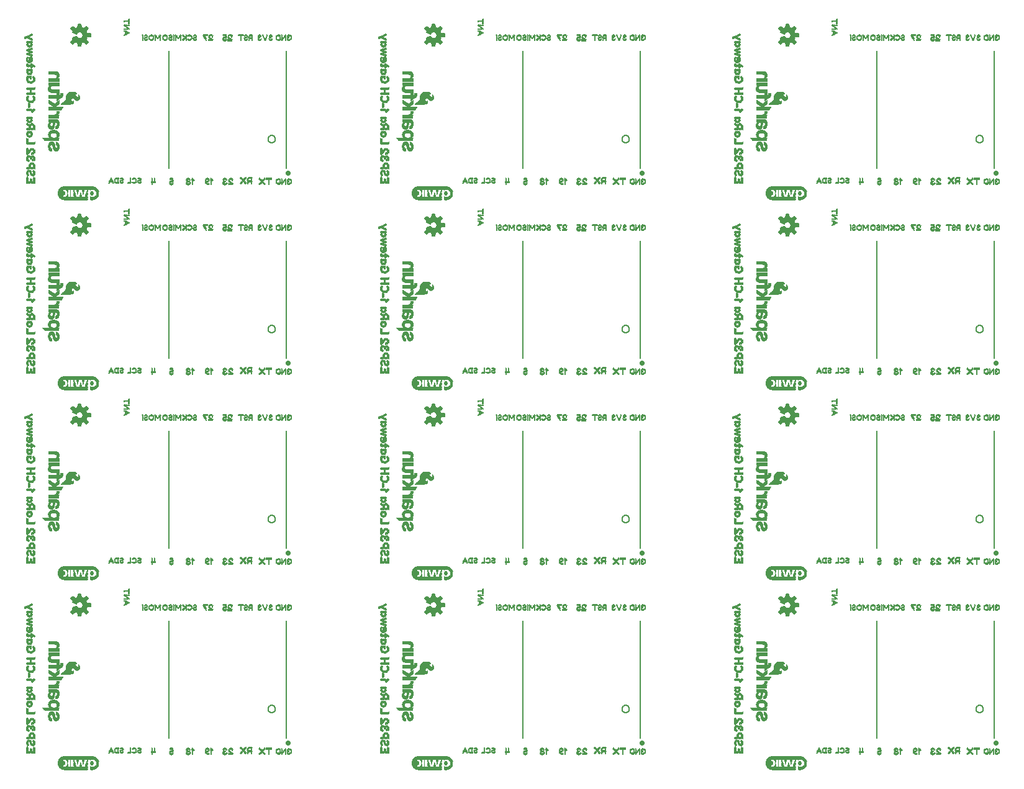
<source format=gbo>
G75*
%MOIN*%
%OFA0B0*%
%FSLAX25Y25*%
%IPPOS*%
%LPD*%
%AMOC8*
5,1,8,0,0,1.08239X$1,22.5*
%
%ADD10C,0.00500*%
%ADD11C,0.02828*%
%ADD12R,0.00827X0.00118*%
%ADD13R,0.00118X0.00118*%
%ADD14R,0.00945X0.00118*%
%ADD15R,0.01417X0.00157*%
%ADD16R,0.00591X0.00157*%
%ADD17R,0.00709X0.00157*%
%ADD18R,0.01654X0.00157*%
%ADD19R,0.01890X0.00118*%
%ADD20R,0.00709X0.00118*%
%ADD21R,0.02008X0.00118*%
%ADD22R,0.02126X0.00118*%
%ADD23R,0.02244X0.00118*%
%ADD24R,0.02362X0.00118*%
%ADD25R,0.01063X0.00118*%
%ADD26R,0.02362X0.00157*%
%ADD27R,0.01063X0.00157*%
%ADD28R,0.00827X0.00157*%
%ADD29R,0.02480X0.00157*%
%ADD30R,0.01181X0.00118*%
%ADD31R,0.02480X0.00118*%
%ADD32R,0.00472X0.00118*%
%ADD33R,0.01299X0.00118*%
%ADD34R,0.01417X0.00118*%
%ADD35R,0.00945X0.00157*%
%ADD36R,0.01535X0.00118*%
%ADD37R,0.01654X0.00118*%
%ADD38R,0.01772X0.00118*%
%ADD39R,0.01535X0.00157*%
%ADD40R,0.02598X0.00118*%
%ADD41R,0.02598X0.00157*%
%ADD42R,0.01181X0.00157*%
%ADD43R,0.01772X0.00157*%
%ADD44R,0.01890X0.00157*%
%ADD45R,0.00591X0.00118*%
%ADD46R,0.00236X0.00118*%
%ADD47R,0.03031X0.00118*%
%ADD48R,0.00394X0.00118*%
%ADD49R,0.03425X0.00157*%
%ADD50R,0.03583X0.00118*%
%ADD51R,0.03583X0.00157*%
%ADD52R,0.01102X0.00157*%
%ADD53R,0.01260X0.00157*%
%ADD54R,0.03425X0.00118*%
%ADD55R,0.01220X0.00118*%
%ADD56R,0.01102X0.00118*%
%ADD57R,0.03307X0.00157*%
%ADD58R,0.01220X0.00157*%
%ADD59R,0.00984X0.00118*%
%ADD60R,0.01260X0.00118*%
%ADD61R,0.00984X0.00157*%
%ADD62R,0.02323X0.00157*%
%ADD63R,0.02087X0.00118*%
%ADD64R,0.01929X0.00118*%
%ADD65R,0.02205X0.00157*%
%ADD66R,0.00669X0.00118*%
%ADD67R,0.00551X0.00118*%
%ADD68R,0.00433X0.00118*%
%ADD69R,0.01929X0.00157*%
%ADD70R,0.00669X0.00157*%
%ADD71R,0.02638X0.00118*%
%ADD72R,0.02756X0.00157*%
%ADD73R,0.02756X0.00118*%
%ADD74R,0.02047X0.00118*%
%ADD75R,0.01811X0.00157*%
%ADD76R,0.01496X0.00118*%
%ADD77R,0.01378X0.00157*%
%ADD78R,0.01378X0.00118*%
%ADD79R,0.02638X0.00157*%
%ADD80R,0.02087X0.00157*%
%ADD81R,0.02205X0.00118*%
%ADD82R,0.02323X0.00118*%
%ADD83R,0.00551X0.00157*%
%ADD84R,0.01496X0.00157*%
%ADD85R,0.02874X0.00118*%
%ADD86R,0.02874X0.00157*%
%ADD87R,0.00433X0.00157*%
%ADD88R,0.00157X0.00118*%
%ADD89R,0.01811X0.00118*%
%ADD90R,0.02047X0.00157*%
%ADD91R,0.00276X0.00118*%
%ADD92R,0.00157X0.00157*%
%ADD93R,0.00276X0.00157*%
%ADD94R,0.01299X0.00157*%
%ADD95R,0.02008X0.00157*%
%ADD96R,0.00354X0.00118*%
%ADD97R,0.02244X0.00157*%
%ADD98R,0.02717X0.00118*%
%ADD99R,0.02835X0.00118*%
%ADD100R,0.02953X0.00157*%
%ADD101R,0.00118X0.00236*%
%ADD102R,0.00118X0.02598*%
%ADD103R,0.00157X0.00591*%
%ADD104R,0.00157X0.00709*%
%ADD105R,0.00157X0.02953*%
%ADD106R,0.00118X0.00709*%
%ADD107R,0.00118X0.00827*%
%ADD108R,0.00118X0.03071*%
%ADD109R,0.00118X0.00945*%
%ADD110R,0.00118X0.02953*%
%ADD111R,0.00157X0.01063*%
%ADD112R,0.00157X0.00827*%
%ADD113R,0.00157X0.02835*%
%ADD114R,0.00118X0.01181*%
%ADD115R,0.00118X0.01299*%
%ADD116R,0.00118X0.01417*%
%ADD117R,0.00157X0.01535*%
%ADD118R,0.00157X0.01417*%
%ADD119R,0.00118X0.01654*%
%ADD120R,0.00118X0.01535*%
%ADD121R,0.00118X0.01772*%
%ADD122R,0.00157X0.00945*%
%ADD123R,0.00118X0.02362*%
%ADD124R,0.00157X0.02480*%
%ADD125R,0.00118X0.02717*%
%ADD126R,0.00118X0.02835*%
%ADD127R,0.00157X0.01181*%
%ADD128R,0.00118X0.01063*%
%ADD129R,0.00118X0.00591*%
%ADD130R,0.00118X0.00472*%
%ADD131R,0.00472X0.00157*%
%ADD132R,0.03071X0.00118*%
%ADD133R,0.02953X0.00118*%
%ADD134R,0.02835X0.00157*%
%ADD135R,0.02126X0.00157*%
%ADD136R,0.01575X0.00157*%
%ADD137R,0.01969X0.00118*%
%ADD138R,0.02677X0.00157*%
%ADD139R,0.01142X0.00118*%
%ADD140R,0.01693X0.00118*%
%ADD141R,0.01969X0.00157*%
%ADD142R,0.02402X0.00157*%
%ADD143R,0.01575X0.00118*%
%ADD144R,0.01693X0.00157*%
%ADD145R,0.00866X0.00157*%
%ADD146R,0.02795X0.00118*%
%ADD147R,0.02402X0.00118*%
%ADD148R,0.02795X0.00157*%
%ADD149R,0.00197X0.02835*%
%ADD150R,0.00197X0.01220*%
%ADD151R,0.00197X0.01575*%
%ADD152R,0.00197X0.01024*%
%ADD153R,0.00197X0.01102*%
%ADD154R,0.00197X0.00157*%
%ADD155R,0.00197X0.01614*%
%ADD156R,0.00197X0.00866*%
%ADD157R,0.00197X0.00197*%
%ADD158R,0.00197X0.01260*%
%ADD159R,0.00157X0.03543*%
%ADD160R,0.00157X0.02126*%
%ADD161R,0.00157X0.02638*%
%ADD162R,0.00157X0.01929*%
%ADD163R,0.00157X0.00866*%
%ADD164R,0.00157X0.02323*%
%ADD165R,0.00157X0.00354*%
%ADD166R,0.00197X0.03543*%
%ADD167R,0.00197X0.02441*%
%ADD168R,0.00197X0.02992*%
%ADD169R,0.00197X0.02480*%
%ADD170R,0.00197X0.02323*%
%ADD171R,0.00197X0.02638*%
%ADD172R,0.00197X0.02677*%
%ADD173R,0.00197X0.01063*%
%ADD174R,0.00157X0.03701*%
%ADD175R,0.00157X0.03189*%
%ADD176R,0.00157X0.01260*%
%ADD177R,0.00157X0.03150*%
%ADD178R,0.00197X0.03701*%
%ADD179R,0.00197X0.03031*%
%ADD180R,0.00197X0.03386*%
%ADD181R,0.00197X0.03346*%
%ADD182R,0.00157X0.03031*%
%ADD183R,0.00157X0.03386*%
%ADD184R,0.00157X0.03228*%
%ADD185R,0.00157X0.01772*%
%ADD186R,0.00157X0.03504*%
%ADD187R,0.00197X0.03228*%
%ADD188R,0.00197X0.02126*%
%ADD189R,0.00197X0.03583*%
%ADD190R,0.00157X0.00551*%
%ADD191R,0.00157X0.01220*%
%ADD192R,0.00157X0.01378*%
%ADD193R,0.00157X0.02283*%
%ADD194R,0.00157X0.01575*%
%ADD195R,0.00157X0.00906*%
%ADD196R,0.00197X0.00906*%
%ADD197R,0.00197X0.02283*%
%ADD198R,0.00197X0.01378*%
%ADD199R,0.00197X0.00354*%
%ADD200R,0.00197X0.01417*%
%ADD201R,0.00197X0.01772*%
%ADD202R,0.00197X0.00512*%
%ADD203R,0.00197X0.00709*%
%ADD204R,0.00197X0.00748*%
%ADD205R,0.00157X0.02677*%
%ADD206R,0.00157X0.01102*%
%ADD207R,0.00197X0.01969*%
%ADD208R,0.00197X0.04449*%
%ADD209R,0.00157X0.02992*%
%ADD210R,0.00157X0.04094*%
%ADD211R,0.00197X0.01929*%
%ADD212R,0.00197X0.03189*%
%ADD213R,0.00197X0.04094*%
%ADD214R,0.00157X0.01732*%
%ADD215R,0.00157X0.03346*%
%ADD216R,0.00197X0.01457*%
%ADD217R,0.00157X0.01969*%
%ADD218R,0.00157X0.04213*%
%ADD219R,0.00197X0.01732*%
%ADD220R,0.00197X0.04055*%
%ADD221R,0.00157X0.04055*%
%ADD222R,0.00197X0.03898*%
%ADD223R,0.00157X0.00512*%
%ADD224R,0.00157X0.03898*%
%ADD225R,0.00197X0.03504*%
%ADD226R,0.00157X0.02441*%
%ADD227R,0.00157X0.01614*%
%ADD228R,0.00157X0.01024*%
%ADD229R,0.00197X0.00551*%
%ADD230R,0.00157X0.00315*%
%ADD231C,0.00591*%
%ADD232R,0.15906X0.00079*%
%ADD233R,0.16772X0.00079*%
%ADD234R,0.17244X0.00079*%
%ADD235R,0.17717X0.00079*%
%ADD236R,0.18031X0.00079*%
%ADD237R,0.18346X0.00079*%
%ADD238R,0.18661X0.00079*%
%ADD239R,0.18898X0.00079*%
%ADD240R,0.19134X0.00079*%
%ADD241R,0.19370X0.00079*%
%ADD242R,0.19528X0.00079*%
%ADD243R,0.19764X0.00079*%
%ADD244R,0.19921X0.00079*%
%ADD245R,0.20079X0.00079*%
%ADD246R,0.20236X0.00079*%
%ADD247R,0.20394X0.00079*%
%ADD248R,0.20551X0.00079*%
%ADD249R,0.20630X0.00079*%
%ADD250R,0.20709X0.00079*%
%ADD251R,0.20866X0.00079*%
%ADD252R,0.02362X0.00079*%
%ADD253R,0.00787X0.00079*%
%ADD254R,0.00197X0.00079*%
%ADD255R,0.01654X0.00079*%
%ADD256R,0.00157X0.00079*%
%ADD257R,0.00315X0.00079*%
%ADD258R,0.01890X0.00079*%
%ADD259R,0.02205X0.00079*%
%ADD260R,0.00630X0.00079*%
%ADD261R,0.00276X0.00079*%
%ADD262R,0.00236X0.00079*%
%ADD263R,0.01575X0.00079*%
%ADD264R,0.02283X0.00079*%
%ADD265R,0.02047X0.00079*%
%ADD266R,0.00472X0.00079*%
%ADD267R,0.01496X0.00079*%
%ADD268R,0.01417X0.00079*%
%ADD269R,0.01969X0.00079*%
%ADD270R,0.01260X0.00079*%
%ADD271R,0.00354X0.00079*%
%ADD272R,0.01102X0.00079*%
%ADD273R,0.02441X0.00079*%
%ADD274R,0.01890X0.00039*%
%ADD275R,0.00157X0.00039*%
%ADD276R,0.00354X0.00039*%
%ADD277R,0.01496X0.00039*%
%ADD278R,0.01417X0.00039*%
%ADD279R,0.00315X0.00039*%
%ADD280R,0.01024X0.00039*%
%ADD281R,0.02441X0.00039*%
%ADD282R,0.01811X0.00079*%
%ADD283R,0.00079X0.00079*%
%ADD284R,0.00433X0.00079*%
%ADD285R,0.01339X0.00079*%
%ADD286R,0.00945X0.00079*%
%ADD287R,0.02520X0.00079*%
%ADD288R,0.00394X0.00079*%
%ADD289R,0.00866X0.00079*%
%ADD290R,0.01732X0.00079*%
%ADD291R,0.02598X0.00079*%
%ADD292R,0.00512X0.00079*%
%ADD293R,0.01181X0.00079*%
%ADD294R,0.00709X0.00079*%
%ADD295R,0.02677X0.00079*%
%ADD296R,0.00591X0.00079*%
%ADD297R,0.00551X0.00079*%
%ADD298R,0.01024X0.00079*%
%ADD299R,0.02717X0.00079*%
%ADD300R,0.03110X0.00079*%
%ADD301R,0.00669X0.00079*%
%ADD302R,0.03307X0.00079*%
%ADD303R,0.03386X0.00079*%
%ADD304R,0.03543X0.00079*%
%ADD305R,0.01457X0.00079*%
%ADD306R,0.00748X0.00079*%
%ADD307R,0.03622X0.00079*%
%ADD308R,0.01614X0.00079*%
%ADD309R,0.00827X0.00079*%
%ADD310R,0.03701X0.00079*%
%ADD311R,0.01693X0.00079*%
%ADD312R,0.03780X0.00079*%
%ADD313R,0.01772X0.00079*%
%ADD314R,0.00906X0.00079*%
%ADD315R,0.00984X0.00079*%
%ADD316R,0.01063X0.00079*%
%ADD317R,0.01142X0.00079*%
%ADD318R,0.01220X0.00079*%
%ADD319R,0.03465X0.00079*%
%ADD320R,0.01299X0.00079*%
%ADD321R,0.01378X0.00079*%
%ADD322R,0.03189X0.00079*%
%ADD323R,0.01732X0.00039*%
%ADD324R,0.01535X0.00039*%
%ADD325R,0.01220X0.00039*%
%ADD326R,0.01457X0.00039*%
%ADD327R,0.00787X0.00039*%
%ADD328R,0.02520X0.00039*%
%ADD329R,0.01535X0.00079*%
%ADD330R,0.12677X0.00079*%
%ADD331R,0.03976X0.00079*%
%ADD332R,0.15394X0.00079*%
%ADD333R,0.03898X0.00079*%
%ADD334R,0.15315X0.00079*%
%ADD335R,0.15236X0.00079*%
%ADD336R,0.03819X0.00079*%
%ADD337R,0.15157X0.00079*%
%ADD338R,0.03740X0.00079*%
%ADD339R,0.15079X0.00079*%
%ADD340R,0.03661X0.00079*%
%ADD341R,0.15000X0.00079*%
%ADD342R,0.03583X0.00079*%
%ADD343R,0.03504X0.00079*%
%ADD344R,0.14843X0.00079*%
%ADD345R,0.03346X0.00079*%
%ADD346R,0.14764X0.00079*%
%ADD347R,0.03268X0.00079*%
%ADD348R,0.14685X0.00079*%
%ADD349R,0.14528X0.00079*%
%ADD350R,0.03031X0.00079*%
%ADD351R,0.14449X0.00079*%
%ADD352R,0.02953X0.00079*%
%ADD353R,0.14291X0.00079*%
%ADD354R,0.02795X0.00079*%
%ADD355R,0.14213X0.00079*%
%ADD356R,0.02638X0.00079*%
%ADD357R,0.14055X0.00079*%
%ADD358R,0.02402X0.00079*%
%ADD359R,0.13819X0.00079*%
%ADD360R,0.02244X0.00079*%
%ADD361R,0.13583X0.00079*%
%ADD362R,0.01929X0.00079*%
%ADD363R,0.13268X0.00079*%
%ADD364R,0.12874X0.00079*%
%ADD365C,0.00300*%
D10*
X0125254Y0047004D02*
X0125254Y0109996D01*
X0125254Y0149004D02*
X0125254Y0211996D01*
X0125254Y0251004D02*
X0125254Y0313996D01*
X0125254Y0353004D02*
X0125254Y0415996D01*
X0188246Y0415996D02*
X0188246Y0353004D01*
X0178403Y0368752D02*
X0178405Y0368840D01*
X0178411Y0368928D01*
X0178421Y0369016D01*
X0178435Y0369104D01*
X0178452Y0369190D01*
X0178474Y0369276D01*
X0178499Y0369360D01*
X0178529Y0369444D01*
X0178561Y0369526D01*
X0178598Y0369606D01*
X0178638Y0369685D01*
X0178682Y0369762D01*
X0178729Y0369837D01*
X0178779Y0369909D01*
X0178833Y0369980D01*
X0178889Y0370047D01*
X0178949Y0370113D01*
X0179011Y0370175D01*
X0179077Y0370235D01*
X0179144Y0370291D01*
X0179215Y0370345D01*
X0179287Y0370395D01*
X0179362Y0370442D01*
X0179439Y0370486D01*
X0179518Y0370526D01*
X0179598Y0370563D01*
X0179680Y0370595D01*
X0179764Y0370625D01*
X0179848Y0370650D01*
X0179934Y0370672D01*
X0180020Y0370689D01*
X0180108Y0370703D01*
X0180196Y0370713D01*
X0180284Y0370719D01*
X0180372Y0370721D01*
X0180460Y0370719D01*
X0180548Y0370713D01*
X0180636Y0370703D01*
X0180724Y0370689D01*
X0180810Y0370672D01*
X0180896Y0370650D01*
X0180980Y0370625D01*
X0181064Y0370595D01*
X0181146Y0370563D01*
X0181226Y0370526D01*
X0181305Y0370486D01*
X0181382Y0370442D01*
X0181457Y0370395D01*
X0181529Y0370345D01*
X0181600Y0370291D01*
X0181667Y0370235D01*
X0181733Y0370175D01*
X0181795Y0370113D01*
X0181855Y0370047D01*
X0181911Y0369980D01*
X0181965Y0369909D01*
X0182015Y0369837D01*
X0182062Y0369762D01*
X0182106Y0369685D01*
X0182146Y0369606D01*
X0182183Y0369526D01*
X0182215Y0369444D01*
X0182245Y0369360D01*
X0182270Y0369276D01*
X0182292Y0369190D01*
X0182309Y0369104D01*
X0182323Y0369016D01*
X0182333Y0368928D01*
X0182339Y0368840D01*
X0182341Y0368752D01*
X0182339Y0368664D01*
X0182333Y0368576D01*
X0182323Y0368488D01*
X0182309Y0368400D01*
X0182292Y0368314D01*
X0182270Y0368228D01*
X0182245Y0368144D01*
X0182215Y0368060D01*
X0182183Y0367978D01*
X0182146Y0367898D01*
X0182106Y0367819D01*
X0182062Y0367742D01*
X0182015Y0367667D01*
X0181965Y0367595D01*
X0181911Y0367524D01*
X0181855Y0367457D01*
X0181795Y0367391D01*
X0181733Y0367329D01*
X0181667Y0367269D01*
X0181600Y0367213D01*
X0181529Y0367159D01*
X0181457Y0367109D01*
X0181382Y0367062D01*
X0181305Y0367018D01*
X0181226Y0366978D01*
X0181146Y0366941D01*
X0181064Y0366909D01*
X0180980Y0366879D01*
X0180896Y0366854D01*
X0180810Y0366832D01*
X0180724Y0366815D01*
X0180636Y0366801D01*
X0180548Y0366791D01*
X0180460Y0366785D01*
X0180372Y0366783D01*
X0180284Y0366785D01*
X0180196Y0366791D01*
X0180108Y0366801D01*
X0180020Y0366815D01*
X0179934Y0366832D01*
X0179848Y0366854D01*
X0179764Y0366879D01*
X0179680Y0366909D01*
X0179598Y0366941D01*
X0179518Y0366978D01*
X0179439Y0367018D01*
X0179362Y0367062D01*
X0179287Y0367109D01*
X0179215Y0367159D01*
X0179144Y0367213D01*
X0179077Y0367269D01*
X0179011Y0367329D01*
X0178949Y0367391D01*
X0178889Y0367457D01*
X0178833Y0367524D01*
X0178779Y0367595D01*
X0178729Y0367667D01*
X0178682Y0367742D01*
X0178638Y0367819D01*
X0178598Y0367898D01*
X0178561Y0367978D01*
X0178529Y0368060D01*
X0178499Y0368144D01*
X0178474Y0368228D01*
X0178452Y0368314D01*
X0178435Y0368400D01*
X0178421Y0368488D01*
X0178411Y0368576D01*
X0178405Y0368664D01*
X0178403Y0368752D01*
X0188246Y0313996D02*
X0188246Y0251004D01*
X0178403Y0266752D02*
X0178405Y0266840D01*
X0178411Y0266928D01*
X0178421Y0267016D01*
X0178435Y0267104D01*
X0178452Y0267190D01*
X0178474Y0267276D01*
X0178499Y0267360D01*
X0178529Y0267444D01*
X0178561Y0267526D01*
X0178598Y0267606D01*
X0178638Y0267685D01*
X0178682Y0267762D01*
X0178729Y0267837D01*
X0178779Y0267909D01*
X0178833Y0267980D01*
X0178889Y0268047D01*
X0178949Y0268113D01*
X0179011Y0268175D01*
X0179077Y0268235D01*
X0179144Y0268291D01*
X0179215Y0268345D01*
X0179287Y0268395D01*
X0179362Y0268442D01*
X0179439Y0268486D01*
X0179518Y0268526D01*
X0179598Y0268563D01*
X0179680Y0268595D01*
X0179764Y0268625D01*
X0179848Y0268650D01*
X0179934Y0268672D01*
X0180020Y0268689D01*
X0180108Y0268703D01*
X0180196Y0268713D01*
X0180284Y0268719D01*
X0180372Y0268721D01*
X0180460Y0268719D01*
X0180548Y0268713D01*
X0180636Y0268703D01*
X0180724Y0268689D01*
X0180810Y0268672D01*
X0180896Y0268650D01*
X0180980Y0268625D01*
X0181064Y0268595D01*
X0181146Y0268563D01*
X0181226Y0268526D01*
X0181305Y0268486D01*
X0181382Y0268442D01*
X0181457Y0268395D01*
X0181529Y0268345D01*
X0181600Y0268291D01*
X0181667Y0268235D01*
X0181733Y0268175D01*
X0181795Y0268113D01*
X0181855Y0268047D01*
X0181911Y0267980D01*
X0181965Y0267909D01*
X0182015Y0267837D01*
X0182062Y0267762D01*
X0182106Y0267685D01*
X0182146Y0267606D01*
X0182183Y0267526D01*
X0182215Y0267444D01*
X0182245Y0267360D01*
X0182270Y0267276D01*
X0182292Y0267190D01*
X0182309Y0267104D01*
X0182323Y0267016D01*
X0182333Y0266928D01*
X0182339Y0266840D01*
X0182341Y0266752D01*
X0182339Y0266664D01*
X0182333Y0266576D01*
X0182323Y0266488D01*
X0182309Y0266400D01*
X0182292Y0266314D01*
X0182270Y0266228D01*
X0182245Y0266144D01*
X0182215Y0266060D01*
X0182183Y0265978D01*
X0182146Y0265898D01*
X0182106Y0265819D01*
X0182062Y0265742D01*
X0182015Y0265667D01*
X0181965Y0265595D01*
X0181911Y0265524D01*
X0181855Y0265457D01*
X0181795Y0265391D01*
X0181733Y0265329D01*
X0181667Y0265269D01*
X0181600Y0265213D01*
X0181529Y0265159D01*
X0181457Y0265109D01*
X0181382Y0265062D01*
X0181305Y0265018D01*
X0181226Y0264978D01*
X0181146Y0264941D01*
X0181064Y0264909D01*
X0180980Y0264879D01*
X0180896Y0264854D01*
X0180810Y0264832D01*
X0180724Y0264815D01*
X0180636Y0264801D01*
X0180548Y0264791D01*
X0180460Y0264785D01*
X0180372Y0264783D01*
X0180284Y0264785D01*
X0180196Y0264791D01*
X0180108Y0264801D01*
X0180020Y0264815D01*
X0179934Y0264832D01*
X0179848Y0264854D01*
X0179764Y0264879D01*
X0179680Y0264909D01*
X0179598Y0264941D01*
X0179518Y0264978D01*
X0179439Y0265018D01*
X0179362Y0265062D01*
X0179287Y0265109D01*
X0179215Y0265159D01*
X0179144Y0265213D01*
X0179077Y0265269D01*
X0179011Y0265329D01*
X0178949Y0265391D01*
X0178889Y0265457D01*
X0178833Y0265524D01*
X0178779Y0265595D01*
X0178729Y0265667D01*
X0178682Y0265742D01*
X0178638Y0265819D01*
X0178598Y0265898D01*
X0178561Y0265978D01*
X0178529Y0266060D01*
X0178499Y0266144D01*
X0178474Y0266228D01*
X0178452Y0266314D01*
X0178435Y0266400D01*
X0178421Y0266488D01*
X0178411Y0266576D01*
X0178405Y0266664D01*
X0178403Y0266752D01*
X0188246Y0211996D02*
X0188246Y0149004D01*
X0178403Y0164752D02*
X0178405Y0164840D01*
X0178411Y0164928D01*
X0178421Y0165016D01*
X0178435Y0165104D01*
X0178452Y0165190D01*
X0178474Y0165276D01*
X0178499Y0165360D01*
X0178529Y0165444D01*
X0178561Y0165526D01*
X0178598Y0165606D01*
X0178638Y0165685D01*
X0178682Y0165762D01*
X0178729Y0165837D01*
X0178779Y0165909D01*
X0178833Y0165980D01*
X0178889Y0166047D01*
X0178949Y0166113D01*
X0179011Y0166175D01*
X0179077Y0166235D01*
X0179144Y0166291D01*
X0179215Y0166345D01*
X0179287Y0166395D01*
X0179362Y0166442D01*
X0179439Y0166486D01*
X0179518Y0166526D01*
X0179598Y0166563D01*
X0179680Y0166595D01*
X0179764Y0166625D01*
X0179848Y0166650D01*
X0179934Y0166672D01*
X0180020Y0166689D01*
X0180108Y0166703D01*
X0180196Y0166713D01*
X0180284Y0166719D01*
X0180372Y0166721D01*
X0180460Y0166719D01*
X0180548Y0166713D01*
X0180636Y0166703D01*
X0180724Y0166689D01*
X0180810Y0166672D01*
X0180896Y0166650D01*
X0180980Y0166625D01*
X0181064Y0166595D01*
X0181146Y0166563D01*
X0181226Y0166526D01*
X0181305Y0166486D01*
X0181382Y0166442D01*
X0181457Y0166395D01*
X0181529Y0166345D01*
X0181600Y0166291D01*
X0181667Y0166235D01*
X0181733Y0166175D01*
X0181795Y0166113D01*
X0181855Y0166047D01*
X0181911Y0165980D01*
X0181965Y0165909D01*
X0182015Y0165837D01*
X0182062Y0165762D01*
X0182106Y0165685D01*
X0182146Y0165606D01*
X0182183Y0165526D01*
X0182215Y0165444D01*
X0182245Y0165360D01*
X0182270Y0165276D01*
X0182292Y0165190D01*
X0182309Y0165104D01*
X0182323Y0165016D01*
X0182333Y0164928D01*
X0182339Y0164840D01*
X0182341Y0164752D01*
X0182339Y0164664D01*
X0182333Y0164576D01*
X0182323Y0164488D01*
X0182309Y0164400D01*
X0182292Y0164314D01*
X0182270Y0164228D01*
X0182245Y0164144D01*
X0182215Y0164060D01*
X0182183Y0163978D01*
X0182146Y0163898D01*
X0182106Y0163819D01*
X0182062Y0163742D01*
X0182015Y0163667D01*
X0181965Y0163595D01*
X0181911Y0163524D01*
X0181855Y0163457D01*
X0181795Y0163391D01*
X0181733Y0163329D01*
X0181667Y0163269D01*
X0181600Y0163213D01*
X0181529Y0163159D01*
X0181457Y0163109D01*
X0181382Y0163062D01*
X0181305Y0163018D01*
X0181226Y0162978D01*
X0181146Y0162941D01*
X0181064Y0162909D01*
X0180980Y0162879D01*
X0180896Y0162854D01*
X0180810Y0162832D01*
X0180724Y0162815D01*
X0180636Y0162801D01*
X0180548Y0162791D01*
X0180460Y0162785D01*
X0180372Y0162783D01*
X0180284Y0162785D01*
X0180196Y0162791D01*
X0180108Y0162801D01*
X0180020Y0162815D01*
X0179934Y0162832D01*
X0179848Y0162854D01*
X0179764Y0162879D01*
X0179680Y0162909D01*
X0179598Y0162941D01*
X0179518Y0162978D01*
X0179439Y0163018D01*
X0179362Y0163062D01*
X0179287Y0163109D01*
X0179215Y0163159D01*
X0179144Y0163213D01*
X0179077Y0163269D01*
X0179011Y0163329D01*
X0178949Y0163391D01*
X0178889Y0163457D01*
X0178833Y0163524D01*
X0178779Y0163595D01*
X0178729Y0163667D01*
X0178682Y0163742D01*
X0178638Y0163819D01*
X0178598Y0163898D01*
X0178561Y0163978D01*
X0178529Y0164060D01*
X0178499Y0164144D01*
X0178474Y0164228D01*
X0178452Y0164314D01*
X0178435Y0164400D01*
X0178421Y0164488D01*
X0178411Y0164576D01*
X0178405Y0164664D01*
X0178403Y0164752D01*
X0188246Y0109996D02*
X0188246Y0047004D01*
X0178403Y0062752D02*
X0178405Y0062840D01*
X0178411Y0062928D01*
X0178421Y0063016D01*
X0178435Y0063104D01*
X0178452Y0063190D01*
X0178474Y0063276D01*
X0178499Y0063360D01*
X0178529Y0063444D01*
X0178561Y0063526D01*
X0178598Y0063606D01*
X0178638Y0063685D01*
X0178682Y0063762D01*
X0178729Y0063837D01*
X0178779Y0063909D01*
X0178833Y0063980D01*
X0178889Y0064047D01*
X0178949Y0064113D01*
X0179011Y0064175D01*
X0179077Y0064235D01*
X0179144Y0064291D01*
X0179215Y0064345D01*
X0179287Y0064395D01*
X0179362Y0064442D01*
X0179439Y0064486D01*
X0179518Y0064526D01*
X0179598Y0064563D01*
X0179680Y0064595D01*
X0179764Y0064625D01*
X0179848Y0064650D01*
X0179934Y0064672D01*
X0180020Y0064689D01*
X0180108Y0064703D01*
X0180196Y0064713D01*
X0180284Y0064719D01*
X0180372Y0064721D01*
X0180460Y0064719D01*
X0180548Y0064713D01*
X0180636Y0064703D01*
X0180724Y0064689D01*
X0180810Y0064672D01*
X0180896Y0064650D01*
X0180980Y0064625D01*
X0181064Y0064595D01*
X0181146Y0064563D01*
X0181226Y0064526D01*
X0181305Y0064486D01*
X0181382Y0064442D01*
X0181457Y0064395D01*
X0181529Y0064345D01*
X0181600Y0064291D01*
X0181667Y0064235D01*
X0181733Y0064175D01*
X0181795Y0064113D01*
X0181855Y0064047D01*
X0181911Y0063980D01*
X0181965Y0063909D01*
X0182015Y0063837D01*
X0182062Y0063762D01*
X0182106Y0063685D01*
X0182146Y0063606D01*
X0182183Y0063526D01*
X0182215Y0063444D01*
X0182245Y0063360D01*
X0182270Y0063276D01*
X0182292Y0063190D01*
X0182309Y0063104D01*
X0182323Y0063016D01*
X0182333Y0062928D01*
X0182339Y0062840D01*
X0182341Y0062752D01*
X0182339Y0062664D01*
X0182333Y0062576D01*
X0182323Y0062488D01*
X0182309Y0062400D01*
X0182292Y0062314D01*
X0182270Y0062228D01*
X0182245Y0062144D01*
X0182215Y0062060D01*
X0182183Y0061978D01*
X0182146Y0061898D01*
X0182106Y0061819D01*
X0182062Y0061742D01*
X0182015Y0061667D01*
X0181965Y0061595D01*
X0181911Y0061524D01*
X0181855Y0061457D01*
X0181795Y0061391D01*
X0181733Y0061329D01*
X0181667Y0061269D01*
X0181600Y0061213D01*
X0181529Y0061159D01*
X0181457Y0061109D01*
X0181382Y0061062D01*
X0181305Y0061018D01*
X0181226Y0060978D01*
X0181146Y0060941D01*
X0181064Y0060909D01*
X0180980Y0060879D01*
X0180896Y0060854D01*
X0180810Y0060832D01*
X0180724Y0060815D01*
X0180636Y0060801D01*
X0180548Y0060791D01*
X0180460Y0060785D01*
X0180372Y0060783D01*
X0180284Y0060785D01*
X0180196Y0060791D01*
X0180108Y0060801D01*
X0180020Y0060815D01*
X0179934Y0060832D01*
X0179848Y0060854D01*
X0179764Y0060879D01*
X0179680Y0060909D01*
X0179598Y0060941D01*
X0179518Y0060978D01*
X0179439Y0061018D01*
X0179362Y0061062D01*
X0179287Y0061109D01*
X0179215Y0061159D01*
X0179144Y0061213D01*
X0179077Y0061269D01*
X0179011Y0061329D01*
X0178949Y0061391D01*
X0178889Y0061457D01*
X0178833Y0061524D01*
X0178779Y0061595D01*
X0178729Y0061667D01*
X0178682Y0061742D01*
X0178638Y0061819D01*
X0178598Y0061898D01*
X0178561Y0061978D01*
X0178529Y0062060D01*
X0178499Y0062144D01*
X0178474Y0062228D01*
X0178452Y0062314D01*
X0178435Y0062400D01*
X0178421Y0062488D01*
X0178411Y0062576D01*
X0178405Y0062664D01*
X0178403Y0062752D01*
X0315254Y0047004D02*
X0315254Y0109996D01*
X0315254Y0149004D02*
X0315254Y0211996D01*
X0315254Y0251004D02*
X0315254Y0313996D01*
X0315254Y0353004D02*
X0315254Y0415996D01*
X0378246Y0415996D02*
X0378246Y0353004D01*
X0368403Y0368752D02*
X0368405Y0368840D01*
X0368411Y0368928D01*
X0368421Y0369016D01*
X0368435Y0369104D01*
X0368452Y0369190D01*
X0368474Y0369276D01*
X0368499Y0369360D01*
X0368529Y0369444D01*
X0368561Y0369526D01*
X0368598Y0369606D01*
X0368638Y0369685D01*
X0368682Y0369762D01*
X0368729Y0369837D01*
X0368779Y0369909D01*
X0368833Y0369980D01*
X0368889Y0370047D01*
X0368949Y0370113D01*
X0369011Y0370175D01*
X0369077Y0370235D01*
X0369144Y0370291D01*
X0369215Y0370345D01*
X0369287Y0370395D01*
X0369362Y0370442D01*
X0369439Y0370486D01*
X0369518Y0370526D01*
X0369598Y0370563D01*
X0369680Y0370595D01*
X0369764Y0370625D01*
X0369848Y0370650D01*
X0369934Y0370672D01*
X0370020Y0370689D01*
X0370108Y0370703D01*
X0370196Y0370713D01*
X0370284Y0370719D01*
X0370372Y0370721D01*
X0370460Y0370719D01*
X0370548Y0370713D01*
X0370636Y0370703D01*
X0370724Y0370689D01*
X0370810Y0370672D01*
X0370896Y0370650D01*
X0370980Y0370625D01*
X0371064Y0370595D01*
X0371146Y0370563D01*
X0371226Y0370526D01*
X0371305Y0370486D01*
X0371382Y0370442D01*
X0371457Y0370395D01*
X0371529Y0370345D01*
X0371600Y0370291D01*
X0371667Y0370235D01*
X0371733Y0370175D01*
X0371795Y0370113D01*
X0371855Y0370047D01*
X0371911Y0369980D01*
X0371965Y0369909D01*
X0372015Y0369837D01*
X0372062Y0369762D01*
X0372106Y0369685D01*
X0372146Y0369606D01*
X0372183Y0369526D01*
X0372215Y0369444D01*
X0372245Y0369360D01*
X0372270Y0369276D01*
X0372292Y0369190D01*
X0372309Y0369104D01*
X0372323Y0369016D01*
X0372333Y0368928D01*
X0372339Y0368840D01*
X0372341Y0368752D01*
X0372339Y0368664D01*
X0372333Y0368576D01*
X0372323Y0368488D01*
X0372309Y0368400D01*
X0372292Y0368314D01*
X0372270Y0368228D01*
X0372245Y0368144D01*
X0372215Y0368060D01*
X0372183Y0367978D01*
X0372146Y0367898D01*
X0372106Y0367819D01*
X0372062Y0367742D01*
X0372015Y0367667D01*
X0371965Y0367595D01*
X0371911Y0367524D01*
X0371855Y0367457D01*
X0371795Y0367391D01*
X0371733Y0367329D01*
X0371667Y0367269D01*
X0371600Y0367213D01*
X0371529Y0367159D01*
X0371457Y0367109D01*
X0371382Y0367062D01*
X0371305Y0367018D01*
X0371226Y0366978D01*
X0371146Y0366941D01*
X0371064Y0366909D01*
X0370980Y0366879D01*
X0370896Y0366854D01*
X0370810Y0366832D01*
X0370724Y0366815D01*
X0370636Y0366801D01*
X0370548Y0366791D01*
X0370460Y0366785D01*
X0370372Y0366783D01*
X0370284Y0366785D01*
X0370196Y0366791D01*
X0370108Y0366801D01*
X0370020Y0366815D01*
X0369934Y0366832D01*
X0369848Y0366854D01*
X0369764Y0366879D01*
X0369680Y0366909D01*
X0369598Y0366941D01*
X0369518Y0366978D01*
X0369439Y0367018D01*
X0369362Y0367062D01*
X0369287Y0367109D01*
X0369215Y0367159D01*
X0369144Y0367213D01*
X0369077Y0367269D01*
X0369011Y0367329D01*
X0368949Y0367391D01*
X0368889Y0367457D01*
X0368833Y0367524D01*
X0368779Y0367595D01*
X0368729Y0367667D01*
X0368682Y0367742D01*
X0368638Y0367819D01*
X0368598Y0367898D01*
X0368561Y0367978D01*
X0368529Y0368060D01*
X0368499Y0368144D01*
X0368474Y0368228D01*
X0368452Y0368314D01*
X0368435Y0368400D01*
X0368421Y0368488D01*
X0368411Y0368576D01*
X0368405Y0368664D01*
X0368403Y0368752D01*
X0378246Y0313996D02*
X0378246Y0251004D01*
X0368403Y0266752D02*
X0368405Y0266840D01*
X0368411Y0266928D01*
X0368421Y0267016D01*
X0368435Y0267104D01*
X0368452Y0267190D01*
X0368474Y0267276D01*
X0368499Y0267360D01*
X0368529Y0267444D01*
X0368561Y0267526D01*
X0368598Y0267606D01*
X0368638Y0267685D01*
X0368682Y0267762D01*
X0368729Y0267837D01*
X0368779Y0267909D01*
X0368833Y0267980D01*
X0368889Y0268047D01*
X0368949Y0268113D01*
X0369011Y0268175D01*
X0369077Y0268235D01*
X0369144Y0268291D01*
X0369215Y0268345D01*
X0369287Y0268395D01*
X0369362Y0268442D01*
X0369439Y0268486D01*
X0369518Y0268526D01*
X0369598Y0268563D01*
X0369680Y0268595D01*
X0369764Y0268625D01*
X0369848Y0268650D01*
X0369934Y0268672D01*
X0370020Y0268689D01*
X0370108Y0268703D01*
X0370196Y0268713D01*
X0370284Y0268719D01*
X0370372Y0268721D01*
X0370460Y0268719D01*
X0370548Y0268713D01*
X0370636Y0268703D01*
X0370724Y0268689D01*
X0370810Y0268672D01*
X0370896Y0268650D01*
X0370980Y0268625D01*
X0371064Y0268595D01*
X0371146Y0268563D01*
X0371226Y0268526D01*
X0371305Y0268486D01*
X0371382Y0268442D01*
X0371457Y0268395D01*
X0371529Y0268345D01*
X0371600Y0268291D01*
X0371667Y0268235D01*
X0371733Y0268175D01*
X0371795Y0268113D01*
X0371855Y0268047D01*
X0371911Y0267980D01*
X0371965Y0267909D01*
X0372015Y0267837D01*
X0372062Y0267762D01*
X0372106Y0267685D01*
X0372146Y0267606D01*
X0372183Y0267526D01*
X0372215Y0267444D01*
X0372245Y0267360D01*
X0372270Y0267276D01*
X0372292Y0267190D01*
X0372309Y0267104D01*
X0372323Y0267016D01*
X0372333Y0266928D01*
X0372339Y0266840D01*
X0372341Y0266752D01*
X0372339Y0266664D01*
X0372333Y0266576D01*
X0372323Y0266488D01*
X0372309Y0266400D01*
X0372292Y0266314D01*
X0372270Y0266228D01*
X0372245Y0266144D01*
X0372215Y0266060D01*
X0372183Y0265978D01*
X0372146Y0265898D01*
X0372106Y0265819D01*
X0372062Y0265742D01*
X0372015Y0265667D01*
X0371965Y0265595D01*
X0371911Y0265524D01*
X0371855Y0265457D01*
X0371795Y0265391D01*
X0371733Y0265329D01*
X0371667Y0265269D01*
X0371600Y0265213D01*
X0371529Y0265159D01*
X0371457Y0265109D01*
X0371382Y0265062D01*
X0371305Y0265018D01*
X0371226Y0264978D01*
X0371146Y0264941D01*
X0371064Y0264909D01*
X0370980Y0264879D01*
X0370896Y0264854D01*
X0370810Y0264832D01*
X0370724Y0264815D01*
X0370636Y0264801D01*
X0370548Y0264791D01*
X0370460Y0264785D01*
X0370372Y0264783D01*
X0370284Y0264785D01*
X0370196Y0264791D01*
X0370108Y0264801D01*
X0370020Y0264815D01*
X0369934Y0264832D01*
X0369848Y0264854D01*
X0369764Y0264879D01*
X0369680Y0264909D01*
X0369598Y0264941D01*
X0369518Y0264978D01*
X0369439Y0265018D01*
X0369362Y0265062D01*
X0369287Y0265109D01*
X0369215Y0265159D01*
X0369144Y0265213D01*
X0369077Y0265269D01*
X0369011Y0265329D01*
X0368949Y0265391D01*
X0368889Y0265457D01*
X0368833Y0265524D01*
X0368779Y0265595D01*
X0368729Y0265667D01*
X0368682Y0265742D01*
X0368638Y0265819D01*
X0368598Y0265898D01*
X0368561Y0265978D01*
X0368529Y0266060D01*
X0368499Y0266144D01*
X0368474Y0266228D01*
X0368452Y0266314D01*
X0368435Y0266400D01*
X0368421Y0266488D01*
X0368411Y0266576D01*
X0368405Y0266664D01*
X0368403Y0266752D01*
X0378246Y0211996D02*
X0378246Y0149004D01*
X0368403Y0164752D02*
X0368405Y0164840D01*
X0368411Y0164928D01*
X0368421Y0165016D01*
X0368435Y0165104D01*
X0368452Y0165190D01*
X0368474Y0165276D01*
X0368499Y0165360D01*
X0368529Y0165444D01*
X0368561Y0165526D01*
X0368598Y0165606D01*
X0368638Y0165685D01*
X0368682Y0165762D01*
X0368729Y0165837D01*
X0368779Y0165909D01*
X0368833Y0165980D01*
X0368889Y0166047D01*
X0368949Y0166113D01*
X0369011Y0166175D01*
X0369077Y0166235D01*
X0369144Y0166291D01*
X0369215Y0166345D01*
X0369287Y0166395D01*
X0369362Y0166442D01*
X0369439Y0166486D01*
X0369518Y0166526D01*
X0369598Y0166563D01*
X0369680Y0166595D01*
X0369764Y0166625D01*
X0369848Y0166650D01*
X0369934Y0166672D01*
X0370020Y0166689D01*
X0370108Y0166703D01*
X0370196Y0166713D01*
X0370284Y0166719D01*
X0370372Y0166721D01*
X0370460Y0166719D01*
X0370548Y0166713D01*
X0370636Y0166703D01*
X0370724Y0166689D01*
X0370810Y0166672D01*
X0370896Y0166650D01*
X0370980Y0166625D01*
X0371064Y0166595D01*
X0371146Y0166563D01*
X0371226Y0166526D01*
X0371305Y0166486D01*
X0371382Y0166442D01*
X0371457Y0166395D01*
X0371529Y0166345D01*
X0371600Y0166291D01*
X0371667Y0166235D01*
X0371733Y0166175D01*
X0371795Y0166113D01*
X0371855Y0166047D01*
X0371911Y0165980D01*
X0371965Y0165909D01*
X0372015Y0165837D01*
X0372062Y0165762D01*
X0372106Y0165685D01*
X0372146Y0165606D01*
X0372183Y0165526D01*
X0372215Y0165444D01*
X0372245Y0165360D01*
X0372270Y0165276D01*
X0372292Y0165190D01*
X0372309Y0165104D01*
X0372323Y0165016D01*
X0372333Y0164928D01*
X0372339Y0164840D01*
X0372341Y0164752D01*
X0372339Y0164664D01*
X0372333Y0164576D01*
X0372323Y0164488D01*
X0372309Y0164400D01*
X0372292Y0164314D01*
X0372270Y0164228D01*
X0372245Y0164144D01*
X0372215Y0164060D01*
X0372183Y0163978D01*
X0372146Y0163898D01*
X0372106Y0163819D01*
X0372062Y0163742D01*
X0372015Y0163667D01*
X0371965Y0163595D01*
X0371911Y0163524D01*
X0371855Y0163457D01*
X0371795Y0163391D01*
X0371733Y0163329D01*
X0371667Y0163269D01*
X0371600Y0163213D01*
X0371529Y0163159D01*
X0371457Y0163109D01*
X0371382Y0163062D01*
X0371305Y0163018D01*
X0371226Y0162978D01*
X0371146Y0162941D01*
X0371064Y0162909D01*
X0370980Y0162879D01*
X0370896Y0162854D01*
X0370810Y0162832D01*
X0370724Y0162815D01*
X0370636Y0162801D01*
X0370548Y0162791D01*
X0370460Y0162785D01*
X0370372Y0162783D01*
X0370284Y0162785D01*
X0370196Y0162791D01*
X0370108Y0162801D01*
X0370020Y0162815D01*
X0369934Y0162832D01*
X0369848Y0162854D01*
X0369764Y0162879D01*
X0369680Y0162909D01*
X0369598Y0162941D01*
X0369518Y0162978D01*
X0369439Y0163018D01*
X0369362Y0163062D01*
X0369287Y0163109D01*
X0369215Y0163159D01*
X0369144Y0163213D01*
X0369077Y0163269D01*
X0369011Y0163329D01*
X0368949Y0163391D01*
X0368889Y0163457D01*
X0368833Y0163524D01*
X0368779Y0163595D01*
X0368729Y0163667D01*
X0368682Y0163742D01*
X0368638Y0163819D01*
X0368598Y0163898D01*
X0368561Y0163978D01*
X0368529Y0164060D01*
X0368499Y0164144D01*
X0368474Y0164228D01*
X0368452Y0164314D01*
X0368435Y0164400D01*
X0368421Y0164488D01*
X0368411Y0164576D01*
X0368405Y0164664D01*
X0368403Y0164752D01*
X0378246Y0109996D02*
X0378246Y0047004D01*
X0368403Y0062752D02*
X0368405Y0062840D01*
X0368411Y0062928D01*
X0368421Y0063016D01*
X0368435Y0063104D01*
X0368452Y0063190D01*
X0368474Y0063276D01*
X0368499Y0063360D01*
X0368529Y0063444D01*
X0368561Y0063526D01*
X0368598Y0063606D01*
X0368638Y0063685D01*
X0368682Y0063762D01*
X0368729Y0063837D01*
X0368779Y0063909D01*
X0368833Y0063980D01*
X0368889Y0064047D01*
X0368949Y0064113D01*
X0369011Y0064175D01*
X0369077Y0064235D01*
X0369144Y0064291D01*
X0369215Y0064345D01*
X0369287Y0064395D01*
X0369362Y0064442D01*
X0369439Y0064486D01*
X0369518Y0064526D01*
X0369598Y0064563D01*
X0369680Y0064595D01*
X0369764Y0064625D01*
X0369848Y0064650D01*
X0369934Y0064672D01*
X0370020Y0064689D01*
X0370108Y0064703D01*
X0370196Y0064713D01*
X0370284Y0064719D01*
X0370372Y0064721D01*
X0370460Y0064719D01*
X0370548Y0064713D01*
X0370636Y0064703D01*
X0370724Y0064689D01*
X0370810Y0064672D01*
X0370896Y0064650D01*
X0370980Y0064625D01*
X0371064Y0064595D01*
X0371146Y0064563D01*
X0371226Y0064526D01*
X0371305Y0064486D01*
X0371382Y0064442D01*
X0371457Y0064395D01*
X0371529Y0064345D01*
X0371600Y0064291D01*
X0371667Y0064235D01*
X0371733Y0064175D01*
X0371795Y0064113D01*
X0371855Y0064047D01*
X0371911Y0063980D01*
X0371965Y0063909D01*
X0372015Y0063837D01*
X0372062Y0063762D01*
X0372106Y0063685D01*
X0372146Y0063606D01*
X0372183Y0063526D01*
X0372215Y0063444D01*
X0372245Y0063360D01*
X0372270Y0063276D01*
X0372292Y0063190D01*
X0372309Y0063104D01*
X0372323Y0063016D01*
X0372333Y0062928D01*
X0372339Y0062840D01*
X0372341Y0062752D01*
X0372339Y0062664D01*
X0372333Y0062576D01*
X0372323Y0062488D01*
X0372309Y0062400D01*
X0372292Y0062314D01*
X0372270Y0062228D01*
X0372245Y0062144D01*
X0372215Y0062060D01*
X0372183Y0061978D01*
X0372146Y0061898D01*
X0372106Y0061819D01*
X0372062Y0061742D01*
X0372015Y0061667D01*
X0371965Y0061595D01*
X0371911Y0061524D01*
X0371855Y0061457D01*
X0371795Y0061391D01*
X0371733Y0061329D01*
X0371667Y0061269D01*
X0371600Y0061213D01*
X0371529Y0061159D01*
X0371457Y0061109D01*
X0371382Y0061062D01*
X0371305Y0061018D01*
X0371226Y0060978D01*
X0371146Y0060941D01*
X0371064Y0060909D01*
X0370980Y0060879D01*
X0370896Y0060854D01*
X0370810Y0060832D01*
X0370724Y0060815D01*
X0370636Y0060801D01*
X0370548Y0060791D01*
X0370460Y0060785D01*
X0370372Y0060783D01*
X0370284Y0060785D01*
X0370196Y0060791D01*
X0370108Y0060801D01*
X0370020Y0060815D01*
X0369934Y0060832D01*
X0369848Y0060854D01*
X0369764Y0060879D01*
X0369680Y0060909D01*
X0369598Y0060941D01*
X0369518Y0060978D01*
X0369439Y0061018D01*
X0369362Y0061062D01*
X0369287Y0061109D01*
X0369215Y0061159D01*
X0369144Y0061213D01*
X0369077Y0061269D01*
X0369011Y0061329D01*
X0368949Y0061391D01*
X0368889Y0061457D01*
X0368833Y0061524D01*
X0368779Y0061595D01*
X0368729Y0061667D01*
X0368682Y0061742D01*
X0368638Y0061819D01*
X0368598Y0061898D01*
X0368561Y0061978D01*
X0368529Y0062060D01*
X0368499Y0062144D01*
X0368474Y0062228D01*
X0368452Y0062314D01*
X0368435Y0062400D01*
X0368421Y0062488D01*
X0368411Y0062576D01*
X0368405Y0062664D01*
X0368403Y0062752D01*
X0505254Y0047004D02*
X0505254Y0109996D01*
X0505254Y0149004D02*
X0505254Y0211996D01*
X0505254Y0251004D02*
X0505254Y0313996D01*
X0505254Y0353004D02*
X0505254Y0415996D01*
X0568246Y0415996D02*
X0568246Y0353004D01*
X0558403Y0368752D02*
X0558405Y0368840D01*
X0558411Y0368928D01*
X0558421Y0369016D01*
X0558435Y0369104D01*
X0558452Y0369190D01*
X0558474Y0369276D01*
X0558499Y0369360D01*
X0558529Y0369444D01*
X0558561Y0369526D01*
X0558598Y0369606D01*
X0558638Y0369685D01*
X0558682Y0369762D01*
X0558729Y0369837D01*
X0558779Y0369909D01*
X0558833Y0369980D01*
X0558889Y0370047D01*
X0558949Y0370113D01*
X0559011Y0370175D01*
X0559077Y0370235D01*
X0559144Y0370291D01*
X0559215Y0370345D01*
X0559287Y0370395D01*
X0559362Y0370442D01*
X0559439Y0370486D01*
X0559518Y0370526D01*
X0559598Y0370563D01*
X0559680Y0370595D01*
X0559764Y0370625D01*
X0559848Y0370650D01*
X0559934Y0370672D01*
X0560020Y0370689D01*
X0560108Y0370703D01*
X0560196Y0370713D01*
X0560284Y0370719D01*
X0560372Y0370721D01*
X0560460Y0370719D01*
X0560548Y0370713D01*
X0560636Y0370703D01*
X0560724Y0370689D01*
X0560810Y0370672D01*
X0560896Y0370650D01*
X0560980Y0370625D01*
X0561064Y0370595D01*
X0561146Y0370563D01*
X0561226Y0370526D01*
X0561305Y0370486D01*
X0561382Y0370442D01*
X0561457Y0370395D01*
X0561529Y0370345D01*
X0561600Y0370291D01*
X0561667Y0370235D01*
X0561733Y0370175D01*
X0561795Y0370113D01*
X0561855Y0370047D01*
X0561911Y0369980D01*
X0561965Y0369909D01*
X0562015Y0369837D01*
X0562062Y0369762D01*
X0562106Y0369685D01*
X0562146Y0369606D01*
X0562183Y0369526D01*
X0562215Y0369444D01*
X0562245Y0369360D01*
X0562270Y0369276D01*
X0562292Y0369190D01*
X0562309Y0369104D01*
X0562323Y0369016D01*
X0562333Y0368928D01*
X0562339Y0368840D01*
X0562341Y0368752D01*
X0562339Y0368664D01*
X0562333Y0368576D01*
X0562323Y0368488D01*
X0562309Y0368400D01*
X0562292Y0368314D01*
X0562270Y0368228D01*
X0562245Y0368144D01*
X0562215Y0368060D01*
X0562183Y0367978D01*
X0562146Y0367898D01*
X0562106Y0367819D01*
X0562062Y0367742D01*
X0562015Y0367667D01*
X0561965Y0367595D01*
X0561911Y0367524D01*
X0561855Y0367457D01*
X0561795Y0367391D01*
X0561733Y0367329D01*
X0561667Y0367269D01*
X0561600Y0367213D01*
X0561529Y0367159D01*
X0561457Y0367109D01*
X0561382Y0367062D01*
X0561305Y0367018D01*
X0561226Y0366978D01*
X0561146Y0366941D01*
X0561064Y0366909D01*
X0560980Y0366879D01*
X0560896Y0366854D01*
X0560810Y0366832D01*
X0560724Y0366815D01*
X0560636Y0366801D01*
X0560548Y0366791D01*
X0560460Y0366785D01*
X0560372Y0366783D01*
X0560284Y0366785D01*
X0560196Y0366791D01*
X0560108Y0366801D01*
X0560020Y0366815D01*
X0559934Y0366832D01*
X0559848Y0366854D01*
X0559764Y0366879D01*
X0559680Y0366909D01*
X0559598Y0366941D01*
X0559518Y0366978D01*
X0559439Y0367018D01*
X0559362Y0367062D01*
X0559287Y0367109D01*
X0559215Y0367159D01*
X0559144Y0367213D01*
X0559077Y0367269D01*
X0559011Y0367329D01*
X0558949Y0367391D01*
X0558889Y0367457D01*
X0558833Y0367524D01*
X0558779Y0367595D01*
X0558729Y0367667D01*
X0558682Y0367742D01*
X0558638Y0367819D01*
X0558598Y0367898D01*
X0558561Y0367978D01*
X0558529Y0368060D01*
X0558499Y0368144D01*
X0558474Y0368228D01*
X0558452Y0368314D01*
X0558435Y0368400D01*
X0558421Y0368488D01*
X0558411Y0368576D01*
X0558405Y0368664D01*
X0558403Y0368752D01*
X0568246Y0313996D02*
X0568246Y0251004D01*
X0558403Y0266752D02*
X0558405Y0266840D01*
X0558411Y0266928D01*
X0558421Y0267016D01*
X0558435Y0267104D01*
X0558452Y0267190D01*
X0558474Y0267276D01*
X0558499Y0267360D01*
X0558529Y0267444D01*
X0558561Y0267526D01*
X0558598Y0267606D01*
X0558638Y0267685D01*
X0558682Y0267762D01*
X0558729Y0267837D01*
X0558779Y0267909D01*
X0558833Y0267980D01*
X0558889Y0268047D01*
X0558949Y0268113D01*
X0559011Y0268175D01*
X0559077Y0268235D01*
X0559144Y0268291D01*
X0559215Y0268345D01*
X0559287Y0268395D01*
X0559362Y0268442D01*
X0559439Y0268486D01*
X0559518Y0268526D01*
X0559598Y0268563D01*
X0559680Y0268595D01*
X0559764Y0268625D01*
X0559848Y0268650D01*
X0559934Y0268672D01*
X0560020Y0268689D01*
X0560108Y0268703D01*
X0560196Y0268713D01*
X0560284Y0268719D01*
X0560372Y0268721D01*
X0560460Y0268719D01*
X0560548Y0268713D01*
X0560636Y0268703D01*
X0560724Y0268689D01*
X0560810Y0268672D01*
X0560896Y0268650D01*
X0560980Y0268625D01*
X0561064Y0268595D01*
X0561146Y0268563D01*
X0561226Y0268526D01*
X0561305Y0268486D01*
X0561382Y0268442D01*
X0561457Y0268395D01*
X0561529Y0268345D01*
X0561600Y0268291D01*
X0561667Y0268235D01*
X0561733Y0268175D01*
X0561795Y0268113D01*
X0561855Y0268047D01*
X0561911Y0267980D01*
X0561965Y0267909D01*
X0562015Y0267837D01*
X0562062Y0267762D01*
X0562106Y0267685D01*
X0562146Y0267606D01*
X0562183Y0267526D01*
X0562215Y0267444D01*
X0562245Y0267360D01*
X0562270Y0267276D01*
X0562292Y0267190D01*
X0562309Y0267104D01*
X0562323Y0267016D01*
X0562333Y0266928D01*
X0562339Y0266840D01*
X0562341Y0266752D01*
X0562339Y0266664D01*
X0562333Y0266576D01*
X0562323Y0266488D01*
X0562309Y0266400D01*
X0562292Y0266314D01*
X0562270Y0266228D01*
X0562245Y0266144D01*
X0562215Y0266060D01*
X0562183Y0265978D01*
X0562146Y0265898D01*
X0562106Y0265819D01*
X0562062Y0265742D01*
X0562015Y0265667D01*
X0561965Y0265595D01*
X0561911Y0265524D01*
X0561855Y0265457D01*
X0561795Y0265391D01*
X0561733Y0265329D01*
X0561667Y0265269D01*
X0561600Y0265213D01*
X0561529Y0265159D01*
X0561457Y0265109D01*
X0561382Y0265062D01*
X0561305Y0265018D01*
X0561226Y0264978D01*
X0561146Y0264941D01*
X0561064Y0264909D01*
X0560980Y0264879D01*
X0560896Y0264854D01*
X0560810Y0264832D01*
X0560724Y0264815D01*
X0560636Y0264801D01*
X0560548Y0264791D01*
X0560460Y0264785D01*
X0560372Y0264783D01*
X0560284Y0264785D01*
X0560196Y0264791D01*
X0560108Y0264801D01*
X0560020Y0264815D01*
X0559934Y0264832D01*
X0559848Y0264854D01*
X0559764Y0264879D01*
X0559680Y0264909D01*
X0559598Y0264941D01*
X0559518Y0264978D01*
X0559439Y0265018D01*
X0559362Y0265062D01*
X0559287Y0265109D01*
X0559215Y0265159D01*
X0559144Y0265213D01*
X0559077Y0265269D01*
X0559011Y0265329D01*
X0558949Y0265391D01*
X0558889Y0265457D01*
X0558833Y0265524D01*
X0558779Y0265595D01*
X0558729Y0265667D01*
X0558682Y0265742D01*
X0558638Y0265819D01*
X0558598Y0265898D01*
X0558561Y0265978D01*
X0558529Y0266060D01*
X0558499Y0266144D01*
X0558474Y0266228D01*
X0558452Y0266314D01*
X0558435Y0266400D01*
X0558421Y0266488D01*
X0558411Y0266576D01*
X0558405Y0266664D01*
X0558403Y0266752D01*
X0568246Y0211996D02*
X0568246Y0149004D01*
X0558403Y0164752D02*
X0558405Y0164840D01*
X0558411Y0164928D01*
X0558421Y0165016D01*
X0558435Y0165104D01*
X0558452Y0165190D01*
X0558474Y0165276D01*
X0558499Y0165360D01*
X0558529Y0165444D01*
X0558561Y0165526D01*
X0558598Y0165606D01*
X0558638Y0165685D01*
X0558682Y0165762D01*
X0558729Y0165837D01*
X0558779Y0165909D01*
X0558833Y0165980D01*
X0558889Y0166047D01*
X0558949Y0166113D01*
X0559011Y0166175D01*
X0559077Y0166235D01*
X0559144Y0166291D01*
X0559215Y0166345D01*
X0559287Y0166395D01*
X0559362Y0166442D01*
X0559439Y0166486D01*
X0559518Y0166526D01*
X0559598Y0166563D01*
X0559680Y0166595D01*
X0559764Y0166625D01*
X0559848Y0166650D01*
X0559934Y0166672D01*
X0560020Y0166689D01*
X0560108Y0166703D01*
X0560196Y0166713D01*
X0560284Y0166719D01*
X0560372Y0166721D01*
X0560460Y0166719D01*
X0560548Y0166713D01*
X0560636Y0166703D01*
X0560724Y0166689D01*
X0560810Y0166672D01*
X0560896Y0166650D01*
X0560980Y0166625D01*
X0561064Y0166595D01*
X0561146Y0166563D01*
X0561226Y0166526D01*
X0561305Y0166486D01*
X0561382Y0166442D01*
X0561457Y0166395D01*
X0561529Y0166345D01*
X0561600Y0166291D01*
X0561667Y0166235D01*
X0561733Y0166175D01*
X0561795Y0166113D01*
X0561855Y0166047D01*
X0561911Y0165980D01*
X0561965Y0165909D01*
X0562015Y0165837D01*
X0562062Y0165762D01*
X0562106Y0165685D01*
X0562146Y0165606D01*
X0562183Y0165526D01*
X0562215Y0165444D01*
X0562245Y0165360D01*
X0562270Y0165276D01*
X0562292Y0165190D01*
X0562309Y0165104D01*
X0562323Y0165016D01*
X0562333Y0164928D01*
X0562339Y0164840D01*
X0562341Y0164752D01*
X0562339Y0164664D01*
X0562333Y0164576D01*
X0562323Y0164488D01*
X0562309Y0164400D01*
X0562292Y0164314D01*
X0562270Y0164228D01*
X0562245Y0164144D01*
X0562215Y0164060D01*
X0562183Y0163978D01*
X0562146Y0163898D01*
X0562106Y0163819D01*
X0562062Y0163742D01*
X0562015Y0163667D01*
X0561965Y0163595D01*
X0561911Y0163524D01*
X0561855Y0163457D01*
X0561795Y0163391D01*
X0561733Y0163329D01*
X0561667Y0163269D01*
X0561600Y0163213D01*
X0561529Y0163159D01*
X0561457Y0163109D01*
X0561382Y0163062D01*
X0561305Y0163018D01*
X0561226Y0162978D01*
X0561146Y0162941D01*
X0561064Y0162909D01*
X0560980Y0162879D01*
X0560896Y0162854D01*
X0560810Y0162832D01*
X0560724Y0162815D01*
X0560636Y0162801D01*
X0560548Y0162791D01*
X0560460Y0162785D01*
X0560372Y0162783D01*
X0560284Y0162785D01*
X0560196Y0162791D01*
X0560108Y0162801D01*
X0560020Y0162815D01*
X0559934Y0162832D01*
X0559848Y0162854D01*
X0559764Y0162879D01*
X0559680Y0162909D01*
X0559598Y0162941D01*
X0559518Y0162978D01*
X0559439Y0163018D01*
X0559362Y0163062D01*
X0559287Y0163109D01*
X0559215Y0163159D01*
X0559144Y0163213D01*
X0559077Y0163269D01*
X0559011Y0163329D01*
X0558949Y0163391D01*
X0558889Y0163457D01*
X0558833Y0163524D01*
X0558779Y0163595D01*
X0558729Y0163667D01*
X0558682Y0163742D01*
X0558638Y0163819D01*
X0558598Y0163898D01*
X0558561Y0163978D01*
X0558529Y0164060D01*
X0558499Y0164144D01*
X0558474Y0164228D01*
X0558452Y0164314D01*
X0558435Y0164400D01*
X0558421Y0164488D01*
X0558411Y0164576D01*
X0558405Y0164664D01*
X0558403Y0164752D01*
X0568246Y0109996D02*
X0568246Y0047004D01*
X0558403Y0062752D02*
X0558405Y0062840D01*
X0558411Y0062928D01*
X0558421Y0063016D01*
X0558435Y0063104D01*
X0558452Y0063190D01*
X0558474Y0063276D01*
X0558499Y0063360D01*
X0558529Y0063444D01*
X0558561Y0063526D01*
X0558598Y0063606D01*
X0558638Y0063685D01*
X0558682Y0063762D01*
X0558729Y0063837D01*
X0558779Y0063909D01*
X0558833Y0063980D01*
X0558889Y0064047D01*
X0558949Y0064113D01*
X0559011Y0064175D01*
X0559077Y0064235D01*
X0559144Y0064291D01*
X0559215Y0064345D01*
X0559287Y0064395D01*
X0559362Y0064442D01*
X0559439Y0064486D01*
X0559518Y0064526D01*
X0559598Y0064563D01*
X0559680Y0064595D01*
X0559764Y0064625D01*
X0559848Y0064650D01*
X0559934Y0064672D01*
X0560020Y0064689D01*
X0560108Y0064703D01*
X0560196Y0064713D01*
X0560284Y0064719D01*
X0560372Y0064721D01*
X0560460Y0064719D01*
X0560548Y0064713D01*
X0560636Y0064703D01*
X0560724Y0064689D01*
X0560810Y0064672D01*
X0560896Y0064650D01*
X0560980Y0064625D01*
X0561064Y0064595D01*
X0561146Y0064563D01*
X0561226Y0064526D01*
X0561305Y0064486D01*
X0561382Y0064442D01*
X0561457Y0064395D01*
X0561529Y0064345D01*
X0561600Y0064291D01*
X0561667Y0064235D01*
X0561733Y0064175D01*
X0561795Y0064113D01*
X0561855Y0064047D01*
X0561911Y0063980D01*
X0561965Y0063909D01*
X0562015Y0063837D01*
X0562062Y0063762D01*
X0562106Y0063685D01*
X0562146Y0063606D01*
X0562183Y0063526D01*
X0562215Y0063444D01*
X0562245Y0063360D01*
X0562270Y0063276D01*
X0562292Y0063190D01*
X0562309Y0063104D01*
X0562323Y0063016D01*
X0562333Y0062928D01*
X0562339Y0062840D01*
X0562341Y0062752D01*
X0562339Y0062664D01*
X0562333Y0062576D01*
X0562323Y0062488D01*
X0562309Y0062400D01*
X0562292Y0062314D01*
X0562270Y0062228D01*
X0562245Y0062144D01*
X0562215Y0062060D01*
X0562183Y0061978D01*
X0562146Y0061898D01*
X0562106Y0061819D01*
X0562062Y0061742D01*
X0562015Y0061667D01*
X0561965Y0061595D01*
X0561911Y0061524D01*
X0561855Y0061457D01*
X0561795Y0061391D01*
X0561733Y0061329D01*
X0561667Y0061269D01*
X0561600Y0061213D01*
X0561529Y0061159D01*
X0561457Y0061109D01*
X0561382Y0061062D01*
X0561305Y0061018D01*
X0561226Y0060978D01*
X0561146Y0060941D01*
X0561064Y0060909D01*
X0560980Y0060879D01*
X0560896Y0060854D01*
X0560810Y0060832D01*
X0560724Y0060815D01*
X0560636Y0060801D01*
X0560548Y0060791D01*
X0560460Y0060785D01*
X0560372Y0060783D01*
X0560284Y0060785D01*
X0560196Y0060791D01*
X0560108Y0060801D01*
X0560020Y0060815D01*
X0559934Y0060832D01*
X0559848Y0060854D01*
X0559764Y0060879D01*
X0559680Y0060909D01*
X0559598Y0060941D01*
X0559518Y0060978D01*
X0559439Y0061018D01*
X0559362Y0061062D01*
X0559287Y0061109D01*
X0559215Y0061159D01*
X0559144Y0061213D01*
X0559077Y0061269D01*
X0559011Y0061329D01*
X0558949Y0061391D01*
X0558889Y0061457D01*
X0558833Y0061524D01*
X0558779Y0061595D01*
X0558729Y0061667D01*
X0558682Y0061742D01*
X0558638Y0061819D01*
X0558598Y0061898D01*
X0558561Y0061978D01*
X0558529Y0062060D01*
X0558499Y0062144D01*
X0558474Y0062228D01*
X0558452Y0062314D01*
X0558435Y0062400D01*
X0558421Y0062488D01*
X0558411Y0062576D01*
X0558405Y0062664D01*
X0558403Y0062752D01*
D11*
X0569250Y0044500D03*
X0569250Y0146500D03*
X0569250Y0248500D03*
X0569250Y0350500D03*
X0379250Y0350500D03*
X0379250Y0248500D03*
X0379250Y0146500D03*
X0379250Y0044500D03*
X0189250Y0044500D03*
X0189250Y0146500D03*
X0189250Y0248500D03*
X0189250Y0350500D03*
D12*
X0189689Y0347305D03*
X0190870Y0346085D03*
X0190870Y0345967D03*
X0190870Y0345888D03*
X0190870Y0345612D03*
X0190870Y0345533D03*
X0190870Y0345415D03*
X0190752Y0345140D03*
X0188862Y0345140D03*
X0188862Y0345022D03*
X0187799Y0345022D03*
X0187799Y0344943D03*
X0187799Y0345140D03*
X0187799Y0345415D03*
X0187799Y0345533D03*
X0187799Y0345612D03*
X0187799Y0344667D03*
X0187799Y0344589D03*
X0187799Y0344470D03*
X0185791Y0345612D03*
X0185791Y0345888D03*
X0185791Y0345967D03*
X0185791Y0346085D03*
X0185791Y0346360D03*
X0185791Y0346478D03*
X0185791Y0346557D03*
X0185791Y0346833D03*
X0185791Y0346951D03*
X0184728Y0346478D03*
X0184728Y0346360D03*
X0184728Y0346085D03*
X0184728Y0345967D03*
X0184728Y0345888D03*
X0184728Y0345612D03*
X0184728Y0345533D03*
X0184728Y0345415D03*
X0184728Y0345140D03*
X0184728Y0345022D03*
X0182839Y0345415D03*
X0182839Y0345967D03*
X0182839Y0346085D03*
X0178927Y0344234D03*
X0187799Y0347030D03*
X0158453Y0347541D03*
X0156091Y0346439D03*
X0147821Y0345888D03*
X0147821Y0345612D03*
X0147821Y0345337D03*
X0147821Y0345061D03*
X0147821Y0344785D03*
X0147821Y0344510D03*
X0147821Y0344234D03*
X0147821Y0343959D03*
X0146600Y0346439D03*
X0145774Y0347541D03*
X0147821Y0347266D03*
X0135616Y0347541D03*
X0127122Y0346439D03*
X0127122Y0345337D03*
X0125744Y0345061D03*
X0110120Y0346860D03*
X0110002Y0347057D03*
X0109411Y0347805D03*
X0107640Y0346467D03*
X0107640Y0346388D03*
X0107640Y0346112D03*
X0107640Y0346033D03*
X0107640Y0345915D03*
X0107522Y0345640D03*
X0108585Y0345640D03*
X0108585Y0345522D03*
X0108703Y0345443D03*
X0104687Y0345443D03*
X0104687Y0345522D03*
X0104687Y0345640D03*
X0104687Y0345915D03*
X0104687Y0346033D03*
X0104687Y0346112D03*
X0104687Y0346388D03*
X0104687Y0346467D03*
X0104687Y0346585D03*
X0104687Y0346860D03*
X0104687Y0346978D03*
X0104687Y0347057D03*
X0104687Y0347333D03*
X0104687Y0347451D03*
X0104687Y0347530D03*
X0100502Y0346978D03*
X0099911Y0347805D03*
X0098022Y0346978D03*
X0098022Y0346860D03*
X0098022Y0346585D03*
X0098022Y0346467D03*
X0098022Y0346388D03*
X0098022Y0346112D03*
X0098022Y0346033D03*
X0098022Y0345915D03*
X0098022Y0345640D03*
X0098022Y0345522D03*
X0099085Y0345522D03*
X0099085Y0345640D03*
X0096132Y0345915D03*
X0096132Y0346033D03*
X0096132Y0346112D03*
X0096132Y0346388D03*
X0096132Y0346467D03*
X0096132Y0346585D03*
X0094833Y0346112D03*
X0094715Y0346388D03*
X0094242Y0347451D03*
X0093533Y0346033D03*
X0093061Y0345089D03*
X0093061Y0344970D03*
X0095305Y0345089D03*
X0095305Y0345167D03*
X0095423Y0344970D03*
X0111053Y0322280D03*
X0111053Y0322201D03*
X0111053Y0322083D03*
X0111053Y0321807D03*
X0111053Y0321728D03*
X0111053Y0321610D03*
X0111053Y0321335D03*
X0111053Y0321217D03*
X0111053Y0321138D03*
X0111053Y0320862D03*
X0111053Y0320783D03*
X0111053Y0320665D03*
X0111053Y0320390D03*
X0111053Y0320272D03*
X0111053Y0320193D03*
X0111053Y0319917D03*
X0111053Y0319839D03*
X0111053Y0319720D03*
X0112116Y0320193D03*
X0112116Y0320272D03*
X0112116Y0320390D03*
X0113533Y0320193D03*
X0114596Y0320665D03*
X0114596Y0320783D03*
X0114596Y0320862D03*
X0114596Y0321138D03*
X0114596Y0321217D03*
X0114596Y0321335D03*
X0114715Y0320390D03*
X0113533Y0321610D03*
X0113533Y0321728D03*
X0112825Y0322555D03*
X0116841Y0321335D03*
X0116841Y0321217D03*
X0116841Y0321138D03*
X0116841Y0320862D03*
X0116841Y0320783D03*
X0116841Y0320665D03*
X0117904Y0320665D03*
X0117904Y0320783D03*
X0117904Y0320862D03*
X0117904Y0320390D03*
X0117904Y0320272D03*
X0117904Y0320193D03*
X0117904Y0319917D03*
X0117904Y0319839D03*
X0117904Y0319720D03*
X0119203Y0320390D03*
X0120502Y0320390D03*
X0120502Y0320272D03*
X0120502Y0320193D03*
X0120502Y0319917D03*
X0120502Y0319839D03*
X0120502Y0319720D03*
X0120502Y0320665D03*
X0120502Y0320783D03*
X0120502Y0320862D03*
X0120502Y0322280D03*
X0122053Y0321335D03*
X0122053Y0321217D03*
X0121935Y0321138D03*
X0121935Y0320862D03*
X0122053Y0320665D03*
X0124179Y0320390D03*
X0124297Y0320665D03*
X0124297Y0320783D03*
X0124297Y0320862D03*
X0124297Y0321138D03*
X0124297Y0321217D03*
X0124297Y0321335D03*
X0125242Y0320390D03*
X0125242Y0320272D03*
X0125360Y0320193D03*
X0126778Y0321610D03*
X0126659Y0321807D03*
X0126069Y0322555D03*
X0127841Y0322280D03*
X0127841Y0322201D03*
X0127841Y0322083D03*
X0127841Y0321807D03*
X0127841Y0321728D03*
X0127841Y0321610D03*
X0127841Y0321335D03*
X0127841Y0321217D03*
X0127841Y0321138D03*
X0127841Y0320862D03*
X0127841Y0320783D03*
X0127841Y0320665D03*
X0127841Y0320390D03*
X0127841Y0320272D03*
X0127841Y0320193D03*
X0127841Y0319917D03*
X0127841Y0319839D03*
X0127841Y0319720D03*
X0128904Y0319720D03*
X0128904Y0319839D03*
X0128904Y0319917D03*
X0128904Y0320193D03*
X0128904Y0320272D03*
X0128904Y0320390D03*
X0128904Y0320665D03*
X0128904Y0320783D03*
X0128904Y0320862D03*
X0130203Y0320390D03*
X0131502Y0320390D03*
X0131502Y0320272D03*
X0131502Y0320193D03*
X0131502Y0319917D03*
X0131502Y0319839D03*
X0131502Y0319720D03*
X0131502Y0320665D03*
X0131502Y0320783D03*
X0131502Y0320862D03*
X0131502Y0322280D03*
X0128904Y0322280D03*
X0134437Y0322280D03*
X0134437Y0322201D03*
X0134437Y0322083D03*
X0134437Y0321807D03*
X0134437Y0321728D03*
X0134437Y0321610D03*
X0134437Y0320390D03*
X0134437Y0320272D03*
X0134437Y0320193D03*
X0134437Y0319917D03*
X0134437Y0319839D03*
X0134437Y0319720D03*
X0137272Y0320390D03*
X0137390Y0320665D03*
X0137390Y0320783D03*
X0137390Y0320862D03*
X0137390Y0321138D03*
X0137390Y0321217D03*
X0138335Y0320390D03*
X0138335Y0320272D03*
X0138453Y0320193D03*
X0139870Y0321610D03*
X0139752Y0321807D03*
X0139161Y0322555D03*
X0145065Y0319760D03*
X0145065Y0319209D03*
X0147703Y0322791D03*
X0155762Y0321846D03*
X0155762Y0320587D03*
X0158990Y0321138D03*
X0158990Y0321413D03*
X0163846Y0321335D03*
X0163846Y0321217D03*
X0163846Y0321138D03*
X0163846Y0320862D03*
X0163846Y0320783D03*
X0163846Y0320665D03*
X0163846Y0320390D03*
X0163846Y0320272D03*
X0163846Y0320193D03*
X0163846Y0319917D03*
X0163846Y0319839D03*
X0163846Y0321610D03*
X0163846Y0321728D03*
X0163846Y0321807D03*
X0165736Y0320390D03*
X0165736Y0320272D03*
X0165736Y0320193D03*
X0167154Y0320193D03*
X0168098Y0319720D03*
X0168217Y0319917D03*
X0168335Y0320193D03*
X0168217Y0321138D03*
X0168098Y0321217D03*
X0168098Y0321335D03*
X0168217Y0321610D03*
X0167154Y0321610D03*
X0167154Y0321728D03*
X0166445Y0322555D03*
X0169752Y0321728D03*
X0169752Y0321610D03*
X0169752Y0321335D03*
X0169752Y0321217D03*
X0169752Y0321138D03*
X0169752Y0320193D03*
X0169752Y0319917D03*
X0169752Y0319839D03*
X0169752Y0319720D03*
X0173061Y0320272D03*
X0173061Y0320390D03*
X0173179Y0320193D03*
X0173179Y0321610D03*
X0173179Y0321728D03*
X0173888Y0322555D03*
X0174596Y0321728D03*
X0175659Y0322083D03*
X0175659Y0322201D03*
X0175778Y0321807D03*
X0175896Y0321610D03*
X0176014Y0321335D03*
X0176014Y0321217D03*
X0176132Y0321138D03*
X0176250Y0320862D03*
X0176250Y0320783D03*
X0176368Y0320665D03*
X0177313Y0320665D03*
X0177313Y0320783D03*
X0177431Y0320862D03*
X0177549Y0321138D03*
X0177549Y0321217D03*
X0177667Y0321335D03*
X0177785Y0321610D03*
X0177785Y0321728D03*
X0177904Y0321807D03*
X0178022Y0322083D03*
X0178022Y0322201D03*
X0178022Y0322280D03*
X0179085Y0321728D03*
X0179085Y0321610D03*
X0179793Y0322555D03*
X0180502Y0321728D03*
X0180620Y0320390D03*
X0180620Y0320272D03*
X0179085Y0320193D03*
X0178967Y0320272D03*
X0178967Y0320390D03*
X0176841Y0319720D03*
X0174715Y0320272D03*
X0174715Y0320390D03*
X0182839Y0320665D03*
X0182839Y0321217D03*
X0182839Y0321335D03*
X0184728Y0321335D03*
X0184728Y0321217D03*
X0184728Y0321138D03*
X0184728Y0320862D03*
X0184728Y0320783D03*
X0184728Y0320665D03*
X0184728Y0320390D03*
X0184728Y0320272D03*
X0185791Y0320862D03*
X0185791Y0321138D03*
X0185791Y0321217D03*
X0185791Y0321335D03*
X0185791Y0321610D03*
X0185791Y0321728D03*
X0185791Y0321807D03*
X0185791Y0322083D03*
X0185791Y0322201D03*
X0184728Y0321728D03*
X0184728Y0321610D03*
X0187799Y0322280D03*
X0187799Y0320862D03*
X0187799Y0320783D03*
X0187799Y0320665D03*
X0187799Y0320390D03*
X0187799Y0320272D03*
X0187799Y0320193D03*
X0187799Y0319917D03*
X0187799Y0319839D03*
X0187799Y0319720D03*
X0188862Y0320272D03*
X0188862Y0320390D03*
X0190752Y0320390D03*
X0190870Y0320665D03*
X0190870Y0320783D03*
X0190870Y0320862D03*
X0190870Y0321138D03*
X0190870Y0321217D03*
X0190870Y0321335D03*
X0189689Y0322555D03*
X0117904Y0322280D03*
X0109411Y0245805D03*
X0110002Y0245057D03*
X0110120Y0244860D03*
X0108585Y0243640D03*
X0108585Y0243522D03*
X0108703Y0243443D03*
X0107640Y0243915D03*
X0107640Y0244033D03*
X0107640Y0244112D03*
X0107640Y0244388D03*
X0107640Y0244467D03*
X0107522Y0243640D03*
X0104687Y0243640D03*
X0104687Y0243522D03*
X0104687Y0243443D03*
X0104687Y0243915D03*
X0104687Y0244033D03*
X0104687Y0244112D03*
X0104687Y0244388D03*
X0104687Y0244467D03*
X0104687Y0244585D03*
X0104687Y0244860D03*
X0104687Y0244978D03*
X0104687Y0245057D03*
X0104687Y0245333D03*
X0104687Y0245451D03*
X0104687Y0245530D03*
X0100502Y0244978D03*
X0099911Y0245805D03*
X0098022Y0244978D03*
X0098022Y0244860D03*
X0098022Y0244585D03*
X0098022Y0244467D03*
X0098022Y0244388D03*
X0098022Y0244112D03*
X0098022Y0244033D03*
X0098022Y0243915D03*
X0098022Y0243640D03*
X0098022Y0243522D03*
X0099085Y0243522D03*
X0099085Y0243640D03*
X0096132Y0243915D03*
X0096132Y0244033D03*
X0096132Y0244112D03*
X0096132Y0244388D03*
X0096132Y0244467D03*
X0096132Y0244585D03*
X0094833Y0244112D03*
X0094715Y0244388D03*
X0094242Y0245451D03*
X0093533Y0244033D03*
X0093061Y0243089D03*
X0093061Y0242970D03*
X0095305Y0243089D03*
X0095305Y0243167D03*
X0095423Y0242970D03*
X0125744Y0243061D03*
X0127122Y0243337D03*
X0127122Y0244439D03*
X0135616Y0245541D03*
X0145774Y0245541D03*
X0146600Y0244439D03*
X0147821Y0243888D03*
X0147821Y0243612D03*
X0147821Y0243337D03*
X0147821Y0243061D03*
X0147821Y0242785D03*
X0147821Y0242510D03*
X0147821Y0242234D03*
X0147821Y0241959D03*
X0147821Y0245266D03*
X0156091Y0244439D03*
X0158453Y0245541D03*
X0178927Y0242234D03*
X0182839Y0243415D03*
X0182839Y0243967D03*
X0182839Y0244085D03*
X0184728Y0244085D03*
X0184728Y0243967D03*
X0184728Y0243888D03*
X0184728Y0243612D03*
X0184728Y0243533D03*
X0184728Y0243415D03*
X0184728Y0243140D03*
X0184728Y0243022D03*
X0185791Y0243612D03*
X0185791Y0243888D03*
X0185791Y0243967D03*
X0185791Y0244085D03*
X0185791Y0244360D03*
X0185791Y0244478D03*
X0185791Y0244557D03*
X0185791Y0244833D03*
X0185791Y0244951D03*
X0184728Y0244478D03*
X0184728Y0244360D03*
X0187799Y0245030D03*
X0187799Y0243612D03*
X0187799Y0243533D03*
X0187799Y0243415D03*
X0187799Y0243140D03*
X0187799Y0243022D03*
X0187799Y0242943D03*
X0187799Y0242667D03*
X0187799Y0242589D03*
X0187799Y0242470D03*
X0188862Y0243022D03*
X0188862Y0243140D03*
X0190752Y0243140D03*
X0190870Y0243415D03*
X0190870Y0243533D03*
X0190870Y0243612D03*
X0190870Y0243888D03*
X0190870Y0243967D03*
X0190870Y0244085D03*
X0189689Y0245305D03*
X0189689Y0220555D03*
X0190870Y0219335D03*
X0190870Y0219217D03*
X0190870Y0219138D03*
X0190870Y0218862D03*
X0190870Y0218783D03*
X0190870Y0218665D03*
X0190752Y0218390D03*
X0188862Y0218390D03*
X0188862Y0218272D03*
X0187799Y0218272D03*
X0187799Y0218193D03*
X0187799Y0218390D03*
X0187799Y0218665D03*
X0187799Y0218783D03*
X0187799Y0218862D03*
X0187799Y0217917D03*
X0187799Y0217839D03*
X0187799Y0217720D03*
X0185791Y0218862D03*
X0185791Y0219138D03*
X0185791Y0219217D03*
X0185791Y0219335D03*
X0185791Y0219610D03*
X0185791Y0219728D03*
X0185791Y0219807D03*
X0185791Y0220083D03*
X0185791Y0220201D03*
X0184728Y0219728D03*
X0184728Y0219610D03*
X0184728Y0219335D03*
X0184728Y0219217D03*
X0184728Y0219138D03*
X0184728Y0218862D03*
X0184728Y0218783D03*
X0184728Y0218665D03*
X0184728Y0218390D03*
X0184728Y0218272D03*
X0182839Y0218665D03*
X0182839Y0219217D03*
X0182839Y0219335D03*
X0180502Y0219728D03*
X0179793Y0220555D03*
X0179085Y0219728D03*
X0179085Y0219610D03*
X0178022Y0220083D03*
X0178022Y0220201D03*
X0178022Y0220280D03*
X0177904Y0219807D03*
X0177785Y0219728D03*
X0177785Y0219610D03*
X0177667Y0219335D03*
X0177549Y0219217D03*
X0177549Y0219138D03*
X0177431Y0218862D03*
X0177313Y0218783D03*
X0177313Y0218665D03*
X0176368Y0218665D03*
X0176250Y0218783D03*
X0176250Y0218862D03*
X0176132Y0219138D03*
X0176014Y0219217D03*
X0176014Y0219335D03*
X0175896Y0219610D03*
X0175778Y0219807D03*
X0175659Y0220083D03*
X0175659Y0220201D03*
X0174596Y0219728D03*
X0173888Y0220555D03*
X0173179Y0219728D03*
X0173179Y0219610D03*
X0173061Y0218390D03*
X0173061Y0218272D03*
X0173179Y0218193D03*
X0174715Y0218272D03*
X0174715Y0218390D03*
X0176841Y0217720D03*
X0178967Y0218272D03*
X0178967Y0218390D03*
X0179085Y0218193D03*
X0180620Y0218272D03*
X0180620Y0218390D03*
X0187799Y0220280D03*
X0169752Y0219728D03*
X0169752Y0219610D03*
X0169752Y0219335D03*
X0169752Y0219217D03*
X0169752Y0219138D03*
X0169752Y0218193D03*
X0169752Y0217917D03*
X0169752Y0217839D03*
X0169752Y0217720D03*
X0168335Y0218193D03*
X0168217Y0217917D03*
X0168098Y0217720D03*
X0167154Y0218193D03*
X0168098Y0219217D03*
X0168098Y0219335D03*
X0168217Y0219138D03*
X0168217Y0219610D03*
X0167154Y0219610D03*
X0167154Y0219728D03*
X0166445Y0220555D03*
X0165736Y0218390D03*
X0165736Y0218272D03*
X0165736Y0218193D03*
X0163846Y0218193D03*
X0163846Y0218272D03*
X0163846Y0218390D03*
X0163846Y0218665D03*
X0163846Y0218783D03*
X0163846Y0218862D03*
X0163846Y0219138D03*
X0163846Y0219217D03*
X0163846Y0219335D03*
X0163846Y0219610D03*
X0163846Y0219728D03*
X0163846Y0219807D03*
X0163846Y0217917D03*
X0163846Y0217839D03*
X0158990Y0219138D03*
X0158990Y0219413D03*
X0155762Y0219846D03*
X0155762Y0218587D03*
X0147703Y0220791D03*
X0145065Y0217760D03*
X0145065Y0217209D03*
X0139870Y0219610D03*
X0139752Y0219807D03*
X0139161Y0220555D03*
X0137390Y0219217D03*
X0137390Y0219138D03*
X0137390Y0218862D03*
X0137390Y0218783D03*
X0137390Y0218665D03*
X0137272Y0218390D03*
X0138335Y0218390D03*
X0138335Y0218272D03*
X0138453Y0218193D03*
X0134437Y0218193D03*
X0134437Y0218272D03*
X0134437Y0218390D03*
X0134437Y0217917D03*
X0134437Y0217839D03*
X0134437Y0217720D03*
X0134437Y0219610D03*
X0134437Y0219728D03*
X0134437Y0219807D03*
X0134437Y0220083D03*
X0134437Y0220201D03*
X0134437Y0220280D03*
X0131502Y0220280D03*
X0131502Y0218862D03*
X0131502Y0218783D03*
X0131502Y0218665D03*
X0131502Y0218390D03*
X0131502Y0218272D03*
X0131502Y0218193D03*
X0131502Y0217917D03*
X0131502Y0217839D03*
X0131502Y0217720D03*
X0130203Y0218390D03*
X0128904Y0218390D03*
X0128904Y0218272D03*
X0128904Y0218193D03*
X0128904Y0217917D03*
X0128904Y0217839D03*
X0128904Y0217720D03*
X0128904Y0218665D03*
X0128904Y0218783D03*
X0128904Y0218862D03*
X0127841Y0218862D03*
X0127841Y0218783D03*
X0127841Y0218665D03*
X0127841Y0218390D03*
X0127841Y0218272D03*
X0127841Y0218193D03*
X0127841Y0217917D03*
X0127841Y0217839D03*
X0127841Y0217720D03*
X0127841Y0219138D03*
X0127841Y0219217D03*
X0127841Y0219335D03*
X0127841Y0219610D03*
X0127841Y0219728D03*
X0127841Y0219807D03*
X0127841Y0220083D03*
X0127841Y0220201D03*
X0127841Y0220280D03*
X0128904Y0220280D03*
X0126778Y0219610D03*
X0126659Y0219807D03*
X0126069Y0220555D03*
X0124297Y0219335D03*
X0124297Y0219217D03*
X0124297Y0219138D03*
X0124297Y0218862D03*
X0124297Y0218783D03*
X0124297Y0218665D03*
X0124179Y0218390D03*
X0125242Y0218390D03*
X0125242Y0218272D03*
X0125360Y0218193D03*
X0122053Y0218665D03*
X0121935Y0218862D03*
X0121935Y0219138D03*
X0122053Y0219217D03*
X0122053Y0219335D03*
X0120502Y0218862D03*
X0120502Y0218783D03*
X0120502Y0218665D03*
X0120502Y0218390D03*
X0120502Y0218272D03*
X0120502Y0218193D03*
X0120502Y0217917D03*
X0120502Y0217839D03*
X0120502Y0217720D03*
X0119203Y0218390D03*
X0117904Y0218390D03*
X0117904Y0218272D03*
X0117904Y0218193D03*
X0117904Y0217917D03*
X0117904Y0217839D03*
X0117904Y0217720D03*
X0117904Y0218665D03*
X0117904Y0218783D03*
X0117904Y0218862D03*
X0116841Y0218862D03*
X0116841Y0218783D03*
X0116841Y0218665D03*
X0116841Y0219138D03*
X0116841Y0219217D03*
X0116841Y0219335D03*
X0117904Y0220280D03*
X0120502Y0220280D03*
X0114596Y0219335D03*
X0114596Y0219217D03*
X0114596Y0219138D03*
X0114596Y0218862D03*
X0114596Y0218783D03*
X0114596Y0218665D03*
X0114715Y0218390D03*
X0113533Y0218193D03*
X0112116Y0218193D03*
X0112116Y0218272D03*
X0112116Y0218390D03*
X0111053Y0218390D03*
X0111053Y0218272D03*
X0111053Y0218193D03*
X0111053Y0217917D03*
X0111053Y0217839D03*
X0111053Y0217720D03*
X0111053Y0218665D03*
X0111053Y0218783D03*
X0111053Y0218862D03*
X0111053Y0219138D03*
X0111053Y0219217D03*
X0111053Y0219335D03*
X0111053Y0219610D03*
X0111053Y0219728D03*
X0111053Y0219807D03*
X0111053Y0220083D03*
X0111053Y0220201D03*
X0111053Y0220280D03*
X0112825Y0220555D03*
X0113533Y0219728D03*
X0113533Y0219610D03*
X0109411Y0143805D03*
X0110002Y0143057D03*
X0110120Y0142860D03*
X0108585Y0141640D03*
X0108585Y0141522D03*
X0108703Y0141443D03*
X0107640Y0141915D03*
X0107640Y0142033D03*
X0107640Y0142112D03*
X0107640Y0142388D03*
X0107640Y0142467D03*
X0107522Y0141640D03*
X0104687Y0141640D03*
X0104687Y0141522D03*
X0104687Y0141443D03*
X0104687Y0141915D03*
X0104687Y0142033D03*
X0104687Y0142112D03*
X0104687Y0142388D03*
X0104687Y0142467D03*
X0104687Y0142585D03*
X0104687Y0142860D03*
X0104687Y0142978D03*
X0104687Y0143057D03*
X0104687Y0143333D03*
X0104687Y0143451D03*
X0104687Y0143530D03*
X0100502Y0142978D03*
X0099911Y0143805D03*
X0098022Y0142978D03*
X0098022Y0142860D03*
X0098022Y0142585D03*
X0098022Y0142467D03*
X0098022Y0142388D03*
X0098022Y0142112D03*
X0098022Y0142033D03*
X0098022Y0141915D03*
X0098022Y0141640D03*
X0098022Y0141522D03*
X0099085Y0141522D03*
X0099085Y0141640D03*
X0096132Y0141915D03*
X0096132Y0142033D03*
X0096132Y0142112D03*
X0096132Y0142388D03*
X0096132Y0142467D03*
X0096132Y0142585D03*
X0094833Y0142112D03*
X0094715Y0142388D03*
X0094242Y0143451D03*
X0093533Y0142033D03*
X0093061Y0141089D03*
X0093061Y0140970D03*
X0095305Y0141089D03*
X0095305Y0141167D03*
X0095423Y0140970D03*
X0125744Y0141061D03*
X0127122Y0141337D03*
X0127122Y0142439D03*
X0135616Y0143541D03*
X0145774Y0143541D03*
X0146600Y0142439D03*
X0147821Y0141888D03*
X0147821Y0141612D03*
X0147821Y0141337D03*
X0147821Y0141061D03*
X0147821Y0140785D03*
X0147821Y0140510D03*
X0147821Y0140234D03*
X0147821Y0139959D03*
X0147821Y0143266D03*
X0156091Y0142439D03*
X0158453Y0143541D03*
X0178927Y0140234D03*
X0182839Y0141415D03*
X0182839Y0141967D03*
X0182839Y0142085D03*
X0184728Y0142085D03*
X0184728Y0141967D03*
X0184728Y0141888D03*
X0184728Y0141612D03*
X0184728Y0141533D03*
X0184728Y0141415D03*
X0184728Y0141140D03*
X0184728Y0141022D03*
X0185791Y0141612D03*
X0185791Y0141888D03*
X0185791Y0141967D03*
X0185791Y0142085D03*
X0185791Y0142360D03*
X0185791Y0142478D03*
X0185791Y0142557D03*
X0185791Y0142833D03*
X0185791Y0142951D03*
X0184728Y0142478D03*
X0184728Y0142360D03*
X0187799Y0143030D03*
X0187799Y0141612D03*
X0187799Y0141533D03*
X0187799Y0141415D03*
X0187799Y0141140D03*
X0187799Y0141022D03*
X0187799Y0140943D03*
X0187799Y0140667D03*
X0187799Y0140589D03*
X0187799Y0140470D03*
X0188862Y0141022D03*
X0188862Y0141140D03*
X0190752Y0141140D03*
X0190870Y0141415D03*
X0190870Y0141533D03*
X0190870Y0141612D03*
X0190870Y0141888D03*
X0190870Y0141967D03*
X0190870Y0142085D03*
X0189689Y0143305D03*
X0189689Y0118555D03*
X0190870Y0117335D03*
X0190870Y0117217D03*
X0190870Y0117138D03*
X0190870Y0116862D03*
X0190870Y0116783D03*
X0190870Y0116665D03*
X0190752Y0116390D03*
X0188862Y0116390D03*
X0188862Y0116272D03*
X0187799Y0116272D03*
X0187799Y0116193D03*
X0187799Y0116390D03*
X0187799Y0116665D03*
X0187799Y0116783D03*
X0187799Y0116862D03*
X0187799Y0115917D03*
X0187799Y0115839D03*
X0187799Y0115720D03*
X0185791Y0116862D03*
X0185791Y0117138D03*
X0185791Y0117217D03*
X0185791Y0117335D03*
X0185791Y0117610D03*
X0185791Y0117728D03*
X0185791Y0117807D03*
X0185791Y0118083D03*
X0185791Y0118201D03*
X0184728Y0117728D03*
X0184728Y0117610D03*
X0184728Y0117335D03*
X0184728Y0117217D03*
X0184728Y0117138D03*
X0184728Y0116862D03*
X0184728Y0116783D03*
X0184728Y0116665D03*
X0184728Y0116390D03*
X0184728Y0116272D03*
X0182839Y0116665D03*
X0182839Y0117217D03*
X0182839Y0117335D03*
X0180502Y0117728D03*
X0179793Y0118555D03*
X0179085Y0117728D03*
X0179085Y0117610D03*
X0178022Y0118083D03*
X0178022Y0118201D03*
X0178022Y0118280D03*
X0177904Y0117807D03*
X0177785Y0117728D03*
X0177785Y0117610D03*
X0177667Y0117335D03*
X0177549Y0117217D03*
X0177549Y0117138D03*
X0177431Y0116862D03*
X0177313Y0116783D03*
X0177313Y0116665D03*
X0176368Y0116665D03*
X0176250Y0116783D03*
X0176250Y0116862D03*
X0176132Y0117138D03*
X0176014Y0117217D03*
X0176014Y0117335D03*
X0175896Y0117610D03*
X0175778Y0117807D03*
X0175659Y0118083D03*
X0175659Y0118201D03*
X0174596Y0117728D03*
X0173888Y0118555D03*
X0173179Y0117728D03*
X0173179Y0117610D03*
X0173061Y0116390D03*
X0173061Y0116272D03*
X0173179Y0116193D03*
X0174715Y0116272D03*
X0174715Y0116390D03*
X0176841Y0115720D03*
X0178967Y0116272D03*
X0178967Y0116390D03*
X0179085Y0116193D03*
X0180620Y0116272D03*
X0180620Y0116390D03*
X0187799Y0118280D03*
X0169752Y0117728D03*
X0169752Y0117610D03*
X0169752Y0117335D03*
X0169752Y0117217D03*
X0169752Y0117138D03*
X0169752Y0116193D03*
X0169752Y0115917D03*
X0169752Y0115839D03*
X0169752Y0115720D03*
X0168335Y0116193D03*
X0168217Y0115917D03*
X0168098Y0115720D03*
X0167154Y0116193D03*
X0168098Y0117217D03*
X0168098Y0117335D03*
X0168217Y0117138D03*
X0168217Y0117610D03*
X0167154Y0117610D03*
X0167154Y0117728D03*
X0166445Y0118555D03*
X0165736Y0116390D03*
X0165736Y0116272D03*
X0165736Y0116193D03*
X0163846Y0116193D03*
X0163846Y0116272D03*
X0163846Y0116390D03*
X0163846Y0116665D03*
X0163846Y0116783D03*
X0163846Y0116862D03*
X0163846Y0117138D03*
X0163846Y0117217D03*
X0163846Y0117335D03*
X0163846Y0117610D03*
X0163846Y0117728D03*
X0163846Y0117807D03*
X0163846Y0115917D03*
X0163846Y0115839D03*
X0158990Y0117138D03*
X0158990Y0117413D03*
X0155762Y0117846D03*
X0155762Y0116587D03*
X0147703Y0118791D03*
X0145065Y0115760D03*
X0145065Y0115209D03*
X0139870Y0117610D03*
X0139752Y0117807D03*
X0139161Y0118555D03*
X0137390Y0117217D03*
X0137390Y0117138D03*
X0137390Y0116862D03*
X0137390Y0116783D03*
X0137390Y0116665D03*
X0137272Y0116390D03*
X0138335Y0116390D03*
X0138335Y0116272D03*
X0138453Y0116193D03*
X0134437Y0116193D03*
X0134437Y0116272D03*
X0134437Y0116390D03*
X0134437Y0115917D03*
X0134437Y0115839D03*
X0134437Y0115720D03*
X0134437Y0117610D03*
X0134437Y0117728D03*
X0134437Y0117807D03*
X0134437Y0118083D03*
X0134437Y0118201D03*
X0134437Y0118280D03*
X0131502Y0118280D03*
X0131502Y0116862D03*
X0131502Y0116783D03*
X0131502Y0116665D03*
X0131502Y0116390D03*
X0131502Y0116272D03*
X0131502Y0116193D03*
X0131502Y0115917D03*
X0131502Y0115839D03*
X0131502Y0115720D03*
X0130203Y0116390D03*
X0128904Y0116390D03*
X0128904Y0116272D03*
X0128904Y0116193D03*
X0128904Y0115917D03*
X0128904Y0115839D03*
X0128904Y0115720D03*
X0128904Y0116665D03*
X0128904Y0116783D03*
X0128904Y0116862D03*
X0127841Y0116862D03*
X0127841Y0116783D03*
X0127841Y0116665D03*
X0127841Y0116390D03*
X0127841Y0116272D03*
X0127841Y0116193D03*
X0127841Y0115917D03*
X0127841Y0115839D03*
X0127841Y0115720D03*
X0127841Y0117138D03*
X0127841Y0117217D03*
X0127841Y0117335D03*
X0127841Y0117610D03*
X0127841Y0117728D03*
X0127841Y0117807D03*
X0127841Y0118083D03*
X0127841Y0118201D03*
X0127841Y0118280D03*
X0128904Y0118280D03*
X0126778Y0117610D03*
X0126659Y0117807D03*
X0126069Y0118555D03*
X0124297Y0117335D03*
X0124297Y0117217D03*
X0124297Y0117138D03*
X0124297Y0116862D03*
X0124297Y0116783D03*
X0124297Y0116665D03*
X0124179Y0116390D03*
X0125242Y0116390D03*
X0125242Y0116272D03*
X0125360Y0116193D03*
X0122053Y0116665D03*
X0121935Y0116862D03*
X0121935Y0117138D03*
X0122053Y0117217D03*
X0122053Y0117335D03*
X0120502Y0116862D03*
X0120502Y0116783D03*
X0120502Y0116665D03*
X0120502Y0116390D03*
X0120502Y0116272D03*
X0120502Y0116193D03*
X0120502Y0115917D03*
X0120502Y0115839D03*
X0120502Y0115720D03*
X0119203Y0116390D03*
X0117904Y0116390D03*
X0117904Y0116272D03*
X0117904Y0116193D03*
X0117904Y0115917D03*
X0117904Y0115839D03*
X0117904Y0115720D03*
X0117904Y0116665D03*
X0117904Y0116783D03*
X0117904Y0116862D03*
X0116841Y0116862D03*
X0116841Y0116783D03*
X0116841Y0116665D03*
X0116841Y0117138D03*
X0116841Y0117217D03*
X0116841Y0117335D03*
X0117904Y0118280D03*
X0120502Y0118280D03*
X0114596Y0117335D03*
X0114596Y0117217D03*
X0114596Y0117138D03*
X0114596Y0116862D03*
X0114596Y0116783D03*
X0114596Y0116665D03*
X0114715Y0116390D03*
X0113533Y0116193D03*
X0112116Y0116193D03*
X0112116Y0116272D03*
X0112116Y0116390D03*
X0111053Y0116390D03*
X0111053Y0116272D03*
X0111053Y0116193D03*
X0111053Y0115917D03*
X0111053Y0115839D03*
X0111053Y0115720D03*
X0111053Y0116665D03*
X0111053Y0116783D03*
X0111053Y0116862D03*
X0111053Y0117138D03*
X0111053Y0117217D03*
X0111053Y0117335D03*
X0111053Y0117610D03*
X0111053Y0117728D03*
X0111053Y0117807D03*
X0111053Y0118083D03*
X0111053Y0118201D03*
X0111053Y0118280D03*
X0112825Y0118555D03*
X0113533Y0117728D03*
X0113533Y0117610D03*
X0109411Y0041805D03*
X0110002Y0041057D03*
X0110120Y0040860D03*
X0108585Y0039640D03*
X0108585Y0039522D03*
X0108703Y0039443D03*
X0107640Y0039915D03*
X0107640Y0040033D03*
X0107640Y0040112D03*
X0107640Y0040388D03*
X0107640Y0040467D03*
X0107522Y0039640D03*
X0104687Y0039640D03*
X0104687Y0039522D03*
X0104687Y0039443D03*
X0104687Y0039915D03*
X0104687Y0040033D03*
X0104687Y0040112D03*
X0104687Y0040388D03*
X0104687Y0040467D03*
X0104687Y0040585D03*
X0104687Y0040860D03*
X0104687Y0040978D03*
X0104687Y0041057D03*
X0104687Y0041333D03*
X0104687Y0041451D03*
X0104687Y0041530D03*
X0100502Y0040978D03*
X0099911Y0041805D03*
X0098022Y0040978D03*
X0098022Y0040860D03*
X0098022Y0040585D03*
X0098022Y0040467D03*
X0098022Y0040388D03*
X0098022Y0040112D03*
X0098022Y0040033D03*
X0098022Y0039915D03*
X0098022Y0039640D03*
X0098022Y0039522D03*
X0099085Y0039522D03*
X0099085Y0039640D03*
X0096132Y0039915D03*
X0096132Y0040033D03*
X0096132Y0040112D03*
X0096132Y0040388D03*
X0096132Y0040467D03*
X0096132Y0040585D03*
X0094833Y0040112D03*
X0094715Y0040388D03*
X0094242Y0041451D03*
X0093533Y0040033D03*
X0093061Y0039089D03*
X0093061Y0038970D03*
X0095305Y0039089D03*
X0095305Y0039167D03*
X0095423Y0038970D03*
X0125744Y0039061D03*
X0127122Y0039337D03*
X0127122Y0040439D03*
X0135616Y0041541D03*
X0145774Y0041541D03*
X0146600Y0040439D03*
X0147821Y0039888D03*
X0147821Y0039612D03*
X0147821Y0039337D03*
X0147821Y0039061D03*
X0147821Y0038785D03*
X0147821Y0038510D03*
X0147821Y0038234D03*
X0147821Y0037959D03*
X0147821Y0041266D03*
X0156091Y0040439D03*
X0158453Y0041541D03*
X0178927Y0038234D03*
X0182839Y0039415D03*
X0182839Y0039967D03*
X0182839Y0040085D03*
X0184728Y0040085D03*
X0184728Y0039967D03*
X0184728Y0039888D03*
X0184728Y0039612D03*
X0184728Y0039533D03*
X0184728Y0039415D03*
X0184728Y0039140D03*
X0184728Y0039022D03*
X0185791Y0039612D03*
X0185791Y0039888D03*
X0185791Y0039967D03*
X0185791Y0040085D03*
X0185791Y0040360D03*
X0185791Y0040478D03*
X0185791Y0040557D03*
X0185791Y0040833D03*
X0185791Y0040951D03*
X0184728Y0040478D03*
X0184728Y0040360D03*
X0187799Y0041030D03*
X0187799Y0039612D03*
X0187799Y0039533D03*
X0187799Y0039415D03*
X0187799Y0039140D03*
X0187799Y0039022D03*
X0187799Y0038943D03*
X0187799Y0038667D03*
X0187799Y0038589D03*
X0187799Y0038470D03*
X0188862Y0039022D03*
X0188862Y0039140D03*
X0190752Y0039140D03*
X0190870Y0039415D03*
X0190870Y0039533D03*
X0190870Y0039612D03*
X0190870Y0039888D03*
X0190870Y0039967D03*
X0190870Y0040085D03*
X0189689Y0041305D03*
X0283061Y0039089D03*
X0283061Y0038970D03*
X0283533Y0040033D03*
X0284715Y0040388D03*
X0284833Y0040112D03*
X0285305Y0039167D03*
X0285305Y0039089D03*
X0285423Y0038970D03*
X0286132Y0039915D03*
X0286132Y0040033D03*
X0286132Y0040112D03*
X0286132Y0040388D03*
X0286132Y0040467D03*
X0286132Y0040585D03*
X0288022Y0040585D03*
X0288022Y0040467D03*
X0288022Y0040388D03*
X0288022Y0040112D03*
X0288022Y0040033D03*
X0288022Y0039915D03*
X0288022Y0039640D03*
X0288022Y0039522D03*
X0289085Y0039522D03*
X0289085Y0039640D03*
X0288022Y0040860D03*
X0288022Y0040978D03*
X0289911Y0041805D03*
X0290502Y0040978D03*
X0294687Y0040978D03*
X0294687Y0041057D03*
X0294687Y0040860D03*
X0294687Y0040585D03*
X0294687Y0040467D03*
X0294687Y0040388D03*
X0294687Y0040112D03*
X0294687Y0040033D03*
X0294687Y0039915D03*
X0294687Y0039640D03*
X0294687Y0039522D03*
X0294687Y0039443D03*
X0294687Y0041333D03*
X0294687Y0041451D03*
X0294687Y0041530D03*
X0297640Y0040467D03*
X0297640Y0040388D03*
X0297640Y0040112D03*
X0297640Y0040033D03*
X0297640Y0039915D03*
X0297522Y0039640D03*
X0298585Y0039640D03*
X0298585Y0039522D03*
X0298703Y0039443D03*
X0300120Y0040860D03*
X0300002Y0041057D03*
X0299411Y0041805D03*
X0284242Y0041451D03*
X0315744Y0039061D03*
X0317122Y0039337D03*
X0317122Y0040439D03*
X0325616Y0041541D03*
X0335774Y0041541D03*
X0336600Y0040439D03*
X0337821Y0039888D03*
X0337821Y0039612D03*
X0337821Y0039337D03*
X0337821Y0039061D03*
X0337821Y0038785D03*
X0337821Y0038510D03*
X0337821Y0038234D03*
X0337821Y0037959D03*
X0337821Y0041266D03*
X0346091Y0040439D03*
X0348453Y0041541D03*
X0368927Y0038234D03*
X0372839Y0039415D03*
X0372839Y0039967D03*
X0372839Y0040085D03*
X0374728Y0040085D03*
X0374728Y0039967D03*
X0374728Y0039888D03*
X0374728Y0039612D03*
X0374728Y0039533D03*
X0374728Y0039415D03*
X0374728Y0039140D03*
X0374728Y0039022D03*
X0375791Y0039612D03*
X0375791Y0039888D03*
X0375791Y0039967D03*
X0375791Y0040085D03*
X0375791Y0040360D03*
X0375791Y0040478D03*
X0375791Y0040557D03*
X0375791Y0040833D03*
X0375791Y0040951D03*
X0374728Y0040478D03*
X0374728Y0040360D03*
X0377799Y0041030D03*
X0377799Y0039612D03*
X0377799Y0039533D03*
X0377799Y0039415D03*
X0377799Y0039140D03*
X0377799Y0039022D03*
X0377799Y0038943D03*
X0377799Y0038667D03*
X0377799Y0038589D03*
X0377799Y0038470D03*
X0378862Y0039022D03*
X0378862Y0039140D03*
X0380752Y0039140D03*
X0380870Y0039415D03*
X0380870Y0039533D03*
X0380870Y0039612D03*
X0380870Y0039888D03*
X0380870Y0039967D03*
X0380870Y0040085D03*
X0379689Y0041305D03*
X0473061Y0039089D03*
X0473061Y0038970D03*
X0473533Y0040033D03*
X0474715Y0040388D03*
X0474833Y0040112D03*
X0475305Y0039167D03*
X0475305Y0039089D03*
X0475423Y0038970D03*
X0476132Y0039915D03*
X0476132Y0040033D03*
X0476132Y0040112D03*
X0476132Y0040388D03*
X0476132Y0040467D03*
X0476132Y0040585D03*
X0478022Y0040585D03*
X0478022Y0040467D03*
X0478022Y0040388D03*
X0478022Y0040112D03*
X0478022Y0040033D03*
X0478022Y0039915D03*
X0478022Y0039640D03*
X0478022Y0039522D03*
X0479085Y0039522D03*
X0479085Y0039640D03*
X0478022Y0040860D03*
X0478022Y0040978D03*
X0479911Y0041805D03*
X0480502Y0040978D03*
X0484687Y0040978D03*
X0484687Y0041057D03*
X0484687Y0040860D03*
X0484687Y0040585D03*
X0484687Y0040467D03*
X0484687Y0040388D03*
X0484687Y0040112D03*
X0484687Y0040033D03*
X0484687Y0039915D03*
X0484687Y0039640D03*
X0484687Y0039522D03*
X0484687Y0039443D03*
X0484687Y0041333D03*
X0484687Y0041451D03*
X0484687Y0041530D03*
X0487640Y0040467D03*
X0487640Y0040388D03*
X0487640Y0040112D03*
X0487640Y0040033D03*
X0487640Y0039915D03*
X0487522Y0039640D03*
X0488585Y0039640D03*
X0488585Y0039522D03*
X0488703Y0039443D03*
X0490120Y0040860D03*
X0490002Y0041057D03*
X0489411Y0041805D03*
X0505744Y0039061D03*
X0507122Y0039337D03*
X0507122Y0040439D03*
X0515616Y0041541D03*
X0525774Y0041541D03*
X0526600Y0040439D03*
X0527821Y0039888D03*
X0527821Y0039612D03*
X0527821Y0039337D03*
X0527821Y0039061D03*
X0527821Y0038785D03*
X0527821Y0038510D03*
X0527821Y0038234D03*
X0527821Y0037959D03*
X0527821Y0041266D03*
X0536091Y0040439D03*
X0538453Y0041541D03*
X0558927Y0038234D03*
X0562839Y0039415D03*
X0562839Y0039967D03*
X0562839Y0040085D03*
X0564728Y0040085D03*
X0564728Y0039967D03*
X0564728Y0039888D03*
X0564728Y0039612D03*
X0564728Y0039533D03*
X0564728Y0039415D03*
X0564728Y0039140D03*
X0564728Y0039022D03*
X0565791Y0039612D03*
X0565791Y0039888D03*
X0565791Y0039967D03*
X0565791Y0040085D03*
X0565791Y0040360D03*
X0565791Y0040478D03*
X0565791Y0040557D03*
X0565791Y0040833D03*
X0565791Y0040951D03*
X0564728Y0040478D03*
X0564728Y0040360D03*
X0567799Y0041030D03*
X0567799Y0039612D03*
X0567799Y0039533D03*
X0567799Y0039415D03*
X0567799Y0039140D03*
X0567799Y0039022D03*
X0567799Y0038943D03*
X0567799Y0038667D03*
X0567799Y0038589D03*
X0567799Y0038470D03*
X0568862Y0039022D03*
X0568862Y0039140D03*
X0570752Y0039140D03*
X0570870Y0039415D03*
X0570870Y0039533D03*
X0570870Y0039612D03*
X0570870Y0039888D03*
X0570870Y0039967D03*
X0570870Y0040085D03*
X0569689Y0041305D03*
X0474242Y0041451D03*
X0491053Y0115720D03*
X0491053Y0115839D03*
X0491053Y0115917D03*
X0491053Y0116193D03*
X0491053Y0116272D03*
X0491053Y0116390D03*
X0491053Y0116665D03*
X0491053Y0116783D03*
X0491053Y0116862D03*
X0491053Y0117138D03*
X0491053Y0117217D03*
X0491053Y0117335D03*
X0491053Y0117610D03*
X0491053Y0117728D03*
X0491053Y0117807D03*
X0491053Y0118083D03*
X0491053Y0118201D03*
X0491053Y0118280D03*
X0492825Y0118555D03*
X0493533Y0117728D03*
X0493533Y0117610D03*
X0494596Y0117335D03*
X0494596Y0117217D03*
X0494596Y0117138D03*
X0494596Y0116862D03*
X0494596Y0116783D03*
X0494596Y0116665D03*
X0494715Y0116390D03*
X0493533Y0116193D03*
X0492116Y0116193D03*
X0492116Y0116272D03*
X0492116Y0116390D03*
X0496841Y0116665D03*
X0496841Y0116783D03*
X0496841Y0116862D03*
X0496841Y0117138D03*
X0496841Y0117217D03*
X0496841Y0117335D03*
X0497904Y0116862D03*
X0497904Y0116783D03*
X0497904Y0116665D03*
X0497904Y0116390D03*
X0497904Y0116272D03*
X0497904Y0116193D03*
X0497904Y0115917D03*
X0497904Y0115839D03*
X0497904Y0115720D03*
X0499203Y0116390D03*
X0500502Y0116390D03*
X0500502Y0116272D03*
X0500502Y0116193D03*
X0500502Y0115917D03*
X0500502Y0115839D03*
X0500502Y0115720D03*
X0500502Y0116665D03*
X0500502Y0116783D03*
X0500502Y0116862D03*
X0500502Y0118280D03*
X0502053Y0117335D03*
X0502053Y0117217D03*
X0501935Y0117138D03*
X0501935Y0116862D03*
X0502053Y0116665D03*
X0504179Y0116390D03*
X0504297Y0116665D03*
X0504297Y0116783D03*
X0504297Y0116862D03*
X0504297Y0117138D03*
X0504297Y0117217D03*
X0504297Y0117335D03*
X0505242Y0116390D03*
X0505242Y0116272D03*
X0505360Y0116193D03*
X0506778Y0117610D03*
X0506659Y0117807D03*
X0506069Y0118555D03*
X0507841Y0118280D03*
X0507841Y0118201D03*
X0507841Y0118083D03*
X0507841Y0117807D03*
X0507841Y0117728D03*
X0507841Y0117610D03*
X0507841Y0117335D03*
X0507841Y0117217D03*
X0507841Y0117138D03*
X0507841Y0116862D03*
X0507841Y0116783D03*
X0507841Y0116665D03*
X0507841Y0116390D03*
X0507841Y0116272D03*
X0507841Y0116193D03*
X0507841Y0115917D03*
X0507841Y0115839D03*
X0507841Y0115720D03*
X0508904Y0115720D03*
X0508904Y0115839D03*
X0508904Y0115917D03*
X0508904Y0116193D03*
X0508904Y0116272D03*
X0508904Y0116390D03*
X0508904Y0116665D03*
X0508904Y0116783D03*
X0508904Y0116862D03*
X0510203Y0116390D03*
X0511502Y0116390D03*
X0511502Y0116272D03*
X0511502Y0116193D03*
X0511502Y0115917D03*
X0511502Y0115839D03*
X0511502Y0115720D03*
X0511502Y0116665D03*
X0511502Y0116783D03*
X0511502Y0116862D03*
X0511502Y0118280D03*
X0508904Y0118280D03*
X0514437Y0118280D03*
X0514437Y0118201D03*
X0514437Y0118083D03*
X0514437Y0117807D03*
X0514437Y0117728D03*
X0514437Y0117610D03*
X0514437Y0116390D03*
X0514437Y0116272D03*
X0514437Y0116193D03*
X0514437Y0115917D03*
X0514437Y0115839D03*
X0514437Y0115720D03*
X0517272Y0116390D03*
X0517390Y0116665D03*
X0517390Y0116783D03*
X0517390Y0116862D03*
X0517390Y0117138D03*
X0517390Y0117217D03*
X0518335Y0116390D03*
X0518335Y0116272D03*
X0518453Y0116193D03*
X0519870Y0117610D03*
X0519752Y0117807D03*
X0519161Y0118555D03*
X0525065Y0115760D03*
X0525065Y0115209D03*
X0527703Y0118791D03*
X0535762Y0117846D03*
X0535762Y0116587D03*
X0538990Y0117138D03*
X0538990Y0117413D03*
X0543846Y0117335D03*
X0543846Y0117217D03*
X0543846Y0117138D03*
X0543846Y0116862D03*
X0543846Y0116783D03*
X0543846Y0116665D03*
X0543846Y0116390D03*
X0543846Y0116272D03*
X0543846Y0116193D03*
X0543846Y0115917D03*
X0543846Y0115839D03*
X0543846Y0117610D03*
X0543846Y0117728D03*
X0543846Y0117807D03*
X0545736Y0116390D03*
X0545736Y0116272D03*
X0545736Y0116193D03*
X0547154Y0116193D03*
X0548098Y0115720D03*
X0548217Y0115917D03*
X0548335Y0116193D03*
X0548217Y0117138D03*
X0548098Y0117217D03*
X0548098Y0117335D03*
X0548217Y0117610D03*
X0547154Y0117610D03*
X0547154Y0117728D03*
X0546445Y0118555D03*
X0549752Y0117728D03*
X0549752Y0117610D03*
X0549752Y0117335D03*
X0549752Y0117217D03*
X0549752Y0117138D03*
X0549752Y0116193D03*
X0549752Y0115917D03*
X0549752Y0115839D03*
X0549752Y0115720D03*
X0553061Y0116272D03*
X0553061Y0116390D03*
X0553179Y0116193D03*
X0553179Y0117610D03*
X0553179Y0117728D03*
X0553888Y0118555D03*
X0554596Y0117728D03*
X0555659Y0118083D03*
X0555659Y0118201D03*
X0555778Y0117807D03*
X0555896Y0117610D03*
X0556014Y0117335D03*
X0556014Y0117217D03*
X0556132Y0117138D03*
X0556250Y0116862D03*
X0556250Y0116783D03*
X0556368Y0116665D03*
X0557313Y0116665D03*
X0557313Y0116783D03*
X0557431Y0116862D03*
X0557549Y0117138D03*
X0557549Y0117217D03*
X0557667Y0117335D03*
X0557785Y0117610D03*
X0557785Y0117728D03*
X0557904Y0117807D03*
X0558022Y0118083D03*
X0558022Y0118201D03*
X0558022Y0118280D03*
X0559085Y0117728D03*
X0559085Y0117610D03*
X0559793Y0118555D03*
X0560502Y0117728D03*
X0560620Y0116390D03*
X0560620Y0116272D03*
X0559085Y0116193D03*
X0558967Y0116272D03*
X0558967Y0116390D03*
X0556841Y0115720D03*
X0554715Y0116272D03*
X0554715Y0116390D03*
X0562839Y0116665D03*
X0562839Y0117217D03*
X0562839Y0117335D03*
X0564728Y0117335D03*
X0564728Y0117217D03*
X0564728Y0117138D03*
X0564728Y0116862D03*
X0564728Y0116783D03*
X0564728Y0116665D03*
X0564728Y0116390D03*
X0564728Y0116272D03*
X0565791Y0116862D03*
X0565791Y0117138D03*
X0565791Y0117217D03*
X0565791Y0117335D03*
X0565791Y0117610D03*
X0565791Y0117728D03*
X0565791Y0117807D03*
X0565791Y0118083D03*
X0565791Y0118201D03*
X0564728Y0117728D03*
X0564728Y0117610D03*
X0567799Y0118280D03*
X0567799Y0116862D03*
X0567799Y0116783D03*
X0567799Y0116665D03*
X0567799Y0116390D03*
X0567799Y0116272D03*
X0567799Y0116193D03*
X0567799Y0115917D03*
X0567799Y0115839D03*
X0567799Y0115720D03*
X0568862Y0116272D03*
X0568862Y0116390D03*
X0570752Y0116390D03*
X0570870Y0116665D03*
X0570870Y0116783D03*
X0570870Y0116862D03*
X0570870Y0117138D03*
X0570870Y0117217D03*
X0570870Y0117335D03*
X0569689Y0118555D03*
X0567799Y0140470D03*
X0567799Y0140589D03*
X0567799Y0140667D03*
X0567799Y0140943D03*
X0567799Y0141022D03*
X0567799Y0141140D03*
X0567799Y0141415D03*
X0567799Y0141533D03*
X0567799Y0141612D03*
X0568862Y0141140D03*
X0568862Y0141022D03*
X0570752Y0141140D03*
X0570870Y0141415D03*
X0570870Y0141533D03*
X0570870Y0141612D03*
X0570870Y0141888D03*
X0570870Y0141967D03*
X0570870Y0142085D03*
X0569689Y0143305D03*
X0567799Y0143030D03*
X0565791Y0142951D03*
X0565791Y0142833D03*
X0565791Y0142557D03*
X0565791Y0142478D03*
X0565791Y0142360D03*
X0565791Y0142085D03*
X0565791Y0141967D03*
X0565791Y0141888D03*
X0565791Y0141612D03*
X0564728Y0141612D03*
X0564728Y0141533D03*
X0564728Y0141415D03*
X0564728Y0141140D03*
X0564728Y0141022D03*
X0564728Y0141888D03*
X0564728Y0141967D03*
X0564728Y0142085D03*
X0564728Y0142360D03*
X0564728Y0142478D03*
X0562839Y0142085D03*
X0562839Y0141967D03*
X0562839Y0141415D03*
X0558927Y0140234D03*
X0538453Y0143541D03*
X0536091Y0142439D03*
X0527821Y0141888D03*
X0527821Y0141612D03*
X0527821Y0141337D03*
X0527821Y0141061D03*
X0527821Y0140785D03*
X0527821Y0140510D03*
X0527821Y0140234D03*
X0527821Y0139959D03*
X0526600Y0142439D03*
X0525774Y0143541D03*
X0527821Y0143266D03*
X0515616Y0143541D03*
X0507122Y0142439D03*
X0507122Y0141337D03*
X0505744Y0141061D03*
X0490120Y0142860D03*
X0490002Y0143057D03*
X0489411Y0143805D03*
X0487640Y0142467D03*
X0487640Y0142388D03*
X0487640Y0142112D03*
X0487640Y0142033D03*
X0487640Y0141915D03*
X0487522Y0141640D03*
X0488585Y0141640D03*
X0488585Y0141522D03*
X0488703Y0141443D03*
X0484687Y0141443D03*
X0484687Y0141522D03*
X0484687Y0141640D03*
X0484687Y0141915D03*
X0484687Y0142033D03*
X0484687Y0142112D03*
X0484687Y0142388D03*
X0484687Y0142467D03*
X0484687Y0142585D03*
X0484687Y0142860D03*
X0484687Y0142978D03*
X0484687Y0143057D03*
X0484687Y0143333D03*
X0484687Y0143451D03*
X0484687Y0143530D03*
X0480502Y0142978D03*
X0479911Y0143805D03*
X0478022Y0142978D03*
X0478022Y0142860D03*
X0478022Y0142585D03*
X0478022Y0142467D03*
X0478022Y0142388D03*
X0478022Y0142112D03*
X0478022Y0142033D03*
X0478022Y0141915D03*
X0478022Y0141640D03*
X0478022Y0141522D03*
X0479085Y0141522D03*
X0479085Y0141640D03*
X0476132Y0141915D03*
X0476132Y0142033D03*
X0476132Y0142112D03*
X0476132Y0142388D03*
X0476132Y0142467D03*
X0476132Y0142585D03*
X0474833Y0142112D03*
X0474715Y0142388D03*
X0474242Y0143451D03*
X0473533Y0142033D03*
X0473061Y0141089D03*
X0473061Y0140970D03*
X0475305Y0141089D03*
X0475305Y0141167D03*
X0475423Y0140970D03*
X0497904Y0118280D03*
X0380870Y0117335D03*
X0380870Y0117217D03*
X0380870Y0117138D03*
X0380870Y0116862D03*
X0380870Y0116783D03*
X0380870Y0116665D03*
X0380752Y0116390D03*
X0378862Y0116390D03*
X0378862Y0116272D03*
X0377799Y0116272D03*
X0377799Y0116193D03*
X0377799Y0116390D03*
X0377799Y0116665D03*
X0377799Y0116783D03*
X0377799Y0116862D03*
X0377799Y0115917D03*
X0377799Y0115839D03*
X0377799Y0115720D03*
X0375791Y0116862D03*
X0375791Y0117138D03*
X0375791Y0117217D03*
X0375791Y0117335D03*
X0375791Y0117610D03*
X0375791Y0117728D03*
X0375791Y0117807D03*
X0375791Y0118083D03*
X0375791Y0118201D03*
X0374728Y0117728D03*
X0374728Y0117610D03*
X0374728Y0117335D03*
X0374728Y0117217D03*
X0374728Y0117138D03*
X0374728Y0116862D03*
X0374728Y0116783D03*
X0374728Y0116665D03*
X0374728Y0116390D03*
X0374728Y0116272D03*
X0372839Y0116665D03*
X0372839Y0117217D03*
X0372839Y0117335D03*
X0370502Y0117728D03*
X0369793Y0118555D03*
X0369085Y0117728D03*
X0369085Y0117610D03*
X0368022Y0118083D03*
X0368022Y0118201D03*
X0368022Y0118280D03*
X0367904Y0117807D03*
X0367785Y0117728D03*
X0367785Y0117610D03*
X0367667Y0117335D03*
X0367549Y0117217D03*
X0367549Y0117138D03*
X0367431Y0116862D03*
X0367313Y0116783D03*
X0367313Y0116665D03*
X0366368Y0116665D03*
X0366250Y0116783D03*
X0366250Y0116862D03*
X0366132Y0117138D03*
X0366014Y0117217D03*
X0366014Y0117335D03*
X0365896Y0117610D03*
X0365778Y0117807D03*
X0365659Y0118083D03*
X0365659Y0118201D03*
X0364596Y0117728D03*
X0363888Y0118555D03*
X0363179Y0117728D03*
X0363179Y0117610D03*
X0363061Y0116390D03*
X0363061Y0116272D03*
X0363179Y0116193D03*
X0364715Y0116272D03*
X0364715Y0116390D03*
X0366841Y0115720D03*
X0368967Y0116272D03*
X0368967Y0116390D03*
X0369085Y0116193D03*
X0370620Y0116272D03*
X0370620Y0116390D03*
X0377799Y0118280D03*
X0379689Y0118555D03*
X0359752Y0117728D03*
X0359752Y0117610D03*
X0359752Y0117335D03*
X0359752Y0117217D03*
X0359752Y0117138D03*
X0359752Y0116193D03*
X0359752Y0115917D03*
X0359752Y0115839D03*
X0359752Y0115720D03*
X0358335Y0116193D03*
X0358217Y0115917D03*
X0358098Y0115720D03*
X0357154Y0116193D03*
X0358098Y0117217D03*
X0358098Y0117335D03*
X0358217Y0117138D03*
X0358217Y0117610D03*
X0357154Y0117610D03*
X0357154Y0117728D03*
X0356445Y0118555D03*
X0355736Y0116390D03*
X0355736Y0116272D03*
X0355736Y0116193D03*
X0353846Y0116193D03*
X0353846Y0116272D03*
X0353846Y0116390D03*
X0353846Y0116665D03*
X0353846Y0116783D03*
X0353846Y0116862D03*
X0353846Y0117138D03*
X0353846Y0117217D03*
X0353846Y0117335D03*
X0353846Y0117610D03*
X0353846Y0117728D03*
X0353846Y0117807D03*
X0353846Y0115917D03*
X0353846Y0115839D03*
X0348990Y0117138D03*
X0348990Y0117413D03*
X0345762Y0117846D03*
X0345762Y0116587D03*
X0337703Y0118791D03*
X0335065Y0115760D03*
X0335065Y0115209D03*
X0329870Y0117610D03*
X0329752Y0117807D03*
X0329161Y0118555D03*
X0327390Y0117217D03*
X0327390Y0117138D03*
X0327390Y0116862D03*
X0327390Y0116783D03*
X0327390Y0116665D03*
X0327272Y0116390D03*
X0328335Y0116390D03*
X0328335Y0116272D03*
X0328453Y0116193D03*
X0324437Y0116193D03*
X0324437Y0116272D03*
X0324437Y0116390D03*
X0324437Y0115917D03*
X0324437Y0115839D03*
X0324437Y0115720D03*
X0324437Y0117610D03*
X0324437Y0117728D03*
X0324437Y0117807D03*
X0324437Y0118083D03*
X0324437Y0118201D03*
X0324437Y0118280D03*
X0321502Y0118280D03*
X0321502Y0116862D03*
X0321502Y0116783D03*
X0321502Y0116665D03*
X0321502Y0116390D03*
X0321502Y0116272D03*
X0321502Y0116193D03*
X0321502Y0115917D03*
X0321502Y0115839D03*
X0321502Y0115720D03*
X0320203Y0116390D03*
X0318904Y0116390D03*
X0318904Y0116272D03*
X0318904Y0116193D03*
X0318904Y0115917D03*
X0318904Y0115839D03*
X0318904Y0115720D03*
X0318904Y0116665D03*
X0318904Y0116783D03*
X0318904Y0116862D03*
X0317841Y0116862D03*
X0317841Y0116783D03*
X0317841Y0116665D03*
X0317841Y0116390D03*
X0317841Y0116272D03*
X0317841Y0116193D03*
X0317841Y0115917D03*
X0317841Y0115839D03*
X0317841Y0115720D03*
X0317841Y0117138D03*
X0317841Y0117217D03*
X0317841Y0117335D03*
X0317841Y0117610D03*
X0317841Y0117728D03*
X0317841Y0117807D03*
X0317841Y0118083D03*
X0317841Y0118201D03*
X0317841Y0118280D03*
X0318904Y0118280D03*
X0316778Y0117610D03*
X0316659Y0117807D03*
X0316069Y0118555D03*
X0314297Y0117335D03*
X0314297Y0117217D03*
X0314297Y0117138D03*
X0314297Y0116862D03*
X0314297Y0116783D03*
X0314297Y0116665D03*
X0314179Y0116390D03*
X0315242Y0116390D03*
X0315242Y0116272D03*
X0315360Y0116193D03*
X0312053Y0116665D03*
X0311935Y0116862D03*
X0311935Y0117138D03*
X0312053Y0117217D03*
X0312053Y0117335D03*
X0310502Y0116862D03*
X0310502Y0116783D03*
X0310502Y0116665D03*
X0310502Y0116390D03*
X0310502Y0116272D03*
X0310502Y0116193D03*
X0310502Y0115917D03*
X0310502Y0115839D03*
X0310502Y0115720D03*
X0309203Y0116390D03*
X0307904Y0116390D03*
X0307904Y0116272D03*
X0307904Y0116193D03*
X0307904Y0115917D03*
X0307904Y0115839D03*
X0307904Y0115720D03*
X0307904Y0116665D03*
X0307904Y0116783D03*
X0307904Y0116862D03*
X0306841Y0116862D03*
X0306841Y0116783D03*
X0306841Y0116665D03*
X0306841Y0117138D03*
X0306841Y0117217D03*
X0306841Y0117335D03*
X0307904Y0118280D03*
X0310502Y0118280D03*
X0304596Y0117335D03*
X0304596Y0117217D03*
X0304596Y0117138D03*
X0304596Y0116862D03*
X0304596Y0116783D03*
X0304596Y0116665D03*
X0304715Y0116390D03*
X0303533Y0116193D03*
X0302116Y0116193D03*
X0302116Y0116272D03*
X0302116Y0116390D03*
X0301053Y0116390D03*
X0301053Y0116272D03*
X0301053Y0116193D03*
X0301053Y0115917D03*
X0301053Y0115839D03*
X0301053Y0115720D03*
X0301053Y0116665D03*
X0301053Y0116783D03*
X0301053Y0116862D03*
X0301053Y0117138D03*
X0301053Y0117217D03*
X0301053Y0117335D03*
X0301053Y0117610D03*
X0301053Y0117728D03*
X0301053Y0117807D03*
X0301053Y0118083D03*
X0301053Y0118201D03*
X0301053Y0118280D03*
X0302825Y0118555D03*
X0303533Y0117728D03*
X0303533Y0117610D03*
X0298703Y0141443D03*
X0298585Y0141522D03*
X0298585Y0141640D03*
X0297640Y0141915D03*
X0297640Y0142033D03*
X0297640Y0142112D03*
X0297640Y0142388D03*
X0297640Y0142467D03*
X0297522Y0141640D03*
X0294687Y0141640D03*
X0294687Y0141522D03*
X0294687Y0141443D03*
X0294687Y0141915D03*
X0294687Y0142033D03*
X0294687Y0142112D03*
X0294687Y0142388D03*
X0294687Y0142467D03*
X0294687Y0142585D03*
X0294687Y0142860D03*
X0294687Y0142978D03*
X0294687Y0143057D03*
X0294687Y0143333D03*
X0294687Y0143451D03*
X0294687Y0143530D03*
X0290502Y0142978D03*
X0289911Y0143805D03*
X0288022Y0142978D03*
X0288022Y0142860D03*
X0288022Y0142585D03*
X0288022Y0142467D03*
X0288022Y0142388D03*
X0288022Y0142112D03*
X0288022Y0142033D03*
X0288022Y0141915D03*
X0288022Y0141640D03*
X0288022Y0141522D03*
X0289085Y0141522D03*
X0289085Y0141640D03*
X0286132Y0141915D03*
X0286132Y0142033D03*
X0286132Y0142112D03*
X0286132Y0142388D03*
X0286132Y0142467D03*
X0286132Y0142585D03*
X0284833Y0142112D03*
X0284715Y0142388D03*
X0284242Y0143451D03*
X0283533Y0142033D03*
X0283061Y0141089D03*
X0283061Y0140970D03*
X0285305Y0141089D03*
X0285305Y0141167D03*
X0285423Y0140970D03*
X0299411Y0143805D03*
X0300002Y0143057D03*
X0300120Y0142860D03*
X0315744Y0141061D03*
X0317122Y0141337D03*
X0317122Y0142439D03*
X0325616Y0143541D03*
X0335774Y0143541D03*
X0336600Y0142439D03*
X0337821Y0141888D03*
X0337821Y0141612D03*
X0337821Y0141337D03*
X0337821Y0141061D03*
X0337821Y0140785D03*
X0337821Y0140510D03*
X0337821Y0140234D03*
X0337821Y0139959D03*
X0337821Y0143266D03*
X0346091Y0142439D03*
X0348453Y0143541D03*
X0368927Y0140234D03*
X0372839Y0141415D03*
X0372839Y0141967D03*
X0372839Y0142085D03*
X0374728Y0142085D03*
X0374728Y0141967D03*
X0374728Y0141888D03*
X0374728Y0141612D03*
X0374728Y0141533D03*
X0374728Y0141415D03*
X0374728Y0141140D03*
X0374728Y0141022D03*
X0375791Y0141612D03*
X0375791Y0141888D03*
X0375791Y0141967D03*
X0375791Y0142085D03*
X0375791Y0142360D03*
X0375791Y0142478D03*
X0375791Y0142557D03*
X0375791Y0142833D03*
X0375791Y0142951D03*
X0374728Y0142478D03*
X0374728Y0142360D03*
X0377799Y0143030D03*
X0377799Y0141612D03*
X0377799Y0141533D03*
X0377799Y0141415D03*
X0377799Y0141140D03*
X0377799Y0141022D03*
X0377799Y0140943D03*
X0377799Y0140667D03*
X0377799Y0140589D03*
X0377799Y0140470D03*
X0378862Y0141022D03*
X0378862Y0141140D03*
X0380752Y0141140D03*
X0380870Y0141415D03*
X0380870Y0141533D03*
X0380870Y0141612D03*
X0380870Y0141888D03*
X0380870Y0141967D03*
X0380870Y0142085D03*
X0379689Y0143305D03*
X0335065Y0217209D03*
X0335065Y0217760D03*
X0337703Y0220791D03*
X0329870Y0219610D03*
X0329752Y0219807D03*
X0329161Y0220555D03*
X0327390Y0219217D03*
X0327390Y0219138D03*
X0327390Y0218862D03*
X0327390Y0218783D03*
X0327390Y0218665D03*
X0327272Y0218390D03*
X0328335Y0218390D03*
X0328335Y0218272D03*
X0328453Y0218193D03*
X0324437Y0218193D03*
X0324437Y0218272D03*
X0324437Y0218390D03*
X0324437Y0217917D03*
X0324437Y0217839D03*
X0324437Y0217720D03*
X0324437Y0219610D03*
X0324437Y0219728D03*
X0324437Y0219807D03*
X0324437Y0220083D03*
X0324437Y0220201D03*
X0324437Y0220280D03*
X0321502Y0220280D03*
X0321502Y0218862D03*
X0321502Y0218783D03*
X0321502Y0218665D03*
X0321502Y0218390D03*
X0321502Y0218272D03*
X0321502Y0218193D03*
X0321502Y0217917D03*
X0321502Y0217839D03*
X0321502Y0217720D03*
X0320203Y0218390D03*
X0318904Y0218390D03*
X0318904Y0218272D03*
X0318904Y0218193D03*
X0318904Y0217917D03*
X0318904Y0217839D03*
X0318904Y0217720D03*
X0318904Y0218665D03*
X0318904Y0218783D03*
X0318904Y0218862D03*
X0317841Y0218862D03*
X0317841Y0218783D03*
X0317841Y0218665D03*
X0317841Y0218390D03*
X0317841Y0218272D03*
X0317841Y0218193D03*
X0317841Y0217917D03*
X0317841Y0217839D03*
X0317841Y0217720D03*
X0317841Y0219138D03*
X0317841Y0219217D03*
X0317841Y0219335D03*
X0317841Y0219610D03*
X0317841Y0219728D03*
X0317841Y0219807D03*
X0317841Y0220083D03*
X0317841Y0220201D03*
X0317841Y0220280D03*
X0318904Y0220280D03*
X0316778Y0219610D03*
X0316659Y0219807D03*
X0316069Y0220555D03*
X0314297Y0219335D03*
X0314297Y0219217D03*
X0314297Y0219138D03*
X0314297Y0218862D03*
X0314297Y0218783D03*
X0314297Y0218665D03*
X0314179Y0218390D03*
X0315242Y0218390D03*
X0315242Y0218272D03*
X0315360Y0218193D03*
X0312053Y0218665D03*
X0311935Y0218862D03*
X0311935Y0219138D03*
X0312053Y0219217D03*
X0312053Y0219335D03*
X0310502Y0218862D03*
X0310502Y0218783D03*
X0310502Y0218665D03*
X0310502Y0218390D03*
X0310502Y0218272D03*
X0310502Y0218193D03*
X0310502Y0217917D03*
X0310502Y0217839D03*
X0310502Y0217720D03*
X0309203Y0218390D03*
X0307904Y0218390D03*
X0307904Y0218272D03*
X0307904Y0218193D03*
X0307904Y0217917D03*
X0307904Y0217839D03*
X0307904Y0217720D03*
X0307904Y0218665D03*
X0307904Y0218783D03*
X0307904Y0218862D03*
X0306841Y0218862D03*
X0306841Y0218783D03*
X0306841Y0218665D03*
X0306841Y0219138D03*
X0306841Y0219217D03*
X0306841Y0219335D03*
X0307904Y0220280D03*
X0310502Y0220280D03*
X0304596Y0219335D03*
X0304596Y0219217D03*
X0304596Y0219138D03*
X0304596Y0218862D03*
X0304596Y0218783D03*
X0304596Y0218665D03*
X0304715Y0218390D03*
X0303533Y0218193D03*
X0302116Y0218193D03*
X0302116Y0218272D03*
X0302116Y0218390D03*
X0301053Y0218390D03*
X0301053Y0218272D03*
X0301053Y0218193D03*
X0301053Y0217917D03*
X0301053Y0217839D03*
X0301053Y0217720D03*
X0301053Y0218665D03*
X0301053Y0218783D03*
X0301053Y0218862D03*
X0301053Y0219138D03*
X0301053Y0219217D03*
X0301053Y0219335D03*
X0301053Y0219610D03*
X0301053Y0219728D03*
X0301053Y0219807D03*
X0301053Y0220083D03*
X0301053Y0220201D03*
X0301053Y0220280D03*
X0302825Y0220555D03*
X0303533Y0219728D03*
X0303533Y0219610D03*
X0298703Y0243443D03*
X0298585Y0243522D03*
X0298585Y0243640D03*
X0297640Y0243915D03*
X0297640Y0244033D03*
X0297640Y0244112D03*
X0297640Y0244388D03*
X0297640Y0244467D03*
X0297522Y0243640D03*
X0294687Y0243640D03*
X0294687Y0243522D03*
X0294687Y0243443D03*
X0294687Y0243915D03*
X0294687Y0244033D03*
X0294687Y0244112D03*
X0294687Y0244388D03*
X0294687Y0244467D03*
X0294687Y0244585D03*
X0294687Y0244860D03*
X0294687Y0244978D03*
X0294687Y0245057D03*
X0294687Y0245333D03*
X0294687Y0245451D03*
X0294687Y0245530D03*
X0290502Y0244978D03*
X0289911Y0245805D03*
X0288022Y0244978D03*
X0288022Y0244860D03*
X0288022Y0244585D03*
X0288022Y0244467D03*
X0288022Y0244388D03*
X0288022Y0244112D03*
X0288022Y0244033D03*
X0288022Y0243915D03*
X0288022Y0243640D03*
X0288022Y0243522D03*
X0289085Y0243522D03*
X0289085Y0243640D03*
X0286132Y0243915D03*
X0286132Y0244033D03*
X0286132Y0244112D03*
X0286132Y0244388D03*
X0286132Y0244467D03*
X0286132Y0244585D03*
X0284833Y0244112D03*
X0284715Y0244388D03*
X0284242Y0245451D03*
X0283533Y0244033D03*
X0283061Y0243089D03*
X0283061Y0242970D03*
X0285305Y0243089D03*
X0285305Y0243167D03*
X0285423Y0242970D03*
X0299411Y0245805D03*
X0300002Y0245057D03*
X0300120Y0244860D03*
X0315744Y0243061D03*
X0317122Y0243337D03*
X0317122Y0244439D03*
X0325616Y0245541D03*
X0335774Y0245541D03*
X0336600Y0244439D03*
X0337821Y0243888D03*
X0337821Y0243612D03*
X0337821Y0243337D03*
X0337821Y0243061D03*
X0337821Y0242785D03*
X0337821Y0242510D03*
X0337821Y0242234D03*
X0337821Y0241959D03*
X0337821Y0245266D03*
X0346091Y0244439D03*
X0348453Y0245541D03*
X0368927Y0242234D03*
X0372839Y0243415D03*
X0372839Y0243967D03*
X0372839Y0244085D03*
X0374728Y0244085D03*
X0374728Y0243967D03*
X0374728Y0243888D03*
X0374728Y0243612D03*
X0374728Y0243533D03*
X0374728Y0243415D03*
X0374728Y0243140D03*
X0374728Y0243022D03*
X0375791Y0243612D03*
X0375791Y0243888D03*
X0375791Y0243967D03*
X0375791Y0244085D03*
X0375791Y0244360D03*
X0375791Y0244478D03*
X0375791Y0244557D03*
X0375791Y0244833D03*
X0375791Y0244951D03*
X0374728Y0244478D03*
X0374728Y0244360D03*
X0377799Y0245030D03*
X0377799Y0243612D03*
X0377799Y0243533D03*
X0377799Y0243415D03*
X0377799Y0243140D03*
X0377799Y0243022D03*
X0377799Y0242943D03*
X0377799Y0242667D03*
X0377799Y0242589D03*
X0377799Y0242470D03*
X0378862Y0243022D03*
X0378862Y0243140D03*
X0380752Y0243140D03*
X0380870Y0243415D03*
X0380870Y0243533D03*
X0380870Y0243612D03*
X0380870Y0243888D03*
X0380870Y0243967D03*
X0380870Y0244085D03*
X0379689Y0245305D03*
X0379689Y0220555D03*
X0380870Y0219335D03*
X0380870Y0219217D03*
X0380870Y0219138D03*
X0380870Y0218862D03*
X0380870Y0218783D03*
X0380870Y0218665D03*
X0380752Y0218390D03*
X0378862Y0218390D03*
X0378862Y0218272D03*
X0377799Y0218272D03*
X0377799Y0218193D03*
X0377799Y0218390D03*
X0377799Y0218665D03*
X0377799Y0218783D03*
X0377799Y0218862D03*
X0377799Y0217917D03*
X0377799Y0217839D03*
X0377799Y0217720D03*
X0375791Y0218862D03*
X0375791Y0219138D03*
X0375791Y0219217D03*
X0375791Y0219335D03*
X0375791Y0219610D03*
X0375791Y0219728D03*
X0375791Y0219807D03*
X0375791Y0220083D03*
X0375791Y0220201D03*
X0374728Y0219728D03*
X0374728Y0219610D03*
X0374728Y0219335D03*
X0374728Y0219217D03*
X0374728Y0219138D03*
X0374728Y0218862D03*
X0374728Y0218783D03*
X0374728Y0218665D03*
X0374728Y0218390D03*
X0374728Y0218272D03*
X0372839Y0218665D03*
X0372839Y0219217D03*
X0372839Y0219335D03*
X0370502Y0219728D03*
X0369793Y0220555D03*
X0369085Y0219728D03*
X0369085Y0219610D03*
X0368022Y0220083D03*
X0368022Y0220201D03*
X0368022Y0220280D03*
X0367904Y0219807D03*
X0367785Y0219728D03*
X0367785Y0219610D03*
X0367667Y0219335D03*
X0367549Y0219217D03*
X0367549Y0219138D03*
X0367431Y0218862D03*
X0367313Y0218783D03*
X0367313Y0218665D03*
X0366368Y0218665D03*
X0366250Y0218783D03*
X0366250Y0218862D03*
X0366132Y0219138D03*
X0366014Y0219217D03*
X0366014Y0219335D03*
X0365896Y0219610D03*
X0365778Y0219807D03*
X0365659Y0220083D03*
X0365659Y0220201D03*
X0364596Y0219728D03*
X0363888Y0220555D03*
X0363179Y0219728D03*
X0363179Y0219610D03*
X0363061Y0218390D03*
X0363061Y0218272D03*
X0363179Y0218193D03*
X0364715Y0218272D03*
X0364715Y0218390D03*
X0366841Y0217720D03*
X0368967Y0218272D03*
X0368967Y0218390D03*
X0369085Y0218193D03*
X0370620Y0218272D03*
X0370620Y0218390D03*
X0377799Y0220280D03*
X0359752Y0219728D03*
X0359752Y0219610D03*
X0359752Y0219335D03*
X0359752Y0219217D03*
X0359752Y0219138D03*
X0359752Y0218193D03*
X0359752Y0217917D03*
X0359752Y0217839D03*
X0359752Y0217720D03*
X0358335Y0218193D03*
X0358217Y0217917D03*
X0358098Y0217720D03*
X0357154Y0218193D03*
X0358098Y0219217D03*
X0358098Y0219335D03*
X0358217Y0219138D03*
X0358217Y0219610D03*
X0357154Y0219610D03*
X0357154Y0219728D03*
X0356445Y0220555D03*
X0355736Y0218390D03*
X0355736Y0218272D03*
X0355736Y0218193D03*
X0353846Y0218193D03*
X0353846Y0218272D03*
X0353846Y0218390D03*
X0353846Y0218665D03*
X0353846Y0218783D03*
X0353846Y0218862D03*
X0353846Y0219138D03*
X0353846Y0219217D03*
X0353846Y0219335D03*
X0353846Y0219610D03*
X0353846Y0219728D03*
X0353846Y0219807D03*
X0353846Y0217917D03*
X0353846Y0217839D03*
X0348990Y0219138D03*
X0348990Y0219413D03*
X0345762Y0219846D03*
X0345762Y0218587D03*
X0473061Y0242970D03*
X0473061Y0243089D03*
X0473533Y0244033D03*
X0474715Y0244388D03*
X0474833Y0244112D03*
X0475305Y0243167D03*
X0475305Y0243089D03*
X0475423Y0242970D03*
X0476132Y0243915D03*
X0476132Y0244033D03*
X0476132Y0244112D03*
X0476132Y0244388D03*
X0476132Y0244467D03*
X0476132Y0244585D03*
X0478022Y0244585D03*
X0478022Y0244467D03*
X0478022Y0244388D03*
X0478022Y0244112D03*
X0478022Y0244033D03*
X0478022Y0243915D03*
X0478022Y0243640D03*
X0478022Y0243522D03*
X0479085Y0243522D03*
X0479085Y0243640D03*
X0478022Y0244860D03*
X0478022Y0244978D03*
X0479911Y0245805D03*
X0480502Y0244978D03*
X0484687Y0244978D03*
X0484687Y0245057D03*
X0484687Y0244860D03*
X0484687Y0244585D03*
X0484687Y0244467D03*
X0484687Y0244388D03*
X0484687Y0244112D03*
X0484687Y0244033D03*
X0484687Y0243915D03*
X0484687Y0243640D03*
X0484687Y0243522D03*
X0484687Y0243443D03*
X0484687Y0245333D03*
X0484687Y0245451D03*
X0484687Y0245530D03*
X0487640Y0244467D03*
X0487640Y0244388D03*
X0487640Y0244112D03*
X0487640Y0244033D03*
X0487640Y0243915D03*
X0487522Y0243640D03*
X0488585Y0243640D03*
X0488585Y0243522D03*
X0488703Y0243443D03*
X0490120Y0244860D03*
X0490002Y0245057D03*
X0489411Y0245805D03*
X0505744Y0243061D03*
X0507122Y0243337D03*
X0507122Y0244439D03*
X0515616Y0245541D03*
X0525774Y0245541D03*
X0526600Y0244439D03*
X0527821Y0243888D03*
X0527821Y0243612D03*
X0527821Y0243337D03*
X0527821Y0243061D03*
X0527821Y0242785D03*
X0527821Y0242510D03*
X0527821Y0242234D03*
X0527821Y0241959D03*
X0527821Y0245266D03*
X0536091Y0244439D03*
X0538453Y0245541D03*
X0558927Y0242234D03*
X0562839Y0243415D03*
X0562839Y0243967D03*
X0562839Y0244085D03*
X0564728Y0244085D03*
X0564728Y0243967D03*
X0564728Y0243888D03*
X0564728Y0243612D03*
X0564728Y0243533D03*
X0564728Y0243415D03*
X0564728Y0243140D03*
X0564728Y0243022D03*
X0565791Y0243612D03*
X0565791Y0243888D03*
X0565791Y0243967D03*
X0565791Y0244085D03*
X0565791Y0244360D03*
X0565791Y0244478D03*
X0565791Y0244557D03*
X0565791Y0244833D03*
X0565791Y0244951D03*
X0564728Y0244478D03*
X0564728Y0244360D03*
X0567799Y0245030D03*
X0567799Y0243612D03*
X0567799Y0243533D03*
X0567799Y0243415D03*
X0567799Y0243140D03*
X0567799Y0243022D03*
X0567799Y0242943D03*
X0567799Y0242667D03*
X0567799Y0242589D03*
X0567799Y0242470D03*
X0568862Y0243022D03*
X0568862Y0243140D03*
X0570752Y0243140D03*
X0570870Y0243415D03*
X0570870Y0243533D03*
X0570870Y0243612D03*
X0570870Y0243888D03*
X0570870Y0243967D03*
X0570870Y0244085D03*
X0569689Y0245305D03*
X0569689Y0220555D03*
X0570870Y0219335D03*
X0570870Y0219217D03*
X0570870Y0219138D03*
X0570870Y0218862D03*
X0570870Y0218783D03*
X0570870Y0218665D03*
X0570752Y0218390D03*
X0568862Y0218390D03*
X0568862Y0218272D03*
X0567799Y0218272D03*
X0567799Y0218193D03*
X0567799Y0218390D03*
X0567799Y0218665D03*
X0567799Y0218783D03*
X0567799Y0218862D03*
X0567799Y0217917D03*
X0567799Y0217839D03*
X0567799Y0217720D03*
X0565791Y0218862D03*
X0565791Y0219138D03*
X0565791Y0219217D03*
X0565791Y0219335D03*
X0565791Y0219610D03*
X0565791Y0219728D03*
X0565791Y0219807D03*
X0565791Y0220083D03*
X0565791Y0220201D03*
X0564728Y0219728D03*
X0564728Y0219610D03*
X0564728Y0219335D03*
X0564728Y0219217D03*
X0564728Y0219138D03*
X0564728Y0218862D03*
X0564728Y0218783D03*
X0564728Y0218665D03*
X0564728Y0218390D03*
X0564728Y0218272D03*
X0562839Y0218665D03*
X0562839Y0219217D03*
X0562839Y0219335D03*
X0560502Y0219728D03*
X0559793Y0220555D03*
X0559085Y0219728D03*
X0559085Y0219610D03*
X0558022Y0220083D03*
X0558022Y0220201D03*
X0558022Y0220280D03*
X0557904Y0219807D03*
X0557785Y0219728D03*
X0557785Y0219610D03*
X0557667Y0219335D03*
X0557549Y0219217D03*
X0557549Y0219138D03*
X0557431Y0218862D03*
X0557313Y0218783D03*
X0557313Y0218665D03*
X0556368Y0218665D03*
X0556250Y0218783D03*
X0556250Y0218862D03*
X0556132Y0219138D03*
X0556014Y0219217D03*
X0556014Y0219335D03*
X0555896Y0219610D03*
X0555778Y0219807D03*
X0555659Y0220083D03*
X0555659Y0220201D03*
X0554596Y0219728D03*
X0553888Y0220555D03*
X0553179Y0219728D03*
X0553179Y0219610D03*
X0553061Y0218390D03*
X0553061Y0218272D03*
X0553179Y0218193D03*
X0554715Y0218272D03*
X0554715Y0218390D03*
X0556841Y0217720D03*
X0558967Y0218272D03*
X0558967Y0218390D03*
X0559085Y0218193D03*
X0560620Y0218272D03*
X0560620Y0218390D03*
X0567799Y0220280D03*
X0549752Y0219728D03*
X0549752Y0219610D03*
X0549752Y0219335D03*
X0549752Y0219217D03*
X0549752Y0219138D03*
X0549752Y0218193D03*
X0549752Y0217917D03*
X0549752Y0217839D03*
X0549752Y0217720D03*
X0548335Y0218193D03*
X0548217Y0217917D03*
X0548098Y0217720D03*
X0547154Y0218193D03*
X0548098Y0219217D03*
X0548098Y0219335D03*
X0548217Y0219138D03*
X0548217Y0219610D03*
X0547154Y0219610D03*
X0547154Y0219728D03*
X0546445Y0220555D03*
X0545736Y0218390D03*
X0545736Y0218272D03*
X0545736Y0218193D03*
X0543846Y0218193D03*
X0543846Y0218272D03*
X0543846Y0218390D03*
X0543846Y0218665D03*
X0543846Y0218783D03*
X0543846Y0218862D03*
X0543846Y0219138D03*
X0543846Y0219217D03*
X0543846Y0219335D03*
X0543846Y0219610D03*
X0543846Y0219728D03*
X0543846Y0219807D03*
X0543846Y0217917D03*
X0543846Y0217839D03*
X0538990Y0219138D03*
X0538990Y0219413D03*
X0535762Y0219846D03*
X0535762Y0218587D03*
X0527703Y0220791D03*
X0525065Y0217760D03*
X0525065Y0217209D03*
X0519870Y0219610D03*
X0519752Y0219807D03*
X0519161Y0220555D03*
X0517390Y0219217D03*
X0517390Y0219138D03*
X0517390Y0218862D03*
X0517390Y0218783D03*
X0517390Y0218665D03*
X0517272Y0218390D03*
X0518335Y0218390D03*
X0518335Y0218272D03*
X0518453Y0218193D03*
X0514437Y0218193D03*
X0514437Y0218272D03*
X0514437Y0218390D03*
X0514437Y0217917D03*
X0514437Y0217839D03*
X0514437Y0217720D03*
X0514437Y0219610D03*
X0514437Y0219728D03*
X0514437Y0219807D03*
X0514437Y0220083D03*
X0514437Y0220201D03*
X0514437Y0220280D03*
X0511502Y0220280D03*
X0511502Y0218862D03*
X0511502Y0218783D03*
X0511502Y0218665D03*
X0511502Y0218390D03*
X0511502Y0218272D03*
X0511502Y0218193D03*
X0511502Y0217917D03*
X0511502Y0217839D03*
X0511502Y0217720D03*
X0510203Y0218390D03*
X0508904Y0218390D03*
X0508904Y0218272D03*
X0508904Y0218193D03*
X0508904Y0217917D03*
X0508904Y0217839D03*
X0508904Y0217720D03*
X0508904Y0218665D03*
X0508904Y0218783D03*
X0508904Y0218862D03*
X0507841Y0218862D03*
X0507841Y0218783D03*
X0507841Y0218665D03*
X0507841Y0218390D03*
X0507841Y0218272D03*
X0507841Y0218193D03*
X0507841Y0217917D03*
X0507841Y0217839D03*
X0507841Y0217720D03*
X0507841Y0219138D03*
X0507841Y0219217D03*
X0507841Y0219335D03*
X0507841Y0219610D03*
X0507841Y0219728D03*
X0507841Y0219807D03*
X0507841Y0220083D03*
X0507841Y0220201D03*
X0507841Y0220280D03*
X0508904Y0220280D03*
X0506778Y0219610D03*
X0506659Y0219807D03*
X0506069Y0220555D03*
X0504297Y0219335D03*
X0504297Y0219217D03*
X0504297Y0219138D03*
X0504297Y0218862D03*
X0504297Y0218783D03*
X0504297Y0218665D03*
X0504179Y0218390D03*
X0505242Y0218390D03*
X0505242Y0218272D03*
X0505360Y0218193D03*
X0502053Y0218665D03*
X0501935Y0218862D03*
X0501935Y0219138D03*
X0502053Y0219217D03*
X0502053Y0219335D03*
X0500502Y0218862D03*
X0500502Y0218783D03*
X0500502Y0218665D03*
X0500502Y0218390D03*
X0500502Y0218272D03*
X0500502Y0218193D03*
X0500502Y0217917D03*
X0500502Y0217839D03*
X0500502Y0217720D03*
X0499203Y0218390D03*
X0497904Y0218390D03*
X0497904Y0218272D03*
X0497904Y0218193D03*
X0497904Y0217917D03*
X0497904Y0217839D03*
X0497904Y0217720D03*
X0497904Y0218665D03*
X0497904Y0218783D03*
X0497904Y0218862D03*
X0496841Y0218862D03*
X0496841Y0218783D03*
X0496841Y0218665D03*
X0496841Y0219138D03*
X0496841Y0219217D03*
X0496841Y0219335D03*
X0497904Y0220280D03*
X0500502Y0220280D03*
X0494596Y0219335D03*
X0494596Y0219217D03*
X0494596Y0219138D03*
X0494596Y0218862D03*
X0494596Y0218783D03*
X0494596Y0218665D03*
X0494715Y0218390D03*
X0493533Y0218193D03*
X0492116Y0218193D03*
X0492116Y0218272D03*
X0492116Y0218390D03*
X0491053Y0218390D03*
X0491053Y0218272D03*
X0491053Y0218193D03*
X0491053Y0217917D03*
X0491053Y0217839D03*
X0491053Y0217720D03*
X0491053Y0218665D03*
X0491053Y0218783D03*
X0491053Y0218862D03*
X0491053Y0219138D03*
X0491053Y0219217D03*
X0491053Y0219335D03*
X0491053Y0219610D03*
X0491053Y0219728D03*
X0491053Y0219807D03*
X0491053Y0220083D03*
X0491053Y0220201D03*
X0491053Y0220280D03*
X0492825Y0220555D03*
X0493533Y0219728D03*
X0493533Y0219610D03*
X0474242Y0245451D03*
X0525065Y0319209D03*
X0525065Y0319760D03*
X0527703Y0322791D03*
X0519870Y0321610D03*
X0519752Y0321807D03*
X0519161Y0322555D03*
X0517390Y0321217D03*
X0517390Y0321138D03*
X0517390Y0320862D03*
X0517390Y0320783D03*
X0517390Y0320665D03*
X0517272Y0320390D03*
X0518335Y0320390D03*
X0518335Y0320272D03*
X0518453Y0320193D03*
X0514437Y0320193D03*
X0514437Y0320272D03*
X0514437Y0320390D03*
X0514437Y0319917D03*
X0514437Y0319839D03*
X0514437Y0319720D03*
X0514437Y0321610D03*
X0514437Y0321728D03*
X0514437Y0321807D03*
X0514437Y0322083D03*
X0514437Y0322201D03*
X0514437Y0322280D03*
X0511502Y0322280D03*
X0511502Y0320862D03*
X0511502Y0320783D03*
X0511502Y0320665D03*
X0511502Y0320390D03*
X0511502Y0320272D03*
X0511502Y0320193D03*
X0511502Y0319917D03*
X0511502Y0319839D03*
X0511502Y0319720D03*
X0510203Y0320390D03*
X0508904Y0320390D03*
X0508904Y0320272D03*
X0508904Y0320193D03*
X0508904Y0319917D03*
X0508904Y0319839D03*
X0508904Y0319720D03*
X0508904Y0320665D03*
X0508904Y0320783D03*
X0508904Y0320862D03*
X0507841Y0320862D03*
X0507841Y0320783D03*
X0507841Y0320665D03*
X0507841Y0320390D03*
X0507841Y0320272D03*
X0507841Y0320193D03*
X0507841Y0319917D03*
X0507841Y0319839D03*
X0507841Y0319720D03*
X0507841Y0321138D03*
X0507841Y0321217D03*
X0507841Y0321335D03*
X0507841Y0321610D03*
X0507841Y0321728D03*
X0507841Y0321807D03*
X0507841Y0322083D03*
X0507841Y0322201D03*
X0507841Y0322280D03*
X0508904Y0322280D03*
X0506778Y0321610D03*
X0506659Y0321807D03*
X0506069Y0322555D03*
X0504297Y0321335D03*
X0504297Y0321217D03*
X0504297Y0321138D03*
X0504297Y0320862D03*
X0504297Y0320783D03*
X0504297Y0320665D03*
X0504179Y0320390D03*
X0505242Y0320390D03*
X0505242Y0320272D03*
X0505360Y0320193D03*
X0502053Y0320665D03*
X0501935Y0320862D03*
X0501935Y0321138D03*
X0502053Y0321217D03*
X0502053Y0321335D03*
X0500502Y0320862D03*
X0500502Y0320783D03*
X0500502Y0320665D03*
X0500502Y0320390D03*
X0500502Y0320272D03*
X0500502Y0320193D03*
X0500502Y0319917D03*
X0500502Y0319839D03*
X0500502Y0319720D03*
X0499203Y0320390D03*
X0497904Y0320390D03*
X0497904Y0320272D03*
X0497904Y0320193D03*
X0497904Y0319917D03*
X0497904Y0319839D03*
X0497904Y0319720D03*
X0497904Y0320665D03*
X0497904Y0320783D03*
X0497904Y0320862D03*
X0496841Y0320862D03*
X0496841Y0320783D03*
X0496841Y0320665D03*
X0496841Y0321138D03*
X0496841Y0321217D03*
X0496841Y0321335D03*
X0497904Y0322280D03*
X0500502Y0322280D03*
X0494596Y0321335D03*
X0494596Y0321217D03*
X0494596Y0321138D03*
X0494596Y0320862D03*
X0494596Y0320783D03*
X0494596Y0320665D03*
X0494715Y0320390D03*
X0493533Y0320193D03*
X0492116Y0320193D03*
X0492116Y0320272D03*
X0492116Y0320390D03*
X0491053Y0320390D03*
X0491053Y0320272D03*
X0491053Y0320193D03*
X0491053Y0319917D03*
X0491053Y0319839D03*
X0491053Y0319720D03*
X0491053Y0320665D03*
X0491053Y0320783D03*
X0491053Y0320862D03*
X0491053Y0321138D03*
X0491053Y0321217D03*
X0491053Y0321335D03*
X0491053Y0321610D03*
X0491053Y0321728D03*
X0491053Y0321807D03*
X0491053Y0322083D03*
X0491053Y0322201D03*
X0491053Y0322280D03*
X0492825Y0322555D03*
X0493533Y0321728D03*
X0493533Y0321610D03*
X0488703Y0345443D03*
X0488585Y0345522D03*
X0488585Y0345640D03*
X0487640Y0345915D03*
X0487640Y0346033D03*
X0487640Y0346112D03*
X0487640Y0346388D03*
X0487640Y0346467D03*
X0487522Y0345640D03*
X0484687Y0345640D03*
X0484687Y0345522D03*
X0484687Y0345443D03*
X0484687Y0345915D03*
X0484687Y0346033D03*
X0484687Y0346112D03*
X0484687Y0346388D03*
X0484687Y0346467D03*
X0484687Y0346585D03*
X0484687Y0346860D03*
X0484687Y0346978D03*
X0484687Y0347057D03*
X0484687Y0347333D03*
X0484687Y0347451D03*
X0484687Y0347530D03*
X0480502Y0346978D03*
X0479911Y0347805D03*
X0478022Y0346978D03*
X0478022Y0346860D03*
X0478022Y0346585D03*
X0478022Y0346467D03*
X0478022Y0346388D03*
X0478022Y0346112D03*
X0478022Y0346033D03*
X0478022Y0345915D03*
X0478022Y0345640D03*
X0478022Y0345522D03*
X0479085Y0345522D03*
X0479085Y0345640D03*
X0476132Y0345915D03*
X0476132Y0346033D03*
X0476132Y0346112D03*
X0476132Y0346388D03*
X0476132Y0346467D03*
X0476132Y0346585D03*
X0474833Y0346112D03*
X0474715Y0346388D03*
X0474242Y0347451D03*
X0473533Y0346033D03*
X0473061Y0345089D03*
X0473061Y0344970D03*
X0475305Y0345089D03*
X0475305Y0345167D03*
X0475423Y0344970D03*
X0489411Y0347805D03*
X0490002Y0347057D03*
X0490120Y0346860D03*
X0505744Y0345061D03*
X0507122Y0345337D03*
X0507122Y0346439D03*
X0515616Y0347541D03*
X0525774Y0347541D03*
X0526600Y0346439D03*
X0527821Y0345888D03*
X0527821Y0345612D03*
X0527821Y0345337D03*
X0527821Y0345061D03*
X0527821Y0344785D03*
X0527821Y0344510D03*
X0527821Y0344234D03*
X0527821Y0343959D03*
X0527821Y0347266D03*
X0536091Y0346439D03*
X0538453Y0347541D03*
X0558927Y0344234D03*
X0562839Y0345415D03*
X0562839Y0345967D03*
X0562839Y0346085D03*
X0564728Y0346085D03*
X0564728Y0345967D03*
X0564728Y0345888D03*
X0564728Y0345612D03*
X0564728Y0345533D03*
X0564728Y0345415D03*
X0564728Y0345140D03*
X0564728Y0345022D03*
X0565791Y0345612D03*
X0565791Y0345888D03*
X0565791Y0345967D03*
X0565791Y0346085D03*
X0565791Y0346360D03*
X0565791Y0346478D03*
X0565791Y0346557D03*
X0565791Y0346833D03*
X0565791Y0346951D03*
X0564728Y0346478D03*
X0564728Y0346360D03*
X0567799Y0347030D03*
X0567799Y0345612D03*
X0567799Y0345533D03*
X0567799Y0345415D03*
X0567799Y0345140D03*
X0567799Y0345022D03*
X0567799Y0344943D03*
X0567799Y0344667D03*
X0567799Y0344589D03*
X0567799Y0344470D03*
X0568862Y0345022D03*
X0568862Y0345140D03*
X0570752Y0345140D03*
X0570870Y0345415D03*
X0570870Y0345533D03*
X0570870Y0345612D03*
X0570870Y0345888D03*
X0570870Y0345967D03*
X0570870Y0346085D03*
X0569689Y0347305D03*
X0569689Y0322555D03*
X0570870Y0321335D03*
X0570870Y0321217D03*
X0570870Y0321138D03*
X0570870Y0320862D03*
X0570870Y0320783D03*
X0570870Y0320665D03*
X0570752Y0320390D03*
X0568862Y0320390D03*
X0568862Y0320272D03*
X0567799Y0320272D03*
X0567799Y0320193D03*
X0567799Y0320390D03*
X0567799Y0320665D03*
X0567799Y0320783D03*
X0567799Y0320862D03*
X0567799Y0319917D03*
X0567799Y0319839D03*
X0567799Y0319720D03*
X0565791Y0320862D03*
X0565791Y0321138D03*
X0565791Y0321217D03*
X0565791Y0321335D03*
X0565791Y0321610D03*
X0565791Y0321728D03*
X0565791Y0321807D03*
X0565791Y0322083D03*
X0565791Y0322201D03*
X0564728Y0321728D03*
X0564728Y0321610D03*
X0564728Y0321335D03*
X0564728Y0321217D03*
X0564728Y0321138D03*
X0564728Y0320862D03*
X0564728Y0320783D03*
X0564728Y0320665D03*
X0564728Y0320390D03*
X0564728Y0320272D03*
X0562839Y0320665D03*
X0562839Y0321217D03*
X0562839Y0321335D03*
X0560502Y0321728D03*
X0559793Y0322555D03*
X0559085Y0321728D03*
X0559085Y0321610D03*
X0558022Y0322083D03*
X0558022Y0322201D03*
X0558022Y0322280D03*
X0557904Y0321807D03*
X0557785Y0321728D03*
X0557785Y0321610D03*
X0557667Y0321335D03*
X0557549Y0321217D03*
X0557549Y0321138D03*
X0557431Y0320862D03*
X0557313Y0320783D03*
X0557313Y0320665D03*
X0556368Y0320665D03*
X0556250Y0320783D03*
X0556250Y0320862D03*
X0556132Y0321138D03*
X0556014Y0321217D03*
X0556014Y0321335D03*
X0555896Y0321610D03*
X0555778Y0321807D03*
X0555659Y0322083D03*
X0555659Y0322201D03*
X0554596Y0321728D03*
X0553888Y0322555D03*
X0553179Y0321728D03*
X0553179Y0321610D03*
X0553061Y0320390D03*
X0553061Y0320272D03*
X0553179Y0320193D03*
X0554715Y0320272D03*
X0554715Y0320390D03*
X0556841Y0319720D03*
X0558967Y0320272D03*
X0558967Y0320390D03*
X0559085Y0320193D03*
X0560620Y0320272D03*
X0560620Y0320390D03*
X0567799Y0322280D03*
X0549752Y0321728D03*
X0549752Y0321610D03*
X0549752Y0321335D03*
X0549752Y0321217D03*
X0549752Y0321138D03*
X0549752Y0320193D03*
X0549752Y0319917D03*
X0549752Y0319839D03*
X0549752Y0319720D03*
X0548335Y0320193D03*
X0548217Y0319917D03*
X0548098Y0319720D03*
X0547154Y0320193D03*
X0548098Y0321217D03*
X0548098Y0321335D03*
X0548217Y0321138D03*
X0548217Y0321610D03*
X0547154Y0321610D03*
X0547154Y0321728D03*
X0546445Y0322555D03*
X0545736Y0320390D03*
X0545736Y0320272D03*
X0545736Y0320193D03*
X0543846Y0320193D03*
X0543846Y0320272D03*
X0543846Y0320390D03*
X0543846Y0320665D03*
X0543846Y0320783D03*
X0543846Y0320862D03*
X0543846Y0321138D03*
X0543846Y0321217D03*
X0543846Y0321335D03*
X0543846Y0321610D03*
X0543846Y0321728D03*
X0543846Y0321807D03*
X0543846Y0319917D03*
X0543846Y0319839D03*
X0538990Y0321138D03*
X0538990Y0321413D03*
X0535762Y0321846D03*
X0535762Y0320587D03*
X0525065Y0421209D03*
X0525065Y0421760D03*
X0527703Y0424791D03*
X0519870Y0423610D03*
X0519752Y0423807D03*
X0519161Y0424555D03*
X0517390Y0423217D03*
X0517390Y0423138D03*
X0517390Y0422862D03*
X0517390Y0422783D03*
X0517390Y0422665D03*
X0517272Y0422390D03*
X0518335Y0422390D03*
X0518335Y0422272D03*
X0518453Y0422193D03*
X0514437Y0422193D03*
X0514437Y0422272D03*
X0514437Y0422390D03*
X0514437Y0421917D03*
X0514437Y0421839D03*
X0514437Y0421720D03*
X0514437Y0423610D03*
X0514437Y0423728D03*
X0514437Y0423807D03*
X0514437Y0424083D03*
X0514437Y0424201D03*
X0514437Y0424280D03*
X0511502Y0424280D03*
X0511502Y0422862D03*
X0511502Y0422783D03*
X0511502Y0422665D03*
X0511502Y0422390D03*
X0511502Y0422272D03*
X0511502Y0422193D03*
X0511502Y0421917D03*
X0511502Y0421839D03*
X0511502Y0421720D03*
X0510203Y0422390D03*
X0508904Y0422390D03*
X0508904Y0422272D03*
X0508904Y0422193D03*
X0508904Y0421917D03*
X0508904Y0421839D03*
X0508904Y0421720D03*
X0508904Y0422665D03*
X0508904Y0422783D03*
X0508904Y0422862D03*
X0507841Y0422862D03*
X0507841Y0422783D03*
X0507841Y0422665D03*
X0507841Y0422390D03*
X0507841Y0422272D03*
X0507841Y0422193D03*
X0507841Y0421917D03*
X0507841Y0421839D03*
X0507841Y0421720D03*
X0507841Y0423138D03*
X0507841Y0423217D03*
X0507841Y0423335D03*
X0507841Y0423610D03*
X0507841Y0423728D03*
X0507841Y0423807D03*
X0507841Y0424083D03*
X0507841Y0424201D03*
X0507841Y0424280D03*
X0508904Y0424280D03*
X0506778Y0423610D03*
X0506659Y0423807D03*
X0506069Y0424555D03*
X0504297Y0423335D03*
X0504297Y0423217D03*
X0504297Y0423138D03*
X0504297Y0422862D03*
X0504297Y0422783D03*
X0504297Y0422665D03*
X0504179Y0422390D03*
X0505242Y0422390D03*
X0505242Y0422272D03*
X0505360Y0422193D03*
X0502053Y0422665D03*
X0501935Y0422862D03*
X0501935Y0423138D03*
X0502053Y0423217D03*
X0502053Y0423335D03*
X0500502Y0422862D03*
X0500502Y0422783D03*
X0500502Y0422665D03*
X0500502Y0422390D03*
X0500502Y0422272D03*
X0500502Y0422193D03*
X0500502Y0421917D03*
X0500502Y0421839D03*
X0500502Y0421720D03*
X0499203Y0422390D03*
X0497904Y0422390D03*
X0497904Y0422272D03*
X0497904Y0422193D03*
X0497904Y0421917D03*
X0497904Y0421839D03*
X0497904Y0421720D03*
X0497904Y0422665D03*
X0497904Y0422783D03*
X0497904Y0422862D03*
X0496841Y0422862D03*
X0496841Y0422783D03*
X0496841Y0422665D03*
X0496841Y0423138D03*
X0496841Y0423217D03*
X0496841Y0423335D03*
X0497904Y0424280D03*
X0500502Y0424280D03*
X0494596Y0423335D03*
X0494596Y0423217D03*
X0494596Y0423138D03*
X0494596Y0422862D03*
X0494596Y0422783D03*
X0494596Y0422665D03*
X0494715Y0422390D03*
X0493533Y0422193D03*
X0492116Y0422193D03*
X0492116Y0422272D03*
X0492116Y0422390D03*
X0491053Y0422390D03*
X0491053Y0422272D03*
X0491053Y0422193D03*
X0491053Y0421917D03*
X0491053Y0421839D03*
X0491053Y0421720D03*
X0491053Y0422665D03*
X0491053Y0422783D03*
X0491053Y0422862D03*
X0491053Y0423138D03*
X0491053Y0423217D03*
X0491053Y0423335D03*
X0491053Y0423610D03*
X0491053Y0423728D03*
X0491053Y0423807D03*
X0491053Y0424083D03*
X0491053Y0424201D03*
X0491053Y0424280D03*
X0492825Y0424555D03*
X0493533Y0423728D03*
X0493533Y0423610D03*
X0535762Y0423846D03*
X0535762Y0422587D03*
X0538990Y0423138D03*
X0538990Y0423413D03*
X0543846Y0423335D03*
X0543846Y0423217D03*
X0543846Y0423138D03*
X0543846Y0422862D03*
X0543846Y0422783D03*
X0543846Y0422665D03*
X0543846Y0422390D03*
X0543846Y0422272D03*
X0543846Y0422193D03*
X0543846Y0421917D03*
X0543846Y0421839D03*
X0543846Y0423610D03*
X0543846Y0423728D03*
X0543846Y0423807D03*
X0545736Y0422390D03*
X0545736Y0422272D03*
X0545736Y0422193D03*
X0547154Y0422193D03*
X0548098Y0421720D03*
X0548217Y0421917D03*
X0548335Y0422193D03*
X0548217Y0423138D03*
X0548098Y0423217D03*
X0548098Y0423335D03*
X0548217Y0423610D03*
X0547154Y0423610D03*
X0547154Y0423728D03*
X0546445Y0424555D03*
X0549752Y0423728D03*
X0549752Y0423610D03*
X0549752Y0423335D03*
X0549752Y0423217D03*
X0549752Y0423138D03*
X0549752Y0422193D03*
X0549752Y0421917D03*
X0549752Y0421839D03*
X0549752Y0421720D03*
X0553061Y0422272D03*
X0553061Y0422390D03*
X0553179Y0422193D03*
X0553179Y0423610D03*
X0553179Y0423728D03*
X0553888Y0424555D03*
X0554596Y0423728D03*
X0555659Y0424083D03*
X0555659Y0424201D03*
X0555778Y0423807D03*
X0555896Y0423610D03*
X0556014Y0423335D03*
X0556014Y0423217D03*
X0556132Y0423138D03*
X0556250Y0422862D03*
X0556250Y0422783D03*
X0556368Y0422665D03*
X0557313Y0422665D03*
X0557313Y0422783D03*
X0557431Y0422862D03*
X0557549Y0423138D03*
X0557549Y0423217D03*
X0557667Y0423335D03*
X0557785Y0423610D03*
X0557785Y0423728D03*
X0557904Y0423807D03*
X0558022Y0424083D03*
X0558022Y0424201D03*
X0558022Y0424280D03*
X0559085Y0423728D03*
X0559085Y0423610D03*
X0559793Y0424555D03*
X0560502Y0423728D03*
X0560620Y0422390D03*
X0560620Y0422272D03*
X0559085Y0422193D03*
X0558967Y0422272D03*
X0558967Y0422390D03*
X0556841Y0421720D03*
X0554715Y0422272D03*
X0554715Y0422390D03*
X0562839Y0422665D03*
X0562839Y0423217D03*
X0562839Y0423335D03*
X0564728Y0423335D03*
X0564728Y0423217D03*
X0564728Y0423138D03*
X0564728Y0422862D03*
X0564728Y0422783D03*
X0564728Y0422665D03*
X0564728Y0422390D03*
X0564728Y0422272D03*
X0565791Y0422862D03*
X0565791Y0423138D03*
X0565791Y0423217D03*
X0565791Y0423335D03*
X0565791Y0423610D03*
X0565791Y0423728D03*
X0565791Y0423807D03*
X0565791Y0424083D03*
X0565791Y0424201D03*
X0564728Y0423728D03*
X0564728Y0423610D03*
X0567799Y0424280D03*
X0567799Y0422862D03*
X0567799Y0422783D03*
X0567799Y0422665D03*
X0567799Y0422390D03*
X0567799Y0422272D03*
X0567799Y0422193D03*
X0567799Y0421917D03*
X0567799Y0421839D03*
X0567799Y0421720D03*
X0568862Y0422272D03*
X0568862Y0422390D03*
X0570752Y0422390D03*
X0570870Y0422665D03*
X0570870Y0422783D03*
X0570870Y0422862D03*
X0570870Y0423138D03*
X0570870Y0423217D03*
X0570870Y0423335D03*
X0569689Y0424555D03*
X0380870Y0423335D03*
X0380870Y0423217D03*
X0380870Y0423138D03*
X0380870Y0422862D03*
X0380870Y0422783D03*
X0380870Y0422665D03*
X0380752Y0422390D03*
X0378862Y0422390D03*
X0378862Y0422272D03*
X0377799Y0422272D03*
X0377799Y0422193D03*
X0377799Y0422390D03*
X0377799Y0422665D03*
X0377799Y0422783D03*
X0377799Y0422862D03*
X0377799Y0421917D03*
X0377799Y0421839D03*
X0377799Y0421720D03*
X0375791Y0422862D03*
X0375791Y0423138D03*
X0375791Y0423217D03*
X0375791Y0423335D03*
X0375791Y0423610D03*
X0375791Y0423728D03*
X0375791Y0423807D03*
X0375791Y0424083D03*
X0375791Y0424201D03*
X0374728Y0423728D03*
X0374728Y0423610D03*
X0374728Y0423335D03*
X0374728Y0423217D03*
X0374728Y0423138D03*
X0374728Y0422862D03*
X0374728Y0422783D03*
X0374728Y0422665D03*
X0374728Y0422390D03*
X0374728Y0422272D03*
X0372839Y0422665D03*
X0372839Y0423217D03*
X0372839Y0423335D03*
X0370502Y0423728D03*
X0369793Y0424555D03*
X0369085Y0423728D03*
X0369085Y0423610D03*
X0368022Y0424083D03*
X0368022Y0424201D03*
X0368022Y0424280D03*
X0367904Y0423807D03*
X0367785Y0423728D03*
X0367785Y0423610D03*
X0367667Y0423335D03*
X0367549Y0423217D03*
X0367549Y0423138D03*
X0367431Y0422862D03*
X0367313Y0422783D03*
X0367313Y0422665D03*
X0366368Y0422665D03*
X0366250Y0422783D03*
X0366250Y0422862D03*
X0366132Y0423138D03*
X0366014Y0423217D03*
X0366014Y0423335D03*
X0365896Y0423610D03*
X0365778Y0423807D03*
X0365659Y0424083D03*
X0365659Y0424201D03*
X0364596Y0423728D03*
X0363888Y0424555D03*
X0363179Y0423728D03*
X0363179Y0423610D03*
X0363061Y0422390D03*
X0363061Y0422272D03*
X0363179Y0422193D03*
X0364715Y0422272D03*
X0364715Y0422390D03*
X0366841Y0421720D03*
X0368967Y0422272D03*
X0368967Y0422390D03*
X0369085Y0422193D03*
X0370620Y0422272D03*
X0370620Y0422390D03*
X0377799Y0424280D03*
X0379689Y0424555D03*
X0359752Y0423728D03*
X0359752Y0423610D03*
X0359752Y0423335D03*
X0359752Y0423217D03*
X0359752Y0423138D03*
X0359752Y0422193D03*
X0359752Y0421917D03*
X0359752Y0421839D03*
X0359752Y0421720D03*
X0358335Y0422193D03*
X0358217Y0421917D03*
X0358098Y0421720D03*
X0357154Y0422193D03*
X0358098Y0423217D03*
X0358098Y0423335D03*
X0358217Y0423138D03*
X0358217Y0423610D03*
X0357154Y0423610D03*
X0357154Y0423728D03*
X0356445Y0424555D03*
X0355736Y0422390D03*
X0355736Y0422272D03*
X0355736Y0422193D03*
X0353846Y0422193D03*
X0353846Y0422272D03*
X0353846Y0422390D03*
X0353846Y0422665D03*
X0353846Y0422783D03*
X0353846Y0422862D03*
X0353846Y0423138D03*
X0353846Y0423217D03*
X0353846Y0423335D03*
X0353846Y0423610D03*
X0353846Y0423728D03*
X0353846Y0423807D03*
X0353846Y0421917D03*
X0353846Y0421839D03*
X0348990Y0423138D03*
X0348990Y0423413D03*
X0345762Y0423846D03*
X0345762Y0422587D03*
X0337703Y0424791D03*
X0335065Y0421760D03*
X0335065Y0421209D03*
X0329870Y0423610D03*
X0329752Y0423807D03*
X0329161Y0424555D03*
X0327390Y0423217D03*
X0327390Y0423138D03*
X0327390Y0422862D03*
X0327390Y0422783D03*
X0327390Y0422665D03*
X0327272Y0422390D03*
X0328335Y0422390D03*
X0328335Y0422272D03*
X0328453Y0422193D03*
X0324437Y0422193D03*
X0324437Y0422272D03*
X0324437Y0422390D03*
X0324437Y0421917D03*
X0324437Y0421839D03*
X0324437Y0421720D03*
X0324437Y0423610D03*
X0324437Y0423728D03*
X0324437Y0423807D03*
X0324437Y0424083D03*
X0324437Y0424201D03*
X0324437Y0424280D03*
X0321502Y0424280D03*
X0321502Y0422862D03*
X0321502Y0422783D03*
X0321502Y0422665D03*
X0321502Y0422390D03*
X0321502Y0422272D03*
X0321502Y0422193D03*
X0321502Y0421917D03*
X0321502Y0421839D03*
X0321502Y0421720D03*
X0320203Y0422390D03*
X0318904Y0422390D03*
X0318904Y0422272D03*
X0318904Y0422193D03*
X0318904Y0421917D03*
X0318904Y0421839D03*
X0318904Y0421720D03*
X0318904Y0422665D03*
X0318904Y0422783D03*
X0318904Y0422862D03*
X0317841Y0422862D03*
X0317841Y0422783D03*
X0317841Y0422665D03*
X0317841Y0422390D03*
X0317841Y0422272D03*
X0317841Y0422193D03*
X0317841Y0421917D03*
X0317841Y0421839D03*
X0317841Y0421720D03*
X0317841Y0423138D03*
X0317841Y0423217D03*
X0317841Y0423335D03*
X0317841Y0423610D03*
X0317841Y0423728D03*
X0317841Y0423807D03*
X0317841Y0424083D03*
X0317841Y0424201D03*
X0317841Y0424280D03*
X0318904Y0424280D03*
X0316778Y0423610D03*
X0316659Y0423807D03*
X0316069Y0424555D03*
X0314297Y0423335D03*
X0314297Y0423217D03*
X0314297Y0423138D03*
X0314297Y0422862D03*
X0314297Y0422783D03*
X0314297Y0422665D03*
X0314179Y0422390D03*
X0315242Y0422390D03*
X0315242Y0422272D03*
X0315360Y0422193D03*
X0312053Y0422665D03*
X0311935Y0422862D03*
X0311935Y0423138D03*
X0312053Y0423217D03*
X0312053Y0423335D03*
X0310502Y0422862D03*
X0310502Y0422783D03*
X0310502Y0422665D03*
X0310502Y0422390D03*
X0310502Y0422272D03*
X0310502Y0422193D03*
X0310502Y0421917D03*
X0310502Y0421839D03*
X0310502Y0421720D03*
X0309203Y0422390D03*
X0307904Y0422390D03*
X0307904Y0422272D03*
X0307904Y0422193D03*
X0307904Y0421917D03*
X0307904Y0421839D03*
X0307904Y0421720D03*
X0307904Y0422665D03*
X0307904Y0422783D03*
X0307904Y0422862D03*
X0306841Y0422862D03*
X0306841Y0422783D03*
X0306841Y0422665D03*
X0306841Y0423138D03*
X0306841Y0423217D03*
X0306841Y0423335D03*
X0307904Y0424280D03*
X0310502Y0424280D03*
X0304596Y0423335D03*
X0304596Y0423217D03*
X0304596Y0423138D03*
X0304596Y0422862D03*
X0304596Y0422783D03*
X0304596Y0422665D03*
X0304715Y0422390D03*
X0303533Y0422193D03*
X0302116Y0422193D03*
X0302116Y0422272D03*
X0302116Y0422390D03*
X0301053Y0422390D03*
X0301053Y0422272D03*
X0301053Y0422193D03*
X0301053Y0421917D03*
X0301053Y0421839D03*
X0301053Y0421720D03*
X0301053Y0422665D03*
X0301053Y0422783D03*
X0301053Y0422862D03*
X0301053Y0423138D03*
X0301053Y0423217D03*
X0301053Y0423335D03*
X0301053Y0423610D03*
X0301053Y0423728D03*
X0301053Y0423807D03*
X0301053Y0424083D03*
X0301053Y0424201D03*
X0301053Y0424280D03*
X0302825Y0424555D03*
X0303533Y0423728D03*
X0303533Y0423610D03*
X0299411Y0347805D03*
X0300002Y0347057D03*
X0300120Y0346860D03*
X0298585Y0345640D03*
X0298585Y0345522D03*
X0298703Y0345443D03*
X0297640Y0345915D03*
X0297640Y0346033D03*
X0297640Y0346112D03*
X0297640Y0346388D03*
X0297640Y0346467D03*
X0297522Y0345640D03*
X0294687Y0345640D03*
X0294687Y0345522D03*
X0294687Y0345443D03*
X0294687Y0345915D03*
X0294687Y0346033D03*
X0294687Y0346112D03*
X0294687Y0346388D03*
X0294687Y0346467D03*
X0294687Y0346585D03*
X0294687Y0346860D03*
X0294687Y0346978D03*
X0294687Y0347057D03*
X0294687Y0347333D03*
X0294687Y0347451D03*
X0294687Y0347530D03*
X0290502Y0346978D03*
X0289911Y0347805D03*
X0288022Y0346978D03*
X0288022Y0346860D03*
X0288022Y0346585D03*
X0288022Y0346467D03*
X0288022Y0346388D03*
X0288022Y0346112D03*
X0288022Y0346033D03*
X0288022Y0345915D03*
X0288022Y0345640D03*
X0288022Y0345522D03*
X0289085Y0345522D03*
X0289085Y0345640D03*
X0286132Y0345915D03*
X0286132Y0346033D03*
X0286132Y0346112D03*
X0286132Y0346388D03*
X0286132Y0346467D03*
X0286132Y0346585D03*
X0284833Y0346112D03*
X0284715Y0346388D03*
X0284242Y0347451D03*
X0283533Y0346033D03*
X0283061Y0345089D03*
X0283061Y0344970D03*
X0285305Y0345089D03*
X0285305Y0345167D03*
X0285423Y0344970D03*
X0315744Y0345061D03*
X0317122Y0345337D03*
X0317122Y0346439D03*
X0325616Y0347541D03*
X0335774Y0347541D03*
X0336600Y0346439D03*
X0337821Y0345888D03*
X0337821Y0345612D03*
X0337821Y0345337D03*
X0337821Y0345061D03*
X0337821Y0344785D03*
X0337821Y0344510D03*
X0337821Y0344234D03*
X0337821Y0343959D03*
X0337821Y0347266D03*
X0346091Y0346439D03*
X0348453Y0347541D03*
X0368927Y0344234D03*
X0372839Y0345415D03*
X0372839Y0345967D03*
X0372839Y0346085D03*
X0374728Y0346085D03*
X0374728Y0345967D03*
X0374728Y0345888D03*
X0374728Y0345612D03*
X0374728Y0345533D03*
X0374728Y0345415D03*
X0374728Y0345140D03*
X0374728Y0345022D03*
X0375791Y0345612D03*
X0375791Y0345888D03*
X0375791Y0345967D03*
X0375791Y0346085D03*
X0375791Y0346360D03*
X0375791Y0346478D03*
X0375791Y0346557D03*
X0375791Y0346833D03*
X0375791Y0346951D03*
X0374728Y0346478D03*
X0374728Y0346360D03*
X0377799Y0347030D03*
X0377799Y0345612D03*
X0377799Y0345533D03*
X0377799Y0345415D03*
X0377799Y0345140D03*
X0377799Y0345022D03*
X0377799Y0344943D03*
X0377799Y0344667D03*
X0377799Y0344589D03*
X0377799Y0344470D03*
X0378862Y0345022D03*
X0378862Y0345140D03*
X0380752Y0345140D03*
X0380870Y0345415D03*
X0380870Y0345533D03*
X0380870Y0345612D03*
X0380870Y0345888D03*
X0380870Y0345967D03*
X0380870Y0346085D03*
X0379689Y0347305D03*
X0379689Y0322555D03*
X0380870Y0321335D03*
X0380870Y0321217D03*
X0380870Y0321138D03*
X0380870Y0320862D03*
X0380870Y0320783D03*
X0380870Y0320665D03*
X0380752Y0320390D03*
X0378862Y0320390D03*
X0378862Y0320272D03*
X0377799Y0320272D03*
X0377799Y0320193D03*
X0377799Y0320390D03*
X0377799Y0320665D03*
X0377799Y0320783D03*
X0377799Y0320862D03*
X0377799Y0319917D03*
X0377799Y0319839D03*
X0377799Y0319720D03*
X0375791Y0320862D03*
X0375791Y0321138D03*
X0375791Y0321217D03*
X0375791Y0321335D03*
X0375791Y0321610D03*
X0375791Y0321728D03*
X0375791Y0321807D03*
X0375791Y0322083D03*
X0375791Y0322201D03*
X0374728Y0321728D03*
X0374728Y0321610D03*
X0374728Y0321335D03*
X0374728Y0321217D03*
X0374728Y0321138D03*
X0374728Y0320862D03*
X0374728Y0320783D03*
X0374728Y0320665D03*
X0374728Y0320390D03*
X0374728Y0320272D03*
X0372839Y0320665D03*
X0372839Y0321217D03*
X0372839Y0321335D03*
X0370502Y0321728D03*
X0369793Y0322555D03*
X0369085Y0321728D03*
X0369085Y0321610D03*
X0368022Y0322083D03*
X0368022Y0322201D03*
X0368022Y0322280D03*
X0367904Y0321807D03*
X0367785Y0321728D03*
X0367785Y0321610D03*
X0367667Y0321335D03*
X0367549Y0321217D03*
X0367549Y0321138D03*
X0367431Y0320862D03*
X0367313Y0320783D03*
X0367313Y0320665D03*
X0366368Y0320665D03*
X0366250Y0320783D03*
X0366250Y0320862D03*
X0366132Y0321138D03*
X0366014Y0321217D03*
X0366014Y0321335D03*
X0365896Y0321610D03*
X0365778Y0321807D03*
X0365659Y0322083D03*
X0365659Y0322201D03*
X0364596Y0321728D03*
X0363888Y0322555D03*
X0363179Y0321728D03*
X0363179Y0321610D03*
X0363061Y0320390D03*
X0363061Y0320272D03*
X0363179Y0320193D03*
X0364715Y0320272D03*
X0364715Y0320390D03*
X0366841Y0319720D03*
X0368967Y0320272D03*
X0368967Y0320390D03*
X0369085Y0320193D03*
X0370620Y0320272D03*
X0370620Y0320390D03*
X0377799Y0322280D03*
X0359752Y0321728D03*
X0359752Y0321610D03*
X0359752Y0321335D03*
X0359752Y0321217D03*
X0359752Y0321138D03*
X0359752Y0320193D03*
X0359752Y0319917D03*
X0359752Y0319839D03*
X0359752Y0319720D03*
X0358335Y0320193D03*
X0358217Y0319917D03*
X0358098Y0319720D03*
X0357154Y0320193D03*
X0358098Y0321217D03*
X0358098Y0321335D03*
X0358217Y0321138D03*
X0358217Y0321610D03*
X0357154Y0321610D03*
X0357154Y0321728D03*
X0356445Y0322555D03*
X0355736Y0320390D03*
X0355736Y0320272D03*
X0355736Y0320193D03*
X0353846Y0320193D03*
X0353846Y0320272D03*
X0353846Y0320390D03*
X0353846Y0320665D03*
X0353846Y0320783D03*
X0353846Y0320862D03*
X0353846Y0321138D03*
X0353846Y0321217D03*
X0353846Y0321335D03*
X0353846Y0321610D03*
X0353846Y0321728D03*
X0353846Y0321807D03*
X0353846Y0319917D03*
X0353846Y0319839D03*
X0348990Y0321138D03*
X0348990Y0321413D03*
X0345762Y0321846D03*
X0345762Y0320587D03*
X0337703Y0322791D03*
X0335065Y0319760D03*
X0335065Y0319209D03*
X0329870Y0321610D03*
X0329752Y0321807D03*
X0329161Y0322555D03*
X0327390Y0321217D03*
X0327390Y0321138D03*
X0327390Y0320862D03*
X0327390Y0320783D03*
X0327390Y0320665D03*
X0327272Y0320390D03*
X0328335Y0320390D03*
X0328335Y0320272D03*
X0328453Y0320193D03*
X0324437Y0320193D03*
X0324437Y0320272D03*
X0324437Y0320390D03*
X0324437Y0319917D03*
X0324437Y0319839D03*
X0324437Y0319720D03*
X0324437Y0321610D03*
X0324437Y0321728D03*
X0324437Y0321807D03*
X0324437Y0322083D03*
X0324437Y0322201D03*
X0324437Y0322280D03*
X0321502Y0322280D03*
X0321502Y0320862D03*
X0321502Y0320783D03*
X0321502Y0320665D03*
X0321502Y0320390D03*
X0321502Y0320272D03*
X0321502Y0320193D03*
X0321502Y0319917D03*
X0321502Y0319839D03*
X0321502Y0319720D03*
X0320203Y0320390D03*
X0318904Y0320390D03*
X0318904Y0320272D03*
X0318904Y0320193D03*
X0318904Y0319917D03*
X0318904Y0319839D03*
X0318904Y0319720D03*
X0318904Y0320665D03*
X0318904Y0320783D03*
X0318904Y0320862D03*
X0317841Y0320862D03*
X0317841Y0320783D03*
X0317841Y0320665D03*
X0317841Y0320390D03*
X0317841Y0320272D03*
X0317841Y0320193D03*
X0317841Y0319917D03*
X0317841Y0319839D03*
X0317841Y0319720D03*
X0317841Y0321138D03*
X0317841Y0321217D03*
X0317841Y0321335D03*
X0317841Y0321610D03*
X0317841Y0321728D03*
X0317841Y0321807D03*
X0317841Y0322083D03*
X0317841Y0322201D03*
X0317841Y0322280D03*
X0318904Y0322280D03*
X0316778Y0321610D03*
X0316659Y0321807D03*
X0316069Y0322555D03*
X0314297Y0321335D03*
X0314297Y0321217D03*
X0314297Y0321138D03*
X0314297Y0320862D03*
X0314297Y0320783D03*
X0314297Y0320665D03*
X0314179Y0320390D03*
X0315242Y0320390D03*
X0315242Y0320272D03*
X0315360Y0320193D03*
X0312053Y0320665D03*
X0311935Y0320862D03*
X0311935Y0321138D03*
X0312053Y0321217D03*
X0312053Y0321335D03*
X0310502Y0320862D03*
X0310502Y0320783D03*
X0310502Y0320665D03*
X0310502Y0320390D03*
X0310502Y0320272D03*
X0310502Y0320193D03*
X0310502Y0319917D03*
X0310502Y0319839D03*
X0310502Y0319720D03*
X0309203Y0320390D03*
X0307904Y0320390D03*
X0307904Y0320272D03*
X0307904Y0320193D03*
X0307904Y0319917D03*
X0307904Y0319839D03*
X0307904Y0319720D03*
X0307904Y0320665D03*
X0307904Y0320783D03*
X0307904Y0320862D03*
X0306841Y0320862D03*
X0306841Y0320783D03*
X0306841Y0320665D03*
X0306841Y0321138D03*
X0306841Y0321217D03*
X0306841Y0321335D03*
X0307904Y0322280D03*
X0310502Y0322280D03*
X0304596Y0321335D03*
X0304596Y0321217D03*
X0304596Y0321138D03*
X0304596Y0320862D03*
X0304596Y0320783D03*
X0304596Y0320665D03*
X0304715Y0320390D03*
X0303533Y0320193D03*
X0302116Y0320193D03*
X0302116Y0320272D03*
X0302116Y0320390D03*
X0301053Y0320390D03*
X0301053Y0320272D03*
X0301053Y0320193D03*
X0301053Y0319917D03*
X0301053Y0319839D03*
X0301053Y0319720D03*
X0301053Y0320665D03*
X0301053Y0320783D03*
X0301053Y0320862D03*
X0301053Y0321138D03*
X0301053Y0321217D03*
X0301053Y0321335D03*
X0301053Y0321610D03*
X0301053Y0321728D03*
X0301053Y0321807D03*
X0301053Y0322083D03*
X0301053Y0322201D03*
X0301053Y0322280D03*
X0302825Y0322555D03*
X0303533Y0321728D03*
X0303533Y0321610D03*
X0190752Y0422390D03*
X0190870Y0422665D03*
X0190870Y0422783D03*
X0190870Y0422862D03*
X0190870Y0423138D03*
X0190870Y0423217D03*
X0190870Y0423335D03*
X0189689Y0424555D03*
X0187799Y0424280D03*
X0187799Y0422862D03*
X0187799Y0422783D03*
X0187799Y0422665D03*
X0187799Y0422390D03*
X0187799Y0422272D03*
X0187799Y0422193D03*
X0187799Y0421917D03*
X0187799Y0421839D03*
X0187799Y0421720D03*
X0188862Y0422272D03*
X0188862Y0422390D03*
X0185791Y0422862D03*
X0185791Y0423138D03*
X0185791Y0423217D03*
X0185791Y0423335D03*
X0185791Y0423610D03*
X0185791Y0423728D03*
X0185791Y0423807D03*
X0185791Y0424083D03*
X0185791Y0424201D03*
X0184728Y0423728D03*
X0184728Y0423610D03*
X0184728Y0423335D03*
X0184728Y0423217D03*
X0184728Y0423138D03*
X0184728Y0422862D03*
X0184728Y0422783D03*
X0184728Y0422665D03*
X0184728Y0422390D03*
X0184728Y0422272D03*
X0182839Y0422665D03*
X0182839Y0423217D03*
X0182839Y0423335D03*
X0180502Y0423728D03*
X0179793Y0424555D03*
X0179085Y0423728D03*
X0179085Y0423610D03*
X0178022Y0424083D03*
X0178022Y0424201D03*
X0178022Y0424280D03*
X0177904Y0423807D03*
X0177785Y0423728D03*
X0177785Y0423610D03*
X0177667Y0423335D03*
X0177549Y0423217D03*
X0177549Y0423138D03*
X0177431Y0422862D03*
X0177313Y0422783D03*
X0177313Y0422665D03*
X0176368Y0422665D03*
X0176250Y0422783D03*
X0176250Y0422862D03*
X0176132Y0423138D03*
X0176014Y0423217D03*
X0176014Y0423335D03*
X0175896Y0423610D03*
X0175778Y0423807D03*
X0175659Y0424083D03*
X0175659Y0424201D03*
X0174596Y0423728D03*
X0173888Y0424555D03*
X0173179Y0423728D03*
X0173179Y0423610D03*
X0173061Y0422390D03*
X0173061Y0422272D03*
X0173179Y0422193D03*
X0174715Y0422272D03*
X0174715Y0422390D03*
X0176841Y0421720D03*
X0178967Y0422272D03*
X0178967Y0422390D03*
X0179085Y0422193D03*
X0180620Y0422272D03*
X0180620Y0422390D03*
X0169752Y0422193D03*
X0169752Y0421917D03*
X0169752Y0421839D03*
X0169752Y0421720D03*
X0169752Y0423138D03*
X0169752Y0423217D03*
X0169752Y0423335D03*
X0169752Y0423610D03*
X0169752Y0423728D03*
X0168217Y0423610D03*
X0168098Y0423335D03*
X0168098Y0423217D03*
X0168217Y0423138D03*
X0168335Y0422193D03*
X0168217Y0421917D03*
X0168098Y0421720D03*
X0167154Y0422193D03*
X0167154Y0423610D03*
X0167154Y0423728D03*
X0166445Y0424555D03*
X0165736Y0422390D03*
X0165736Y0422272D03*
X0165736Y0422193D03*
X0163846Y0422193D03*
X0163846Y0422272D03*
X0163846Y0422390D03*
X0163846Y0422665D03*
X0163846Y0422783D03*
X0163846Y0422862D03*
X0163846Y0423138D03*
X0163846Y0423217D03*
X0163846Y0423335D03*
X0163846Y0423610D03*
X0163846Y0423728D03*
X0163846Y0423807D03*
X0163846Y0421917D03*
X0163846Y0421839D03*
X0158990Y0423138D03*
X0158990Y0423413D03*
X0155762Y0423846D03*
X0155762Y0422587D03*
X0147703Y0424791D03*
X0145065Y0421760D03*
X0145065Y0421209D03*
X0139870Y0423610D03*
X0139752Y0423807D03*
X0139161Y0424555D03*
X0137390Y0423217D03*
X0137390Y0423138D03*
X0137390Y0422862D03*
X0137390Y0422783D03*
X0137390Y0422665D03*
X0137272Y0422390D03*
X0138335Y0422390D03*
X0138335Y0422272D03*
X0138453Y0422193D03*
X0134437Y0422193D03*
X0134437Y0422272D03*
X0134437Y0422390D03*
X0134437Y0421917D03*
X0134437Y0421839D03*
X0134437Y0421720D03*
X0134437Y0423610D03*
X0134437Y0423728D03*
X0134437Y0423807D03*
X0134437Y0424083D03*
X0134437Y0424201D03*
X0134437Y0424280D03*
X0131502Y0424280D03*
X0131502Y0422862D03*
X0131502Y0422783D03*
X0131502Y0422665D03*
X0131502Y0422390D03*
X0131502Y0422272D03*
X0131502Y0422193D03*
X0131502Y0421917D03*
X0131502Y0421839D03*
X0131502Y0421720D03*
X0130203Y0422390D03*
X0128904Y0422390D03*
X0128904Y0422272D03*
X0128904Y0422193D03*
X0128904Y0421917D03*
X0128904Y0421839D03*
X0128904Y0421720D03*
X0128904Y0422665D03*
X0128904Y0422783D03*
X0128904Y0422862D03*
X0127841Y0422862D03*
X0127841Y0422783D03*
X0127841Y0422665D03*
X0127841Y0422390D03*
X0127841Y0422272D03*
X0127841Y0422193D03*
X0127841Y0421917D03*
X0127841Y0421839D03*
X0127841Y0421720D03*
X0127841Y0423138D03*
X0127841Y0423217D03*
X0127841Y0423335D03*
X0127841Y0423610D03*
X0127841Y0423728D03*
X0127841Y0423807D03*
X0127841Y0424083D03*
X0127841Y0424201D03*
X0127841Y0424280D03*
X0128904Y0424280D03*
X0126778Y0423610D03*
X0126659Y0423807D03*
X0126069Y0424555D03*
X0124297Y0423335D03*
X0124297Y0423217D03*
X0124297Y0423138D03*
X0124297Y0422862D03*
X0124297Y0422783D03*
X0124297Y0422665D03*
X0124179Y0422390D03*
X0125242Y0422390D03*
X0125242Y0422272D03*
X0125360Y0422193D03*
X0122053Y0422665D03*
X0121935Y0422862D03*
X0121935Y0423138D03*
X0122053Y0423217D03*
X0122053Y0423335D03*
X0120502Y0422862D03*
X0120502Y0422783D03*
X0120502Y0422665D03*
X0120502Y0422390D03*
X0120502Y0422272D03*
X0120502Y0422193D03*
X0120502Y0421917D03*
X0120502Y0421839D03*
X0120502Y0421720D03*
X0119203Y0422390D03*
X0117904Y0422390D03*
X0117904Y0422272D03*
X0117904Y0422193D03*
X0117904Y0421917D03*
X0117904Y0421839D03*
X0117904Y0421720D03*
X0117904Y0422665D03*
X0117904Y0422783D03*
X0117904Y0422862D03*
X0116841Y0422862D03*
X0116841Y0422783D03*
X0116841Y0422665D03*
X0116841Y0423138D03*
X0116841Y0423217D03*
X0116841Y0423335D03*
X0117904Y0424280D03*
X0120502Y0424280D03*
X0114596Y0423335D03*
X0114596Y0423217D03*
X0114596Y0423138D03*
X0114596Y0422862D03*
X0114596Y0422783D03*
X0114596Y0422665D03*
X0114715Y0422390D03*
X0113533Y0422193D03*
X0112116Y0422193D03*
X0112116Y0422272D03*
X0112116Y0422390D03*
X0111053Y0422390D03*
X0111053Y0422272D03*
X0111053Y0422193D03*
X0111053Y0421917D03*
X0111053Y0421839D03*
X0111053Y0421720D03*
X0111053Y0422665D03*
X0111053Y0422783D03*
X0111053Y0422862D03*
X0111053Y0423138D03*
X0111053Y0423217D03*
X0111053Y0423335D03*
X0111053Y0423610D03*
X0111053Y0423728D03*
X0111053Y0423807D03*
X0111053Y0424083D03*
X0111053Y0424201D03*
X0111053Y0424280D03*
X0112825Y0424555D03*
X0113533Y0423728D03*
X0113533Y0423610D03*
D13*
X0112825Y0421327D03*
X0111053Y0424555D03*
X0104305Y0425647D03*
X0104305Y0429781D03*
X0117904Y0424555D03*
X0120502Y0424555D03*
X0127841Y0424555D03*
X0128904Y0424555D03*
X0131502Y0424555D03*
X0134437Y0424555D03*
X0166445Y0421327D03*
X0185791Y0424555D03*
X0187799Y0424555D03*
X0188980Y0423610D03*
X0294305Y0425647D03*
X0294305Y0429781D03*
X0301053Y0424555D03*
X0302825Y0421327D03*
X0307904Y0424555D03*
X0310502Y0424555D03*
X0317841Y0424555D03*
X0318904Y0424555D03*
X0321502Y0424555D03*
X0324437Y0424555D03*
X0356445Y0421327D03*
X0375791Y0424555D03*
X0377799Y0424555D03*
X0378980Y0423610D03*
X0484305Y0425647D03*
X0484305Y0429781D03*
X0491053Y0424555D03*
X0492825Y0421327D03*
X0497904Y0424555D03*
X0500502Y0424555D03*
X0507841Y0424555D03*
X0508904Y0424555D03*
X0511502Y0424555D03*
X0514437Y0424555D03*
X0546445Y0421327D03*
X0565791Y0424555D03*
X0567799Y0424555D03*
X0568980Y0423610D03*
X0567799Y0347305D03*
X0568980Y0346360D03*
X0565791Y0347305D03*
X0565791Y0322555D03*
X0567799Y0322555D03*
X0568980Y0321610D03*
X0546445Y0319327D03*
X0514437Y0322555D03*
X0511502Y0322555D03*
X0508904Y0322555D03*
X0507841Y0322555D03*
X0500502Y0322555D03*
X0497904Y0322555D03*
X0492825Y0319327D03*
X0491053Y0322555D03*
X0484305Y0323647D03*
X0484305Y0327781D03*
X0484687Y0347805D03*
X0474242Y0347805D03*
X0378980Y0346360D03*
X0377799Y0347305D03*
X0375791Y0347305D03*
X0375791Y0322555D03*
X0377799Y0322555D03*
X0378980Y0321610D03*
X0356445Y0319327D03*
X0324437Y0322555D03*
X0321502Y0322555D03*
X0318904Y0322555D03*
X0317841Y0322555D03*
X0310502Y0322555D03*
X0307904Y0322555D03*
X0302825Y0319327D03*
X0301053Y0322555D03*
X0294305Y0323647D03*
X0294305Y0327781D03*
X0294687Y0347805D03*
X0284242Y0347805D03*
X0188980Y0346360D03*
X0187799Y0347305D03*
X0185791Y0347305D03*
X0185791Y0322555D03*
X0187799Y0322555D03*
X0188980Y0321610D03*
X0166445Y0319327D03*
X0134437Y0322555D03*
X0131502Y0322555D03*
X0128904Y0322555D03*
X0127841Y0322555D03*
X0120502Y0322555D03*
X0117904Y0322555D03*
X0112825Y0319327D03*
X0111053Y0322555D03*
X0104305Y0323647D03*
X0104305Y0327781D03*
X0104687Y0347805D03*
X0094242Y0347805D03*
X0094242Y0245805D03*
X0104687Y0245805D03*
X0104305Y0225781D03*
X0104305Y0221647D03*
X0111053Y0220555D03*
X0112825Y0217327D03*
X0117904Y0220555D03*
X0120502Y0220555D03*
X0127841Y0220555D03*
X0128904Y0220555D03*
X0131502Y0220555D03*
X0134437Y0220555D03*
X0166445Y0217327D03*
X0185791Y0220555D03*
X0187799Y0220555D03*
X0188980Y0219610D03*
X0188980Y0244360D03*
X0187799Y0245305D03*
X0185791Y0245305D03*
X0284242Y0245805D03*
X0294687Y0245805D03*
X0294305Y0225781D03*
X0294305Y0221647D03*
X0301053Y0220555D03*
X0302825Y0217327D03*
X0307904Y0220555D03*
X0310502Y0220555D03*
X0317841Y0220555D03*
X0318904Y0220555D03*
X0321502Y0220555D03*
X0324437Y0220555D03*
X0356445Y0217327D03*
X0375791Y0220555D03*
X0377799Y0220555D03*
X0378980Y0219610D03*
X0378980Y0244360D03*
X0377799Y0245305D03*
X0375791Y0245305D03*
X0474242Y0245805D03*
X0484687Y0245805D03*
X0484305Y0225781D03*
X0484305Y0221647D03*
X0491053Y0220555D03*
X0492825Y0217327D03*
X0497904Y0220555D03*
X0500502Y0220555D03*
X0507841Y0220555D03*
X0508904Y0220555D03*
X0511502Y0220555D03*
X0514437Y0220555D03*
X0546445Y0217327D03*
X0565791Y0220555D03*
X0567799Y0220555D03*
X0568980Y0219610D03*
X0568980Y0244360D03*
X0567799Y0245305D03*
X0565791Y0245305D03*
X0484687Y0143805D03*
X0474242Y0143805D03*
X0484305Y0123781D03*
X0484305Y0119647D03*
X0491053Y0118555D03*
X0492825Y0115327D03*
X0497904Y0118555D03*
X0500502Y0118555D03*
X0507841Y0118555D03*
X0508904Y0118555D03*
X0511502Y0118555D03*
X0514437Y0118555D03*
X0546445Y0115327D03*
X0565791Y0118555D03*
X0567799Y0118555D03*
X0568980Y0117610D03*
X0568980Y0142360D03*
X0567799Y0143305D03*
X0565791Y0143305D03*
X0484687Y0041805D03*
X0474242Y0041805D03*
X0565791Y0041305D03*
X0567799Y0041305D03*
X0568980Y0040360D03*
X0378980Y0040360D03*
X0377799Y0041305D03*
X0375791Y0041305D03*
X0294687Y0041805D03*
X0284242Y0041805D03*
X0188980Y0040360D03*
X0187799Y0041305D03*
X0185791Y0041305D03*
X0104687Y0041805D03*
X0094242Y0041805D03*
X0112825Y0115327D03*
X0111053Y0118555D03*
X0104305Y0119647D03*
X0104305Y0123781D03*
X0117904Y0118555D03*
X0120502Y0118555D03*
X0127841Y0118555D03*
X0128904Y0118555D03*
X0131502Y0118555D03*
X0134437Y0118555D03*
X0166445Y0115327D03*
X0185791Y0118555D03*
X0187799Y0118555D03*
X0188980Y0117610D03*
X0188980Y0142360D03*
X0187799Y0143305D03*
X0185791Y0143305D03*
X0104687Y0143805D03*
X0094242Y0143805D03*
X0284242Y0143805D03*
X0294687Y0143805D03*
X0294305Y0123781D03*
X0294305Y0119647D03*
X0301053Y0118555D03*
X0302825Y0115327D03*
X0307904Y0118555D03*
X0310502Y0118555D03*
X0317841Y0118555D03*
X0318904Y0118555D03*
X0321502Y0118555D03*
X0324437Y0118555D03*
X0356445Y0115327D03*
X0375791Y0118555D03*
X0377799Y0118555D03*
X0378980Y0117610D03*
X0378980Y0142360D03*
X0377799Y0143305D03*
X0375791Y0143305D03*
D14*
X0374315Y0143305D03*
X0373016Y0142360D03*
X0372898Y0141140D03*
X0373016Y0141022D03*
X0375850Y0140470D03*
X0376795Y0141612D03*
X0377740Y0142951D03*
X0378921Y0140943D03*
X0380693Y0141022D03*
X0380693Y0142360D03*
X0366506Y0143266D03*
X0364026Y0143266D03*
X0366506Y0140234D03*
X0349339Y0142163D03*
X0349339Y0142439D03*
X0346307Y0141061D03*
X0344378Y0141061D03*
X0336384Y0139959D03*
X0335006Y0141337D03*
X0335006Y0142439D03*
X0327762Y0141888D03*
X0327762Y0141612D03*
X0327762Y0141337D03*
X0327762Y0141061D03*
X0327762Y0140785D03*
X0327762Y0140510D03*
X0327762Y0140234D03*
X0326384Y0142439D03*
X0327762Y0143266D03*
X0324730Y0141061D03*
X0307563Y0142439D03*
X0307563Y0142715D03*
X0300061Y0141443D03*
X0297581Y0142585D03*
X0297463Y0142860D03*
X0290443Y0143057D03*
X0290561Y0141443D03*
X0289144Y0141443D03*
X0286309Y0141640D03*
X0286309Y0142860D03*
X0284892Y0142033D03*
X0283711Y0142388D03*
X0283593Y0142112D03*
X0283120Y0141167D03*
X0284183Y0143333D03*
X0303474Y0117807D03*
X0304774Y0117610D03*
X0304774Y0116272D03*
X0306663Y0116272D03*
X0306781Y0116390D03*
X0306663Y0117610D03*
X0307963Y0118201D03*
X0310443Y0118201D03*
X0312112Y0117610D03*
X0312112Y0116390D03*
X0312230Y0116272D03*
X0314120Y0116272D03*
X0314120Y0117610D03*
X0314002Y0117728D03*
X0316719Y0116193D03*
X0318963Y0118201D03*
X0321443Y0118201D03*
X0322843Y0118201D03*
X0322843Y0115720D03*
X0327213Y0117610D03*
X0327331Y0117335D03*
X0329811Y0116193D03*
X0335006Y0116035D03*
X0338589Y0117413D03*
X0338589Y0117689D03*
X0357094Y0117807D03*
X0358276Y0117728D03*
X0358157Y0115839D03*
X0363238Y0116665D03*
X0364656Y0116193D03*
X0365837Y0117728D03*
X0369144Y0116665D03*
X0370561Y0116193D03*
X0372898Y0116390D03*
X0373016Y0116272D03*
X0373016Y0117610D03*
X0374315Y0118555D03*
X0376795Y0116862D03*
X0375850Y0115720D03*
X0378921Y0116193D03*
X0380693Y0116272D03*
X0380693Y0117610D03*
X0377740Y0118201D03*
X0473120Y0141167D03*
X0473593Y0142112D03*
X0473711Y0142388D03*
X0474183Y0143333D03*
X0474892Y0142033D03*
X0476309Y0141640D03*
X0476309Y0142860D03*
X0479144Y0141443D03*
X0480561Y0141443D03*
X0480443Y0143057D03*
X0487463Y0142860D03*
X0487581Y0142585D03*
X0490061Y0141443D03*
X0497563Y0142439D03*
X0497563Y0142715D03*
X0514730Y0141061D03*
X0516384Y0142439D03*
X0517762Y0141888D03*
X0517762Y0141612D03*
X0517762Y0141337D03*
X0517762Y0141061D03*
X0517762Y0140785D03*
X0517762Y0140510D03*
X0517762Y0140234D03*
X0517762Y0143266D03*
X0525006Y0142439D03*
X0525006Y0141337D03*
X0526384Y0139959D03*
X0534378Y0141061D03*
X0536307Y0141061D03*
X0539339Y0142163D03*
X0539339Y0142439D03*
X0554026Y0143266D03*
X0556506Y0143266D03*
X0556506Y0140234D03*
X0562898Y0141140D03*
X0563016Y0141022D03*
X0563016Y0142360D03*
X0564315Y0143305D03*
X0566795Y0141612D03*
X0565850Y0140470D03*
X0568921Y0140943D03*
X0570693Y0141022D03*
X0570693Y0142360D03*
X0567740Y0142951D03*
X0564315Y0118555D03*
X0563016Y0117610D03*
X0562898Y0116390D03*
X0563016Y0116272D03*
X0560561Y0116193D03*
X0559144Y0116665D03*
X0555837Y0117728D03*
X0554656Y0116193D03*
X0553238Y0116665D03*
X0548276Y0117728D03*
X0547094Y0117807D03*
X0548157Y0115839D03*
X0565850Y0115720D03*
X0566795Y0116862D03*
X0567740Y0118201D03*
X0568921Y0116193D03*
X0570693Y0116272D03*
X0570693Y0117610D03*
X0528589Y0117689D03*
X0528589Y0117413D03*
X0525006Y0116035D03*
X0519811Y0116193D03*
X0517331Y0117335D03*
X0517213Y0117610D03*
X0512843Y0118201D03*
X0511443Y0118201D03*
X0508963Y0118201D03*
X0506719Y0116193D03*
X0504120Y0116272D03*
X0504120Y0117610D03*
X0504002Y0117728D03*
X0502112Y0117610D03*
X0502112Y0116390D03*
X0502230Y0116272D03*
X0500443Y0118201D03*
X0497963Y0118201D03*
X0496663Y0117610D03*
X0496781Y0116390D03*
X0496663Y0116272D03*
X0494774Y0116272D03*
X0494774Y0117610D03*
X0493474Y0117807D03*
X0512843Y0115720D03*
X0517762Y0041266D03*
X0517762Y0039888D03*
X0517762Y0039612D03*
X0517762Y0039337D03*
X0517762Y0039061D03*
X0517762Y0038785D03*
X0517762Y0038510D03*
X0517762Y0038234D03*
X0516384Y0040439D03*
X0514730Y0039061D03*
X0525006Y0039337D03*
X0525006Y0040439D03*
X0526384Y0037959D03*
X0534378Y0039061D03*
X0536307Y0039061D03*
X0539339Y0040163D03*
X0539339Y0040439D03*
X0554026Y0041266D03*
X0556506Y0041266D03*
X0556506Y0038234D03*
X0562898Y0039140D03*
X0563016Y0039022D03*
X0563016Y0040360D03*
X0564315Y0041305D03*
X0566795Y0039612D03*
X0565850Y0038470D03*
X0568921Y0038943D03*
X0570693Y0039022D03*
X0570693Y0040360D03*
X0567740Y0040951D03*
X0497563Y0040715D03*
X0497563Y0040439D03*
X0490061Y0039443D03*
X0487581Y0040585D03*
X0487463Y0040860D03*
X0480443Y0041057D03*
X0480561Y0039443D03*
X0479144Y0039443D03*
X0476309Y0039640D03*
X0476309Y0040860D03*
X0474892Y0040033D03*
X0473711Y0040388D03*
X0473593Y0040112D03*
X0473120Y0039167D03*
X0474183Y0041333D03*
X0380693Y0040360D03*
X0380693Y0039022D03*
X0378921Y0038943D03*
X0376795Y0039612D03*
X0375850Y0038470D03*
X0373016Y0039022D03*
X0372898Y0039140D03*
X0373016Y0040360D03*
X0374315Y0041305D03*
X0377740Y0040951D03*
X0366506Y0041266D03*
X0364026Y0041266D03*
X0366506Y0038234D03*
X0349339Y0040163D03*
X0349339Y0040439D03*
X0346307Y0039061D03*
X0344378Y0039061D03*
X0336384Y0037959D03*
X0335006Y0039337D03*
X0335006Y0040439D03*
X0327762Y0039888D03*
X0327762Y0039612D03*
X0327762Y0039337D03*
X0327762Y0039061D03*
X0327762Y0038785D03*
X0327762Y0038510D03*
X0327762Y0038234D03*
X0326384Y0040439D03*
X0327762Y0041266D03*
X0324730Y0039061D03*
X0307563Y0040439D03*
X0307563Y0040715D03*
X0300061Y0039443D03*
X0297581Y0040585D03*
X0297463Y0040860D03*
X0290443Y0041057D03*
X0290561Y0039443D03*
X0289144Y0039443D03*
X0286309Y0039640D03*
X0286309Y0040860D03*
X0284892Y0040033D03*
X0283711Y0040388D03*
X0283593Y0040112D03*
X0283120Y0039167D03*
X0284183Y0041333D03*
X0190693Y0040360D03*
X0190693Y0039022D03*
X0188921Y0038943D03*
X0186795Y0039612D03*
X0185850Y0038470D03*
X0183016Y0039022D03*
X0182898Y0039140D03*
X0183016Y0040360D03*
X0184315Y0041305D03*
X0187740Y0040951D03*
X0176506Y0041266D03*
X0174026Y0041266D03*
X0176506Y0038234D03*
X0159339Y0040163D03*
X0159339Y0040439D03*
X0156307Y0039061D03*
X0154378Y0039061D03*
X0146384Y0037959D03*
X0145006Y0039337D03*
X0145006Y0040439D03*
X0137762Y0039888D03*
X0137762Y0039612D03*
X0137762Y0039337D03*
X0137762Y0039061D03*
X0137762Y0038785D03*
X0137762Y0038510D03*
X0137762Y0038234D03*
X0136384Y0040439D03*
X0137762Y0041266D03*
X0134730Y0039061D03*
X0117563Y0040439D03*
X0117563Y0040715D03*
X0110061Y0039443D03*
X0107581Y0040585D03*
X0107463Y0040860D03*
X0100443Y0041057D03*
X0100561Y0039443D03*
X0099144Y0039443D03*
X0096309Y0039640D03*
X0096309Y0040860D03*
X0094892Y0040033D03*
X0093711Y0040388D03*
X0093593Y0040112D03*
X0093120Y0039167D03*
X0094183Y0041333D03*
X0132843Y0115720D03*
X0132843Y0118201D03*
X0131443Y0118201D03*
X0128963Y0118201D03*
X0126719Y0116193D03*
X0124120Y0116272D03*
X0124120Y0117610D03*
X0124002Y0117728D03*
X0122112Y0117610D03*
X0122112Y0116390D03*
X0122230Y0116272D03*
X0120443Y0118201D03*
X0117963Y0118201D03*
X0116663Y0117610D03*
X0116781Y0116390D03*
X0116663Y0116272D03*
X0114774Y0116272D03*
X0114774Y0117610D03*
X0113474Y0117807D03*
X0137213Y0117610D03*
X0137331Y0117335D03*
X0139811Y0116193D03*
X0145006Y0116035D03*
X0148589Y0117413D03*
X0148589Y0117689D03*
X0167094Y0117807D03*
X0168276Y0117728D03*
X0168157Y0115839D03*
X0173238Y0116665D03*
X0174656Y0116193D03*
X0175837Y0117728D03*
X0179144Y0116665D03*
X0180561Y0116193D03*
X0182898Y0116390D03*
X0183016Y0116272D03*
X0183016Y0117610D03*
X0184315Y0118555D03*
X0186795Y0116862D03*
X0185850Y0115720D03*
X0188921Y0116193D03*
X0190693Y0116272D03*
X0190693Y0117610D03*
X0187740Y0118201D03*
X0185850Y0140470D03*
X0186795Y0141612D03*
X0187740Y0142951D03*
X0188921Y0140943D03*
X0190693Y0141022D03*
X0190693Y0142360D03*
X0184315Y0143305D03*
X0183016Y0142360D03*
X0182898Y0141140D03*
X0183016Y0141022D03*
X0176506Y0140234D03*
X0176506Y0143266D03*
X0174026Y0143266D03*
X0159339Y0142439D03*
X0159339Y0142163D03*
X0156307Y0141061D03*
X0154378Y0141061D03*
X0146384Y0139959D03*
X0145006Y0141337D03*
X0145006Y0142439D03*
X0137762Y0141888D03*
X0137762Y0141612D03*
X0137762Y0141337D03*
X0137762Y0141061D03*
X0137762Y0140785D03*
X0137762Y0140510D03*
X0137762Y0140234D03*
X0136384Y0142439D03*
X0137762Y0143266D03*
X0134730Y0141061D03*
X0117563Y0142439D03*
X0117563Y0142715D03*
X0110061Y0141443D03*
X0107581Y0142585D03*
X0107463Y0142860D03*
X0100443Y0143057D03*
X0100561Y0141443D03*
X0099144Y0141443D03*
X0096309Y0141640D03*
X0096309Y0142860D03*
X0094892Y0142033D03*
X0093711Y0142388D03*
X0093593Y0142112D03*
X0093120Y0141167D03*
X0094183Y0143333D03*
X0114774Y0218272D03*
X0114774Y0219610D03*
X0113474Y0219807D03*
X0116663Y0219610D03*
X0116781Y0218390D03*
X0116663Y0218272D03*
X0117963Y0220201D03*
X0120443Y0220201D03*
X0122112Y0219610D03*
X0122112Y0218390D03*
X0122230Y0218272D03*
X0124120Y0218272D03*
X0124120Y0219610D03*
X0124002Y0219728D03*
X0126719Y0218193D03*
X0128963Y0220201D03*
X0131443Y0220201D03*
X0132843Y0220201D03*
X0132843Y0217720D03*
X0137213Y0219610D03*
X0137331Y0219335D03*
X0139811Y0218193D03*
X0145006Y0218035D03*
X0148589Y0219413D03*
X0148589Y0219689D03*
X0167094Y0219807D03*
X0168276Y0219728D03*
X0168157Y0217839D03*
X0173238Y0218665D03*
X0174656Y0218193D03*
X0175837Y0219728D03*
X0179144Y0218665D03*
X0180561Y0218193D03*
X0182898Y0218390D03*
X0183016Y0218272D03*
X0183016Y0219610D03*
X0184315Y0220555D03*
X0186795Y0218862D03*
X0185850Y0217720D03*
X0188921Y0218193D03*
X0190693Y0218272D03*
X0190693Y0219610D03*
X0187740Y0220201D03*
X0185850Y0242470D03*
X0186795Y0243612D03*
X0187740Y0244951D03*
X0188921Y0242943D03*
X0190693Y0243022D03*
X0190693Y0244360D03*
X0184315Y0245305D03*
X0183016Y0244360D03*
X0182898Y0243140D03*
X0183016Y0243022D03*
X0176506Y0242234D03*
X0176506Y0245266D03*
X0174026Y0245266D03*
X0159339Y0244439D03*
X0159339Y0244163D03*
X0156307Y0243061D03*
X0154378Y0243061D03*
X0146384Y0241959D03*
X0145006Y0243337D03*
X0145006Y0244439D03*
X0137762Y0243888D03*
X0137762Y0243612D03*
X0137762Y0243337D03*
X0137762Y0243061D03*
X0137762Y0242785D03*
X0137762Y0242510D03*
X0137762Y0242234D03*
X0136384Y0244439D03*
X0137762Y0245266D03*
X0134730Y0243061D03*
X0117563Y0244439D03*
X0117563Y0244715D03*
X0110061Y0243443D03*
X0107581Y0244585D03*
X0107463Y0244860D03*
X0100443Y0245057D03*
X0100561Y0243443D03*
X0099144Y0243443D03*
X0096309Y0243640D03*
X0096309Y0244860D03*
X0094892Y0244033D03*
X0093711Y0244388D03*
X0093593Y0244112D03*
X0093120Y0243167D03*
X0094183Y0245333D03*
X0114774Y0320272D03*
X0114774Y0321610D03*
X0113474Y0321807D03*
X0116663Y0321610D03*
X0116781Y0320390D03*
X0116663Y0320272D03*
X0117963Y0322201D03*
X0120443Y0322201D03*
X0122112Y0321610D03*
X0122112Y0320390D03*
X0122230Y0320272D03*
X0124120Y0320272D03*
X0124120Y0321610D03*
X0124002Y0321728D03*
X0126719Y0320193D03*
X0128963Y0322201D03*
X0131443Y0322201D03*
X0132843Y0322201D03*
X0132843Y0319720D03*
X0137213Y0321610D03*
X0137331Y0321335D03*
X0139811Y0320193D03*
X0145006Y0320035D03*
X0148589Y0321413D03*
X0148589Y0321689D03*
X0167094Y0321807D03*
X0168276Y0321728D03*
X0168157Y0319839D03*
X0173238Y0320665D03*
X0174656Y0320193D03*
X0175837Y0321728D03*
X0179144Y0320665D03*
X0180561Y0320193D03*
X0182898Y0320390D03*
X0183016Y0320272D03*
X0183016Y0321610D03*
X0184315Y0322555D03*
X0186795Y0320862D03*
X0185850Y0319720D03*
X0188921Y0320193D03*
X0190693Y0320272D03*
X0190693Y0321610D03*
X0187740Y0322201D03*
X0185850Y0344470D03*
X0186795Y0345612D03*
X0187740Y0346951D03*
X0188921Y0344943D03*
X0190693Y0345022D03*
X0190693Y0346360D03*
X0184315Y0347305D03*
X0183016Y0346360D03*
X0182898Y0345140D03*
X0183016Y0345022D03*
X0176506Y0344234D03*
X0176506Y0347266D03*
X0174026Y0347266D03*
X0159339Y0346439D03*
X0159339Y0346163D03*
X0156307Y0345061D03*
X0154378Y0345061D03*
X0146384Y0343959D03*
X0145006Y0345337D03*
X0145006Y0346439D03*
X0137762Y0345888D03*
X0137762Y0345612D03*
X0137762Y0345337D03*
X0137762Y0345061D03*
X0137762Y0344785D03*
X0137762Y0344510D03*
X0137762Y0344234D03*
X0136384Y0346439D03*
X0137762Y0347266D03*
X0134730Y0345061D03*
X0117563Y0346439D03*
X0117563Y0346715D03*
X0110061Y0345443D03*
X0107581Y0346585D03*
X0107463Y0346860D03*
X0100443Y0347057D03*
X0100561Y0345443D03*
X0099144Y0345443D03*
X0096309Y0345640D03*
X0096309Y0346860D03*
X0094892Y0346033D03*
X0093711Y0346388D03*
X0093593Y0346112D03*
X0093120Y0345167D03*
X0094183Y0347333D03*
X0114774Y0422272D03*
X0114774Y0423610D03*
X0113474Y0423807D03*
X0116663Y0423610D03*
X0116781Y0422390D03*
X0116663Y0422272D03*
X0117963Y0424201D03*
X0120443Y0424201D03*
X0122112Y0423610D03*
X0122112Y0422390D03*
X0122230Y0422272D03*
X0124120Y0422272D03*
X0124120Y0423610D03*
X0124002Y0423728D03*
X0126719Y0422193D03*
X0128963Y0424201D03*
X0131443Y0424201D03*
X0132843Y0424201D03*
X0132843Y0421720D03*
X0137213Y0423610D03*
X0137331Y0423335D03*
X0139811Y0422193D03*
X0145006Y0422035D03*
X0148589Y0423413D03*
X0148589Y0423689D03*
X0167094Y0423807D03*
X0168276Y0423728D03*
X0168157Y0421839D03*
X0173238Y0422665D03*
X0174656Y0422193D03*
X0175837Y0423728D03*
X0179144Y0422665D03*
X0180561Y0422193D03*
X0182898Y0422390D03*
X0183016Y0422272D03*
X0183016Y0423610D03*
X0184315Y0424555D03*
X0186795Y0422862D03*
X0185850Y0421720D03*
X0188921Y0422193D03*
X0190693Y0422272D03*
X0190693Y0423610D03*
X0187740Y0424201D03*
X0303474Y0423807D03*
X0304774Y0423610D03*
X0304774Y0422272D03*
X0306663Y0422272D03*
X0306781Y0422390D03*
X0306663Y0423610D03*
X0307963Y0424201D03*
X0310443Y0424201D03*
X0312112Y0423610D03*
X0312112Y0422390D03*
X0312230Y0422272D03*
X0314120Y0422272D03*
X0314120Y0423610D03*
X0314002Y0423728D03*
X0316719Y0422193D03*
X0318963Y0424201D03*
X0321443Y0424201D03*
X0322843Y0424201D03*
X0322843Y0421720D03*
X0327213Y0423610D03*
X0327331Y0423335D03*
X0329811Y0422193D03*
X0335006Y0422035D03*
X0338589Y0423413D03*
X0338589Y0423689D03*
X0357094Y0423807D03*
X0358276Y0423728D03*
X0358157Y0421839D03*
X0363238Y0422665D03*
X0364656Y0422193D03*
X0365837Y0423728D03*
X0369144Y0422665D03*
X0370561Y0422193D03*
X0372898Y0422390D03*
X0373016Y0422272D03*
X0373016Y0423610D03*
X0374315Y0424555D03*
X0376795Y0422862D03*
X0375850Y0421720D03*
X0378921Y0422193D03*
X0380693Y0422272D03*
X0380693Y0423610D03*
X0377740Y0424201D03*
X0374315Y0347305D03*
X0373016Y0346360D03*
X0372898Y0345140D03*
X0373016Y0345022D03*
X0375850Y0344470D03*
X0376795Y0345612D03*
X0377740Y0346951D03*
X0378921Y0344943D03*
X0380693Y0345022D03*
X0380693Y0346360D03*
X0366506Y0347266D03*
X0364026Y0347266D03*
X0366506Y0344234D03*
X0349339Y0346163D03*
X0349339Y0346439D03*
X0346307Y0345061D03*
X0344378Y0345061D03*
X0336384Y0343959D03*
X0335006Y0345337D03*
X0335006Y0346439D03*
X0327762Y0345888D03*
X0327762Y0345612D03*
X0327762Y0345337D03*
X0327762Y0345061D03*
X0327762Y0344785D03*
X0327762Y0344510D03*
X0327762Y0344234D03*
X0326384Y0346439D03*
X0327762Y0347266D03*
X0324730Y0345061D03*
X0307563Y0346439D03*
X0307563Y0346715D03*
X0300061Y0345443D03*
X0297581Y0346585D03*
X0297463Y0346860D03*
X0290443Y0347057D03*
X0290561Y0345443D03*
X0289144Y0345443D03*
X0286309Y0345640D03*
X0286309Y0346860D03*
X0284892Y0346033D03*
X0283711Y0346388D03*
X0283593Y0346112D03*
X0283120Y0345167D03*
X0284183Y0347333D03*
X0303474Y0321807D03*
X0304774Y0321610D03*
X0304774Y0320272D03*
X0306663Y0320272D03*
X0306781Y0320390D03*
X0306663Y0321610D03*
X0307963Y0322201D03*
X0310443Y0322201D03*
X0312112Y0321610D03*
X0312112Y0320390D03*
X0312230Y0320272D03*
X0314120Y0320272D03*
X0314120Y0321610D03*
X0314002Y0321728D03*
X0316719Y0320193D03*
X0318963Y0322201D03*
X0321443Y0322201D03*
X0322843Y0322201D03*
X0322843Y0319720D03*
X0327213Y0321610D03*
X0327331Y0321335D03*
X0329811Y0320193D03*
X0335006Y0320035D03*
X0338589Y0321413D03*
X0338589Y0321689D03*
X0357094Y0321807D03*
X0358276Y0321728D03*
X0358157Y0319839D03*
X0363238Y0320665D03*
X0364656Y0320193D03*
X0365837Y0321728D03*
X0369144Y0320665D03*
X0370561Y0320193D03*
X0372898Y0320390D03*
X0373016Y0320272D03*
X0373016Y0321610D03*
X0374315Y0322555D03*
X0376795Y0320862D03*
X0375850Y0319720D03*
X0378921Y0320193D03*
X0380693Y0320272D03*
X0380693Y0321610D03*
X0377740Y0322201D03*
X0473120Y0345167D03*
X0473593Y0346112D03*
X0473711Y0346388D03*
X0474183Y0347333D03*
X0474892Y0346033D03*
X0476309Y0345640D03*
X0476309Y0346860D03*
X0479144Y0345443D03*
X0480561Y0345443D03*
X0480443Y0347057D03*
X0487463Y0346860D03*
X0487581Y0346585D03*
X0490061Y0345443D03*
X0497563Y0346439D03*
X0497563Y0346715D03*
X0514730Y0345061D03*
X0516384Y0346439D03*
X0517762Y0345888D03*
X0517762Y0345612D03*
X0517762Y0345337D03*
X0517762Y0345061D03*
X0517762Y0344785D03*
X0517762Y0344510D03*
X0517762Y0344234D03*
X0517762Y0347266D03*
X0525006Y0346439D03*
X0525006Y0345337D03*
X0526384Y0343959D03*
X0534378Y0345061D03*
X0536307Y0345061D03*
X0539339Y0346163D03*
X0539339Y0346439D03*
X0554026Y0347266D03*
X0556506Y0347266D03*
X0556506Y0344234D03*
X0562898Y0345140D03*
X0563016Y0345022D03*
X0563016Y0346360D03*
X0564315Y0347305D03*
X0566795Y0345612D03*
X0565850Y0344470D03*
X0568921Y0344943D03*
X0570693Y0345022D03*
X0570693Y0346360D03*
X0567740Y0346951D03*
X0564315Y0322555D03*
X0563016Y0321610D03*
X0562898Y0320390D03*
X0563016Y0320272D03*
X0560561Y0320193D03*
X0559144Y0320665D03*
X0555837Y0321728D03*
X0554656Y0320193D03*
X0553238Y0320665D03*
X0548276Y0321728D03*
X0547094Y0321807D03*
X0548157Y0319839D03*
X0565850Y0319720D03*
X0566795Y0320862D03*
X0567740Y0322201D03*
X0568921Y0320193D03*
X0570693Y0320272D03*
X0570693Y0321610D03*
X0528589Y0321689D03*
X0528589Y0321413D03*
X0525006Y0320035D03*
X0519811Y0320193D03*
X0517331Y0321335D03*
X0517213Y0321610D03*
X0512843Y0322201D03*
X0511443Y0322201D03*
X0508963Y0322201D03*
X0506719Y0320193D03*
X0504120Y0320272D03*
X0504120Y0321610D03*
X0504002Y0321728D03*
X0502112Y0321610D03*
X0502112Y0320390D03*
X0502230Y0320272D03*
X0500443Y0322201D03*
X0497963Y0322201D03*
X0496663Y0321610D03*
X0496781Y0320390D03*
X0496663Y0320272D03*
X0494774Y0320272D03*
X0494774Y0321610D03*
X0493474Y0321807D03*
X0512843Y0319720D03*
X0517762Y0245266D03*
X0517762Y0243888D03*
X0517762Y0243612D03*
X0517762Y0243337D03*
X0517762Y0243061D03*
X0517762Y0242785D03*
X0517762Y0242510D03*
X0517762Y0242234D03*
X0516384Y0244439D03*
X0514730Y0243061D03*
X0525006Y0243337D03*
X0525006Y0244439D03*
X0526384Y0241959D03*
X0534378Y0243061D03*
X0536307Y0243061D03*
X0539339Y0244163D03*
X0539339Y0244439D03*
X0554026Y0245266D03*
X0556506Y0245266D03*
X0556506Y0242234D03*
X0562898Y0243140D03*
X0563016Y0243022D03*
X0563016Y0244360D03*
X0564315Y0245305D03*
X0566795Y0243612D03*
X0565850Y0242470D03*
X0568921Y0242943D03*
X0570693Y0243022D03*
X0570693Y0244360D03*
X0567740Y0244951D03*
X0564315Y0220555D03*
X0563016Y0219610D03*
X0562898Y0218390D03*
X0563016Y0218272D03*
X0560561Y0218193D03*
X0559144Y0218665D03*
X0555837Y0219728D03*
X0554656Y0218193D03*
X0553238Y0218665D03*
X0548276Y0219728D03*
X0547094Y0219807D03*
X0548157Y0217839D03*
X0565850Y0217720D03*
X0566795Y0218862D03*
X0567740Y0220201D03*
X0568921Y0218193D03*
X0570693Y0218272D03*
X0570693Y0219610D03*
X0528589Y0219689D03*
X0528589Y0219413D03*
X0525006Y0218035D03*
X0519811Y0218193D03*
X0517331Y0219335D03*
X0517213Y0219610D03*
X0512843Y0220201D03*
X0511443Y0220201D03*
X0508963Y0220201D03*
X0506719Y0218193D03*
X0504120Y0218272D03*
X0504120Y0219610D03*
X0504002Y0219728D03*
X0502112Y0219610D03*
X0502112Y0218390D03*
X0502230Y0218272D03*
X0500443Y0220201D03*
X0497963Y0220201D03*
X0496663Y0219610D03*
X0496781Y0218390D03*
X0496663Y0218272D03*
X0494774Y0218272D03*
X0494774Y0219610D03*
X0493474Y0219807D03*
X0512843Y0217720D03*
X0497563Y0244439D03*
X0497563Y0244715D03*
X0490061Y0243443D03*
X0487581Y0244585D03*
X0487463Y0244860D03*
X0480443Y0245057D03*
X0480561Y0243443D03*
X0479144Y0243443D03*
X0476309Y0243640D03*
X0476309Y0244860D03*
X0474892Y0244033D03*
X0473711Y0244388D03*
X0473593Y0244112D03*
X0473120Y0243167D03*
X0474183Y0245333D03*
X0380693Y0244360D03*
X0380693Y0243022D03*
X0378921Y0242943D03*
X0376795Y0243612D03*
X0375850Y0242470D03*
X0373016Y0243022D03*
X0372898Y0243140D03*
X0373016Y0244360D03*
X0374315Y0245305D03*
X0377740Y0244951D03*
X0366506Y0245266D03*
X0364026Y0245266D03*
X0366506Y0242234D03*
X0349339Y0244163D03*
X0349339Y0244439D03*
X0346307Y0243061D03*
X0344378Y0243061D03*
X0336384Y0241959D03*
X0335006Y0243337D03*
X0335006Y0244439D03*
X0327762Y0243888D03*
X0327762Y0243612D03*
X0327762Y0243337D03*
X0327762Y0243061D03*
X0327762Y0242785D03*
X0327762Y0242510D03*
X0327762Y0242234D03*
X0326384Y0244439D03*
X0327762Y0245266D03*
X0324730Y0243061D03*
X0307563Y0244439D03*
X0307563Y0244715D03*
X0300061Y0243443D03*
X0297581Y0244585D03*
X0297463Y0244860D03*
X0290443Y0245057D03*
X0290561Y0243443D03*
X0289144Y0243443D03*
X0286309Y0243640D03*
X0286309Y0244860D03*
X0284892Y0244033D03*
X0283711Y0244388D03*
X0283593Y0244112D03*
X0283120Y0243167D03*
X0284183Y0245333D03*
X0303474Y0219807D03*
X0304774Y0219610D03*
X0304774Y0218272D03*
X0306663Y0218272D03*
X0306781Y0218390D03*
X0306663Y0219610D03*
X0307963Y0220201D03*
X0310443Y0220201D03*
X0312112Y0219610D03*
X0312112Y0218390D03*
X0312230Y0218272D03*
X0314120Y0218272D03*
X0314120Y0219610D03*
X0314002Y0219728D03*
X0316719Y0218193D03*
X0318963Y0220201D03*
X0321443Y0220201D03*
X0322843Y0220201D03*
X0322843Y0217720D03*
X0327213Y0219610D03*
X0327331Y0219335D03*
X0329811Y0218193D03*
X0335006Y0218035D03*
X0338589Y0219413D03*
X0338589Y0219689D03*
X0357094Y0219807D03*
X0358276Y0219728D03*
X0358157Y0217839D03*
X0363238Y0218665D03*
X0364656Y0218193D03*
X0365837Y0219728D03*
X0369144Y0218665D03*
X0370561Y0218193D03*
X0372898Y0218390D03*
X0373016Y0218272D03*
X0373016Y0219610D03*
X0374315Y0220555D03*
X0376795Y0218862D03*
X0375850Y0217720D03*
X0378921Y0218193D03*
X0380693Y0218272D03*
X0380693Y0219610D03*
X0377740Y0220201D03*
X0494774Y0422272D03*
X0494774Y0423610D03*
X0493474Y0423807D03*
X0496663Y0423610D03*
X0496781Y0422390D03*
X0496663Y0422272D03*
X0497963Y0424201D03*
X0500443Y0424201D03*
X0502112Y0423610D03*
X0502112Y0422390D03*
X0502230Y0422272D03*
X0504120Y0422272D03*
X0504120Y0423610D03*
X0504002Y0423728D03*
X0506719Y0422193D03*
X0508963Y0424201D03*
X0511443Y0424201D03*
X0512843Y0424201D03*
X0512843Y0421720D03*
X0517213Y0423610D03*
X0517331Y0423335D03*
X0519811Y0422193D03*
X0525006Y0422035D03*
X0528589Y0423413D03*
X0528589Y0423689D03*
X0547094Y0423807D03*
X0548276Y0423728D03*
X0548157Y0421839D03*
X0553238Y0422665D03*
X0554656Y0422193D03*
X0555837Y0423728D03*
X0559144Y0422665D03*
X0560561Y0422193D03*
X0562898Y0422390D03*
X0563016Y0422272D03*
X0563016Y0423610D03*
X0564315Y0424555D03*
X0566795Y0422862D03*
X0565850Y0421720D03*
X0568921Y0422193D03*
X0570693Y0422272D03*
X0570693Y0423610D03*
X0567740Y0424201D03*
D15*
X0567504Y0423472D03*
X0569276Y0423000D03*
X0569748Y0424417D03*
X0519102Y0424417D03*
X0514142Y0423000D03*
X0506010Y0424417D03*
X0495719Y0424417D03*
X0489352Y0347667D03*
X0479852Y0347667D03*
X0495719Y0322417D03*
X0506010Y0322417D03*
X0514142Y0321000D03*
X0519102Y0322417D03*
X0567504Y0321472D03*
X0569276Y0321000D03*
X0569748Y0322417D03*
X0569276Y0345750D03*
X0569748Y0347167D03*
X0567504Y0346222D03*
X0489352Y0245667D03*
X0479852Y0245667D03*
X0495719Y0220417D03*
X0506010Y0220417D03*
X0514142Y0219000D03*
X0519102Y0220417D03*
X0567504Y0219472D03*
X0569276Y0219000D03*
X0569748Y0220417D03*
X0569276Y0243750D03*
X0569748Y0245167D03*
X0567504Y0244222D03*
X0489352Y0143667D03*
X0479852Y0143667D03*
X0495719Y0118417D03*
X0506010Y0118417D03*
X0514142Y0117000D03*
X0519102Y0118417D03*
X0567504Y0117472D03*
X0569276Y0117000D03*
X0569748Y0118417D03*
X0569276Y0141750D03*
X0569748Y0143167D03*
X0567504Y0142222D03*
X0569748Y0041167D03*
X0569276Y0039750D03*
X0567504Y0040222D03*
X0489352Y0041667D03*
X0479852Y0041667D03*
X0379748Y0041167D03*
X0379276Y0039750D03*
X0377504Y0040222D03*
X0299352Y0041667D03*
X0289852Y0041667D03*
X0189748Y0041167D03*
X0189276Y0039750D03*
X0187504Y0040222D03*
X0109352Y0041667D03*
X0099852Y0041667D03*
X0115719Y0118417D03*
X0126010Y0118417D03*
X0134142Y0117000D03*
X0139102Y0118417D03*
X0109352Y0143667D03*
X0099852Y0143667D03*
X0187504Y0142222D03*
X0189276Y0141750D03*
X0189748Y0143167D03*
X0189748Y0118417D03*
X0189276Y0117000D03*
X0187504Y0117472D03*
X0289852Y0143667D03*
X0299352Y0143667D03*
X0305719Y0118417D03*
X0316010Y0118417D03*
X0324142Y0117000D03*
X0329102Y0118417D03*
X0377504Y0117472D03*
X0379276Y0117000D03*
X0379748Y0118417D03*
X0379276Y0141750D03*
X0379748Y0143167D03*
X0377504Y0142222D03*
X0379276Y0219000D03*
X0379748Y0220417D03*
X0377504Y0219472D03*
X0379276Y0243750D03*
X0379748Y0245167D03*
X0377504Y0244222D03*
X0329102Y0220417D03*
X0324142Y0219000D03*
X0316010Y0220417D03*
X0305719Y0220417D03*
X0299352Y0245667D03*
X0289852Y0245667D03*
X0189748Y0245167D03*
X0189276Y0243750D03*
X0187504Y0244222D03*
X0189748Y0220417D03*
X0189276Y0219000D03*
X0187504Y0219472D03*
X0139102Y0220417D03*
X0134142Y0219000D03*
X0126010Y0220417D03*
X0115719Y0220417D03*
X0109352Y0245667D03*
X0099852Y0245667D03*
X0115719Y0322417D03*
X0126010Y0322417D03*
X0134142Y0321000D03*
X0139102Y0322417D03*
X0109352Y0347667D03*
X0099852Y0347667D03*
X0187504Y0346222D03*
X0189276Y0345750D03*
X0189748Y0347167D03*
X0189748Y0322417D03*
X0189276Y0321000D03*
X0187504Y0321472D03*
X0289852Y0347667D03*
X0299352Y0347667D03*
X0305719Y0322417D03*
X0316010Y0322417D03*
X0324142Y0321000D03*
X0329102Y0322417D03*
X0377504Y0321472D03*
X0379276Y0321000D03*
X0379748Y0322417D03*
X0379276Y0345750D03*
X0379748Y0347167D03*
X0377504Y0346222D03*
X0379276Y0423000D03*
X0379748Y0424417D03*
X0377504Y0423472D03*
X0329102Y0424417D03*
X0324142Y0423000D03*
X0316010Y0424417D03*
X0305719Y0424417D03*
X0189748Y0424417D03*
X0189276Y0423000D03*
X0187504Y0423472D03*
X0139102Y0424417D03*
X0134142Y0423000D03*
X0126010Y0424417D03*
X0115719Y0424417D03*
D16*
X0120502Y0424417D03*
X0131502Y0424417D03*
X0132902Y0424417D03*
X0134437Y0424417D03*
X0174715Y0422528D03*
X0175659Y0424417D03*
X0178022Y0424417D03*
X0180620Y0422528D03*
X0187799Y0424417D03*
X0104687Y0347667D03*
X0094242Y0347667D03*
X0120502Y0322417D03*
X0131502Y0322417D03*
X0132902Y0322417D03*
X0134437Y0322417D03*
X0174715Y0320528D03*
X0175659Y0322417D03*
X0178022Y0322417D03*
X0180620Y0320528D03*
X0187799Y0322417D03*
X0187799Y0347167D03*
X0284242Y0347667D03*
X0294687Y0347667D03*
X0310502Y0322417D03*
X0321502Y0322417D03*
X0322902Y0322417D03*
X0324437Y0322417D03*
X0364715Y0320528D03*
X0365659Y0322417D03*
X0368022Y0322417D03*
X0370620Y0320528D03*
X0377799Y0322417D03*
X0377799Y0347167D03*
X0474242Y0347667D03*
X0484687Y0347667D03*
X0500502Y0322417D03*
X0511502Y0322417D03*
X0512902Y0322417D03*
X0514437Y0322417D03*
X0554715Y0320528D03*
X0555659Y0322417D03*
X0558022Y0322417D03*
X0560620Y0320528D03*
X0567799Y0322417D03*
X0567799Y0347167D03*
X0560620Y0422528D03*
X0558022Y0424417D03*
X0555659Y0424417D03*
X0554715Y0422528D03*
X0567799Y0424417D03*
X0514437Y0424417D03*
X0512902Y0424417D03*
X0511502Y0424417D03*
X0500502Y0424417D03*
X0377799Y0424417D03*
X0370620Y0422528D03*
X0368022Y0424417D03*
X0365659Y0424417D03*
X0364715Y0422528D03*
X0324437Y0424417D03*
X0322902Y0424417D03*
X0321502Y0424417D03*
X0310502Y0424417D03*
X0294687Y0245667D03*
X0284242Y0245667D03*
X0310502Y0220417D03*
X0321502Y0220417D03*
X0322902Y0220417D03*
X0324437Y0220417D03*
X0364715Y0218528D03*
X0365659Y0220417D03*
X0368022Y0220417D03*
X0370620Y0218528D03*
X0377799Y0220417D03*
X0377799Y0245167D03*
X0474242Y0245667D03*
X0484687Y0245667D03*
X0500502Y0220417D03*
X0511502Y0220417D03*
X0512902Y0220417D03*
X0514437Y0220417D03*
X0554715Y0218528D03*
X0555659Y0220417D03*
X0558022Y0220417D03*
X0560620Y0218528D03*
X0567799Y0220417D03*
X0567799Y0245167D03*
X0484687Y0143667D03*
X0474242Y0143667D03*
X0500502Y0118417D03*
X0511502Y0118417D03*
X0512902Y0118417D03*
X0514437Y0118417D03*
X0554715Y0116528D03*
X0555659Y0118417D03*
X0558022Y0118417D03*
X0560620Y0116528D03*
X0567799Y0118417D03*
X0567799Y0143167D03*
X0567799Y0041167D03*
X0484687Y0041667D03*
X0474242Y0041667D03*
X0377799Y0041167D03*
X0294687Y0041667D03*
X0284242Y0041667D03*
X0187799Y0041167D03*
X0104687Y0041667D03*
X0094242Y0041667D03*
X0120502Y0118417D03*
X0131502Y0118417D03*
X0132902Y0118417D03*
X0134437Y0118417D03*
X0104687Y0143667D03*
X0094242Y0143667D03*
X0174715Y0116528D03*
X0175659Y0118417D03*
X0178022Y0118417D03*
X0180620Y0116528D03*
X0187799Y0118417D03*
X0187799Y0143167D03*
X0284242Y0143667D03*
X0294687Y0143667D03*
X0310502Y0118417D03*
X0321502Y0118417D03*
X0322902Y0118417D03*
X0324437Y0118417D03*
X0364715Y0116528D03*
X0365659Y0118417D03*
X0368022Y0118417D03*
X0370620Y0116528D03*
X0377799Y0118417D03*
X0377799Y0143167D03*
X0187799Y0220417D03*
X0180620Y0218528D03*
X0178022Y0220417D03*
X0175659Y0220417D03*
X0174715Y0218528D03*
X0187799Y0245167D03*
X0134437Y0220417D03*
X0132902Y0220417D03*
X0131502Y0220417D03*
X0120502Y0220417D03*
X0104687Y0245667D03*
X0094242Y0245667D03*
D17*
X0095364Y0242833D03*
X0093002Y0242833D03*
X0110994Y0220417D03*
X0117963Y0220417D03*
X0127781Y0220417D03*
X0128963Y0220417D03*
X0132843Y0217583D03*
X0155821Y0218016D03*
X0163906Y0217583D03*
X0168157Y0217583D03*
X0169811Y0217583D03*
X0185850Y0217583D03*
X0185850Y0220417D03*
X0185850Y0242333D03*
X0185850Y0245167D03*
X0176506Y0245404D03*
X0156307Y0243199D03*
X0147762Y0245404D03*
X0155821Y0320016D03*
X0163906Y0319583D03*
X0168157Y0319583D03*
X0169811Y0319583D03*
X0185850Y0319583D03*
X0185850Y0322417D03*
X0185850Y0344333D03*
X0185850Y0347167D03*
X0176506Y0347404D03*
X0156307Y0345199D03*
X0147762Y0347404D03*
X0128963Y0322417D03*
X0127781Y0322417D03*
X0132843Y0319583D03*
X0117963Y0322417D03*
X0110994Y0322417D03*
X0095364Y0344833D03*
X0093002Y0344833D03*
X0110994Y0424417D03*
X0117963Y0424417D03*
X0127781Y0424417D03*
X0128963Y0424417D03*
X0132843Y0421583D03*
X0155821Y0422016D03*
X0163906Y0421583D03*
X0168157Y0421583D03*
X0169811Y0421583D03*
X0185850Y0421583D03*
X0185850Y0424417D03*
X0300994Y0424417D03*
X0307963Y0424417D03*
X0317781Y0424417D03*
X0318963Y0424417D03*
X0322843Y0421583D03*
X0345821Y0422016D03*
X0353906Y0421583D03*
X0358157Y0421583D03*
X0359811Y0421583D03*
X0375850Y0421583D03*
X0375850Y0424417D03*
X0366506Y0347404D03*
X0375850Y0347167D03*
X0375850Y0344333D03*
X0375850Y0322417D03*
X0375850Y0319583D03*
X0359811Y0319583D03*
X0358157Y0319583D03*
X0353906Y0319583D03*
X0345821Y0320016D03*
X0322843Y0319583D03*
X0318963Y0322417D03*
X0317781Y0322417D03*
X0307963Y0322417D03*
X0300994Y0322417D03*
X0285364Y0344833D03*
X0283002Y0344833D03*
X0337762Y0347404D03*
X0346307Y0345199D03*
X0473002Y0344833D03*
X0475364Y0344833D03*
X0490994Y0322417D03*
X0497963Y0322417D03*
X0507781Y0322417D03*
X0508963Y0322417D03*
X0512843Y0319583D03*
X0535821Y0320016D03*
X0543906Y0319583D03*
X0548157Y0319583D03*
X0549811Y0319583D03*
X0565850Y0319583D03*
X0565850Y0322417D03*
X0565850Y0344333D03*
X0565850Y0347167D03*
X0556506Y0347404D03*
X0536307Y0345199D03*
X0527762Y0347404D03*
X0535821Y0422016D03*
X0543906Y0421583D03*
X0548157Y0421583D03*
X0549811Y0421583D03*
X0565850Y0421583D03*
X0565850Y0424417D03*
X0512843Y0421583D03*
X0508963Y0424417D03*
X0507781Y0424417D03*
X0497963Y0424417D03*
X0490994Y0424417D03*
X0527762Y0245404D03*
X0536307Y0243199D03*
X0556506Y0245404D03*
X0565850Y0245167D03*
X0565850Y0242333D03*
X0565850Y0220417D03*
X0565850Y0217583D03*
X0549811Y0217583D03*
X0548157Y0217583D03*
X0543906Y0217583D03*
X0535821Y0218016D03*
X0512843Y0217583D03*
X0508963Y0220417D03*
X0507781Y0220417D03*
X0497963Y0220417D03*
X0490994Y0220417D03*
X0475364Y0242833D03*
X0473002Y0242833D03*
X0375850Y0242333D03*
X0375850Y0245167D03*
X0366506Y0245404D03*
X0346307Y0243199D03*
X0337762Y0245404D03*
X0345821Y0218016D03*
X0353906Y0217583D03*
X0358157Y0217583D03*
X0359811Y0217583D03*
X0375850Y0217583D03*
X0375850Y0220417D03*
X0322843Y0217583D03*
X0318963Y0220417D03*
X0317781Y0220417D03*
X0307963Y0220417D03*
X0300994Y0220417D03*
X0285364Y0242833D03*
X0283002Y0242833D03*
X0283002Y0140833D03*
X0285364Y0140833D03*
X0300994Y0118417D03*
X0307963Y0118417D03*
X0317781Y0118417D03*
X0318963Y0118417D03*
X0322843Y0115583D03*
X0345821Y0116016D03*
X0353906Y0115583D03*
X0358157Y0115583D03*
X0359811Y0115583D03*
X0375850Y0115583D03*
X0375850Y0118417D03*
X0375850Y0140333D03*
X0375850Y0143167D03*
X0366506Y0143404D03*
X0346307Y0141199D03*
X0337762Y0143404D03*
X0473002Y0140833D03*
X0475364Y0140833D03*
X0490994Y0118417D03*
X0497963Y0118417D03*
X0507781Y0118417D03*
X0508963Y0118417D03*
X0512843Y0115583D03*
X0535821Y0116016D03*
X0543906Y0115583D03*
X0548157Y0115583D03*
X0549811Y0115583D03*
X0565850Y0115583D03*
X0565850Y0118417D03*
X0565850Y0140333D03*
X0565850Y0143167D03*
X0556506Y0143404D03*
X0536307Y0141199D03*
X0527762Y0143404D03*
X0527762Y0041404D03*
X0536307Y0039199D03*
X0556506Y0041404D03*
X0565850Y0041167D03*
X0565850Y0038333D03*
X0475364Y0038833D03*
X0473002Y0038833D03*
X0375850Y0038333D03*
X0375850Y0041167D03*
X0366506Y0041404D03*
X0346307Y0039199D03*
X0337762Y0041404D03*
X0285364Y0038833D03*
X0283002Y0038833D03*
X0185850Y0038333D03*
X0185850Y0041167D03*
X0176506Y0041404D03*
X0156307Y0039199D03*
X0147762Y0041404D03*
X0095364Y0038833D03*
X0093002Y0038833D03*
X0132843Y0115583D03*
X0128963Y0118417D03*
X0127781Y0118417D03*
X0117963Y0118417D03*
X0110994Y0118417D03*
X0095364Y0140833D03*
X0093002Y0140833D03*
X0147762Y0143404D03*
X0156307Y0141199D03*
X0176506Y0143404D03*
X0185850Y0143167D03*
X0185850Y0140333D03*
X0185850Y0118417D03*
X0185850Y0115583D03*
X0169811Y0115583D03*
X0168157Y0115583D03*
X0163906Y0115583D03*
X0155821Y0116016D03*
D18*
X0158144Y0116291D03*
X0147959Y0116173D03*
X0136150Y0115583D03*
X0123175Y0115583D03*
X0115719Y0115583D03*
X0106400Y0140833D03*
X0138116Y0142577D03*
X0148234Y0142577D03*
X0154850Y0141474D03*
X0158709Y0140923D03*
X0165100Y0141974D03*
X0184197Y0143167D03*
X0184197Y0118417D03*
X0176781Y0116528D03*
X0184197Y0041167D03*
X0165100Y0039974D03*
X0158709Y0038923D03*
X0154850Y0039474D03*
X0148234Y0040577D03*
X0138116Y0040577D03*
X0106400Y0038833D03*
X0296400Y0038833D03*
X0328116Y0040577D03*
X0338234Y0040577D03*
X0344850Y0039474D03*
X0348709Y0038923D03*
X0355100Y0039974D03*
X0374197Y0041167D03*
X0326150Y0115583D03*
X0337959Y0116173D03*
X0348144Y0116291D03*
X0366781Y0116528D03*
X0374197Y0118417D03*
X0374197Y0143167D03*
X0355100Y0141974D03*
X0348709Y0140923D03*
X0344850Y0141474D03*
X0338234Y0142577D03*
X0328116Y0142577D03*
X0296400Y0140833D03*
X0305719Y0115583D03*
X0313175Y0115583D03*
X0313175Y0217583D03*
X0305719Y0217583D03*
X0326150Y0217583D03*
X0337959Y0218173D03*
X0348144Y0218291D03*
X0366781Y0218528D03*
X0374197Y0220417D03*
X0374197Y0245167D03*
X0355100Y0243974D03*
X0348709Y0242923D03*
X0344850Y0243474D03*
X0338234Y0244577D03*
X0328116Y0244577D03*
X0296400Y0242833D03*
X0184197Y0245167D03*
X0165100Y0243974D03*
X0158709Y0242923D03*
X0154850Y0243474D03*
X0148234Y0244577D03*
X0138116Y0244577D03*
X0106400Y0242833D03*
X0147959Y0218173D03*
X0136150Y0217583D03*
X0123175Y0217583D03*
X0115719Y0217583D03*
X0158144Y0218291D03*
X0176781Y0218528D03*
X0184197Y0220417D03*
X0176781Y0320528D03*
X0184197Y0322417D03*
X0158144Y0320291D03*
X0147959Y0320173D03*
X0136150Y0319583D03*
X0123175Y0319583D03*
X0115719Y0319583D03*
X0106400Y0344833D03*
X0138116Y0346577D03*
X0148234Y0346577D03*
X0154850Y0345474D03*
X0158709Y0344923D03*
X0165100Y0345974D03*
X0184197Y0347167D03*
X0296400Y0344833D03*
X0305719Y0319583D03*
X0313175Y0319583D03*
X0326150Y0319583D03*
X0337959Y0320173D03*
X0348144Y0320291D03*
X0366781Y0320528D03*
X0374197Y0322417D03*
X0374197Y0347167D03*
X0355100Y0345974D03*
X0348709Y0344923D03*
X0344850Y0345474D03*
X0338234Y0346577D03*
X0328116Y0346577D03*
X0326150Y0421583D03*
X0337959Y0422173D03*
X0348144Y0422291D03*
X0366781Y0422528D03*
X0374197Y0424417D03*
X0313175Y0421583D03*
X0305719Y0421583D03*
X0184197Y0424417D03*
X0176781Y0422528D03*
X0158144Y0422291D03*
X0147959Y0422173D03*
X0136150Y0421583D03*
X0123175Y0421583D03*
X0115719Y0421583D03*
X0486400Y0344833D03*
X0495719Y0319583D03*
X0503175Y0319583D03*
X0516150Y0319583D03*
X0527959Y0320173D03*
X0538144Y0320291D03*
X0556781Y0320528D03*
X0564197Y0322417D03*
X0564197Y0347167D03*
X0545100Y0345974D03*
X0538709Y0344923D03*
X0534850Y0345474D03*
X0528234Y0346577D03*
X0518116Y0346577D03*
X0516150Y0421583D03*
X0503175Y0421583D03*
X0495719Y0421583D03*
X0527959Y0422173D03*
X0538144Y0422291D03*
X0556781Y0422528D03*
X0564197Y0424417D03*
X0564197Y0245167D03*
X0545100Y0243974D03*
X0538709Y0242923D03*
X0534850Y0243474D03*
X0528234Y0244577D03*
X0518116Y0244577D03*
X0527959Y0218173D03*
X0538144Y0218291D03*
X0556781Y0218528D03*
X0564197Y0220417D03*
X0516150Y0217583D03*
X0503175Y0217583D03*
X0495719Y0217583D03*
X0486400Y0242833D03*
X0486400Y0140833D03*
X0518116Y0142577D03*
X0528234Y0142577D03*
X0534850Y0141474D03*
X0538709Y0140923D03*
X0545100Y0141974D03*
X0564197Y0143167D03*
X0564197Y0118417D03*
X0556781Y0116528D03*
X0538144Y0116291D03*
X0527959Y0116173D03*
X0516150Y0115583D03*
X0503175Y0115583D03*
X0495719Y0115583D03*
X0486400Y0038833D03*
X0518116Y0040577D03*
X0528234Y0040577D03*
X0534850Y0039474D03*
X0538709Y0038923D03*
X0545100Y0039974D03*
X0564197Y0041167D03*
D19*
X0569748Y0041030D03*
X0489352Y0041451D03*
X0479852Y0041451D03*
X0479852Y0041333D03*
X0479852Y0038970D03*
X0379748Y0041030D03*
X0299352Y0041451D03*
X0289852Y0041451D03*
X0289852Y0041333D03*
X0289852Y0038970D03*
X0189748Y0041030D03*
X0109352Y0041451D03*
X0099852Y0041451D03*
X0099852Y0041333D03*
X0099852Y0038970D03*
X0115719Y0115720D03*
X0126010Y0118201D03*
X0139102Y0118201D03*
X0173947Y0115720D03*
X0179852Y0115720D03*
X0189748Y0118280D03*
X0189748Y0143030D03*
X0109352Y0143451D03*
X0099852Y0143451D03*
X0099852Y0143333D03*
X0099852Y0140970D03*
X0115719Y0217720D03*
X0126010Y0220201D03*
X0139102Y0220201D03*
X0173947Y0217720D03*
X0179852Y0217720D03*
X0189748Y0220280D03*
X0189748Y0245030D03*
X0109352Y0245451D03*
X0099852Y0245451D03*
X0099852Y0245333D03*
X0099852Y0242970D03*
X0115719Y0319720D03*
X0126010Y0322201D03*
X0139102Y0322201D03*
X0173947Y0319720D03*
X0179852Y0319720D03*
X0189748Y0322280D03*
X0189748Y0347030D03*
X0109352Y0347451D03*
X0099852Y0347451D03*
X0099852Y0347333D03*
X0099852Y0344970D03*
X0115719Y0421720D03*
X0126010Y0424201D03*
X0139102Y0424201D03*
X0173947Y0421720D03*
X0179852Y0421720D03*
X0189748Y0424280D03*
X0289852Y0347451D03*
X0289852Y0347333D03*
X0289852Y0344970D03*
X0299352Y0347451D03*
X0305719Y0319720D03*
X0316010Y0322201D03*
X0329102Y0322201D03*
X0363947Y0319720D03*
X0369852Y0319720D03*
X0379748Y0322280D03*
X0379748Y0347030D03*
X0479852Y0347333D03*
X0479852Y0347451D03*
X0479852Y0344970D03*
X0489352Y0347451D03*
X0495719Y0319720D03*
X0506010Y0322201D03*
X0519102Y0322201D03*
X0553947Y0319720D03*
X0559852Y0319720D03*
X0569748Y0322280D03*
X0569748Y0347030D03*
X0559852Y0421720D03*
X0553947Y0421720D03*
X0569748Y0424280D03*
X0519102Y0424201D03*
X0506010Y0424201D03*
X0495719Y0421720D03*
X0379748Y0424280D03*
X0369852Y0421720D03*
X0363947Y0421720D03*
X0329102Y0424201D03*
X0316010Y0424201D03*
X0305719Y0421720D03*
X0299352Y0245451D03*
X0289852Y0245451D03*
X0289852Y0245333D03*
X0289852Y0242970D03*
X0305719Y0217720D03*
X0316010Y0220201D03*
X0329102Y0220201D03*
X0363947Y0217720D03*
X0369852Y0217720D03*
X0379748Y0220280D03*
X0379748Y0245030D03*
X0479852Y0245333D03*
X0479852Y0245451D03*
X0479852Y0242970D03*
X0489352Y0245451D03*
X0495719Y0217720D03*
X0506010Y0220201D03*
X0519102Y0220201D03*
X0553947Y0217720D03*
X0559852Y0217720D03*
X0569748Y0220280D03*
X0569748Y0245030D03*
X0569748Y0143030D03*
X0569748Y0118280D03*
X0559852Y0115720D03*
X0553947Y0115720D03*
X0519102Y0118201D03*
X0506010Y0118201D03*
X0495719Y0115720D03*
X0489352Y0143451D03*
X0479852Y0143451D03*
X0479852Y0143333D03*
X0479852Y0140970D03*
X0379748Y0143030D03*
X0379748Y0118280D03*
X0369852Y0115720D03*
X0363947Y0115720D03*
X0329102Y0118201D03*
X0316010Y0118201D03*
X0305719Y0115720D03*
X0299352Y0143451D03*
X0289852Y0143451D03*
X0289852Y0143333D03*
X0289852Y0140970D03*
D20*
X0290561Y0141522D03*
X0290561Y0142860D03*
X0289380Y0143057D03*
X0284183Y0143530D03*
X0295809Y0141443D03*
X0298880Y0143057D03*
X0300061Y0142978D03*
X0327762Y0139959D03*
X0349339Y0141888D03*
X0372780Y0141888D03*
X0372780Y0141612D03*
X0372780Y0141533D03*
X0375850Y0143030D03*
X0375850Y0118280D03*
X0372780Y0117138D03*
X0372780Y0116862D03*
X0372780Y0116783D03*
X0370443Y0117610D03*
X0365600Y0118280D03*
X0364537Y0117610D03*
X0355913Y0117807D03*
X0353906Y0115720D03*
X0338589Y0117138D03*
X0329811Y0117728D03*
X0328630Y0117807D03*
X0325559Y0116193D03*
X0322843Y0118280D03*
X0316719Y0117728D03*
X0315537Y0117807D03*
X0313175Y0118555D03*
X0311994Y0116783D03*
X0305719Y0118555D03*
X0302293Y0117807D03*
X0185850Y0118280D03*
X0182780Y0117138D03*
X0182780Y0116862D03*
X0182780Y0116783D03*
X0180443Y0117610D03*
X0175600Y0118280D03*
X0174537Y0117610D03*
X0165913Y0117807D03*
X0163906Y0115720D03*
X0148589Y0117138D03*
X0139811Y0117728D03*
X0138630Y0117807D03*
X0135559Y0116193D03*
X0132843Y0118280D03*
X0126719Y0117728D03*
X0125537Y0117807D03*
X0123175Y0118555D03*
X0121994Y0116783D03*
X0115719Y0118555D03*
X0112293Y0117807D03*
X0105809Y0141443D03*
X0108880Y0143057D03*
X0110061Y0142978D03*
X0100561Y0142860D03*
X0099380Y0143057D03*
X0100561Y0141522D03*
X0094183Y0143530D03*
X0137762Y0139959D03*
X0159339Y0141888D03*
X0182780Y0141888D03*
X0182780Y0141612D03*
X0182780Y0141533D03*
X0185850Y0143030D03*
X0182780Y0218783D03*
X0182780Y0218862D03*
X0182780Y0219138D03*
X0180443Y0219610D03*
X0175600Y0220280D03*
X0174537Y0219610D03*
X0165913Y0219807D03*
X0163906Y0217720D03*
X0148589Y0219138D03*
X0139811Y0219728D03*
X0138630Y0219807D03*
X0135559Y0218193D03*
X0132843Y0220280D03*
X0126719Y0219728D03*
X0125537Y0219807D03*
X0123175Y0220555D03*
X0121994Y0218783D03*
X0115719Y0220555D03*
X0112293Y0219807D03*
X0105809Y0243443D03*
X0108880Y0245057D03*
X0110061Y0244978D03*
X0100561Y0244860D03*
X0099380Y0245057D03*
X0100561Y0243522D03*
X0094183Y0245530D03*
X0137762Y0241959D03*
X0159339Y0243888D03*
X0182780Y0243888D03*
X0182780Y0243612D03*
X0182780Y0243533D03*
X0185850Y0245030D03*
X0185850Y0220280D03*
X0284183Y0245530D03*
X0289380Y0245057D03*
X0290561Y0244860D03*
X0290561Y0243522D03*
X0295809Y0243443D03*
X0298880Y0245057D03*
X0300061Y0244978D03*
X0327762Y0241959D03*
X0349339Y0243888D03*
X0372780Y0243888D03*
X0372780Y0243612D03*
X0372780Y0243533D03*
X0375850Y0245030D03*
X0375850Y0220280D03*
X0372780Y0219138D03*
X0372780Y0218862D03*
X0372780Y0218783D03*
X0370443Y0219610D03*
X0365600Y0220280D03*
X0364537Y0219610D03*
X0355913Y0219807D03*
X0353906Y0217720D03*
X0338589Y0219138D03*
X0329811Y0219728D03*
X0328630Y0219807D03*
X0325559Y0218193D03*
X0322843Y0220280D03*
X0316719Y0219728D03*
X0315537Y0219807D03*
X0313175Y0220555D03*
X0311994Y0218783D03*
X0305719Y0220555D03*
X0302293Y0219807D03*
X0311994Y0320783D03*
X0313175Y0322555D03*
X0315537Y0321807D03*
X0316719Y0321728D03*
X0322843Y0322280D03*
X0325559Y0320193D03*
X0328630Y0321807D03*
X0329811Y0321728D03*
X0338589Y0321138D03*
X0353906Y0319720D03*
X0355913Y0321807D03*
X0364537Y0321610D03*
X0365600Y0322280D03*
X0370443Y0321610D03*
X0372780Y0321138D03*
X0372780Y0320862D03*
X0372780Y0320783D03*
X0375850Y0322280D03*
X0372780Y0345533D03*
X0372780Y0345612D03*
X0372780Y0345888D03*
X0375850Y0347030D03*
X0349339Y0345888D03*
X0327762Y0343959D03*
X0300061Y0346978D03*
X0298880Y0347057D03*
X0295809Y0345443D03*
X0290561Y0345522D03*
X0290561Y0346860D03*
X0289380Y0347057D03*
X0284183Y0347530D03*
X0302293Y0321807D03*
X0305719Y0322555D03*
X0185850Y0322280D03*
X0182780Y0321138D03*
X0182780Y0320862D03*
X0182780Y0320783D03*
X0180443Y0321610D03*
X0175600Y0322280D03*
X0174537Y0321610D03*
X0165913Y0321807D03*
X0163906Y0319720D03*
X0148589Y0321138D03*
X0139811Y0321728D03*
X0138630Y0321807D03*
X0135559Y0320193D03*
X0132843Y0322280D03*
X0126719Y0321728D03*
X0125537Y0321807D03*
X0123175Y0322555D03*
X0121994Y0320783D03*
X0115719Y0322555D03*
X0112293Y0321807D03*
X0105809Y0345443D03*
X0108880Y0347057D03*
X0110061Y0346978D03*
X0100561Y0346860D03*
X0099380Y0347057D03*
X0100561Y0345522D03*
X0094183Y0347530D03*
X0137762Y0343959D03*
X0159339Y0345888D03*
X0182780Y0345888D03*
X0182780Y0345612D03*
X0182780Y0345533D03*
X0185850Y0347030D03*
X0182780Y0422783D03*
X0182780Y0422862D03*
X0182780Y0423138D03*
X0180443Y0423610D03*
X0175600Y0424280D03*
X0174537Y0423610D03*
X0165913Y0423807D03*
X0163906Y0421720D03*
X0148589Y0423138D03*
X0139811Y0423728D03*
X0138630Y0423807D03*
X0135559Y0422193D03*
X0132843Y0424280D03*
X0126719Y0423728D03*
X0125537Y0423807D03*
X0123175Y0424555D03*
X0121994Y0422783D03*
X0115719Y0424555D03*
X0112293Y0423807D03*
X0185850Y0424280D03*
X0302293Y0423807D03*
X0305719Y0424555D03*
X0311994Y0422783D03*
X0313175Y0424555D03*
X0315537Y0423807D03*
X0316719Y0423728D03*
X0322843Y0424280D03*
X0325559Y0422193D03*
X0328630Y0423807D03*
X0329811Y0423728D03*
X0338589Y0423138D03*
X0353906Y0421720D03*
X0355913Y0423807D03*
X0364537Y0423610D03*
X0365600Y0424280D03*
X0370443Y0423610D03*
X0372780Y0423138D03*
X0372780Y0422862D03*
X0372780Y0422783D03*
X0375850Y0424280D03*
X0492293Y0423807D03*
X0495719Y0424555D03*
X0501994Y0422783D03*
X0503175Y0424555D03*
X0505537Y0423807D03*
X0506719Y0423728D03*
X0512843Y0424280D03*
X0515559Y0422193D03*
X0518630Y0423807D03*
X0519811Y0423728D03*
X0528589Y0423138D03*
X0543906Y0421720D03*
X0545913Y0423807D03*
X0554537Y0423610D03*
X0555600Y0424280D03*
X0560443Y0423610D03*
X0562780Y0423138D03*
X0562780Y0422862D03*
X0562780Y0422783D03*
X0565850Y0424280D03*
X0474183Y0347530D03*
X0479380Y0347057D03*
X0480561Y0346860D03*
X0480561Y0345522D03*
X0485809Y0345443D03*
X0488880Y0347057D03*
X0490061Y0346978D03*
X0517762Y0343959D03*
X0539339Y0345888D03*
X0562780Y0345888D03*
X0562780Y0345612D03*
X0562780Y0345533D03*
X0565850Y0347030D03*
X0565850Y0322280D03*
X0562780Y0321138D03*
X0562780Y0320862D03*
X0562780Y0320783D03*
X0560443Y0321610D03*
X0555600Y0322280D03*
X0554537Y0321610D03*
X0545913Y0321807D03*
X0543906Y0319720D03*
X0528589Y0321138D03*
X0519811Y0321728D03*
X0518630Y0321807D03*
X0515559Y0320193D03*
X0512843Y0322280D03*
X0506719Y0321728D03*
X0505537Y0321807D03*
X0503175Y0322555D03*
X0501994Y0320783D03*
X0495719Y0322555D03*
X0492293Y0321807D03*
X0474183Y0245530D03*
X0479380Y0245057D03*
X0480561Y0244860D03*
X0480561Y0243522D03*
X0485809Y0243443D03*
X0488880Y0245057D03*
X0490061Y0244978D03*
X0517762Y0241959D03*
X0539339Y0243888D03*
X0562780Y0243888D03*
X0562780Y0243612D03*
X0562780Y0243533D03*
X0565850Y0245030D03*
X0565850Y0220280D03*
X0562780Y0219138D03*
X0562780Y0218862D03*
X0562780Y0218783D03*
X0560443Y0219610D03*
X0555600Y0220280D03*
X0554537Y0219610D03*
X0545913Y0219807D03*
X0543906Y0217720D03*
X0528589Y0219138D03*
X0519811Y0219728D03*
X0518630Y0219807D03*
X0515559Y0218193D03*
X0512843Y0220280D03*
X0506719Y0219728D03*
X0505537Y0219807D03*
X0503175Y0220555D03*
X0501994Y0218783D03*
X0495719Y0220555D03*
X0492293Y0219807D03*
X0488880Y0143057D03*
X0490061Y0142978D03*
X0485809Y0141443D03*
X0480561Y0141522D03*
X0480561Y0142860D03*
X0479380Y0143057D03*
X0474183Y0143530D03*
X0492293Y0117807D03*
X0495719Y0118555D03*
X0501994Y0116783D03*
X0503175Y0118555D03*
X0505537Y0117807D03*
X0506719Y0117728D03*
X0512843Y0118280D03*
X0515559Y0116193D03*
X0518630Y0117807D03*
X0519811Y0117728D03*
X0528589Y0117138D03*
X0543906Y0115720D03*
X0545913Y0117807D03*
X0554537Y0117610D03*
X0555600Y0118280D03*
X0560443Y0117610D03*
X0562780Y0117138D03*
X0562780Y0116862D03*
X0562780Y0116783D03*
X0565850Y0118280D03*
X0562780Y0141533D03*
X0562780Y0141612D03*
X0562780Y0141888D03*
X0565850Y0143030D03*
X0539339Y0141888D03*
X0517762Y0139959D03*
X0517762Y0037959D03*
X0539339Y0039888D03*
X0562780Y0039888D03*
X0562780Y0039612D03*
X0562780Y0039533D03*
X0565850Y0041030D03*
X0490061Y0040978D03*
X0488880Y0041057D03*
X0485809Y0039443D03*
X0480561Y0039522D03*
X0480561Y0040860D03*
X0479380Y0041057D03*
X0474183Y0041530D03*
X0375850Y0041030D03*
X0372780Y0039888D03*
X0372780Y0039612D03*
X0372780Y0039533D03*
X0349339Y0039888D03*
X0327762Y0037959D03*
X0300061Y0040978D03*
X0298880Y0041057D03*
X0295809Y0039443D03*
X0290561Y0039522D03*
X0290561Y0040860D03*
X0289380Y0041057D03*
X0284183Y0041530D03*
X0185850Y0041030D03*
X0182780Y0039888D03*
X0182780Y0039612D03*
X0182780Y0039533D03*
X0159339Y0039888D03*
X0137762Y0037959D03*
X0110061Y0040978D03*
X0108880Y0041057D03*
X0105809Y0039443D03*
X0100561Y0039522D03*
X0100561Y0040860D03*
X0099380Y0041057D03*
X0094183Y0041530D03*
D21*
X0097431Y0041530D03*
X0099911Y0039089D03*
X0106459Y0038970D03*
X0109411Y0039089D03*
X0109411Y0041333D03*
X0184138Y0041030D03*
X0189689Y0038470D03*
X0287431Y0041530D03*
X0289911Y0039089D03*
X0296459Y0038970D03*
X0299411Y0039089D03*
X0299411Y0041333D03*
X0374138Y0041030D03*
X0379689Y0038470D03*
X0477431Y0041530D03*
X0479911Y0039089D03*
X0486459Y0038970D03*
X0489411Y0039089D03*
X0489411Y0041333D03*
X0564138Y0041030D03*
X0569689Y0038470D03*
X0569689Y0115720D03*
X0564138Y0118280D03*
X0559793Y0118083D03*
X0559793Y0115839D03*
X0553888Y0115839D03*
X0553888Y0118083D03*
X0549161Y0118280D03*
X0546445Y0118083D03*
X0546445Y0115839D03*
X0519161Y0115839D03*
X0519161Y0118083D03*
X0516209Y0115720D03*
X0506069Y0115839D03*
X0506069Y0118083D03*
X0503116Y0118201D03*
X0503116Y0115720D03*
X0492825Y0115839D03*
X0492825Y0118083D03*
X0489411Y0141089D03*
X0489411Y0143333D03*
X0486459Y0140970D03*
X0479911Y0141089D03*
X0477431Y0143530D03*
X0564138Y0143030D03*
X0569689Y0140470D03*
X0569689Y0217720D03*
X0564138Y0220280D03*
X0559793Y0220083D03*
X0559793Y0217839D03*
X0553888Y0217839D03*
X0553888Y0220083D03*
X0549161Y0220280D03*
X0546445Y0220083D03*
X0546445Y0217839D03*
X0519161Y0217839D03*
X0519161Y0220083D03*
X0516209Y0217720D03*
X0506069Y0217839D03*
X0506069Y0220083D03*
X0503116Y0220201D03*
X0503116Y0217720D03*
X0492825Y0217839D03*
X0492825Y0220083D03*
X0489411Y0243089D03*
X0489411Y0245333D03*
X0486459Y0242970D03*
X0479911Y0243089D03*
X0477431Y0245530D03*
X0564138Y0245030D03*
X0569689Y0242470D03*
X0569689Y0319720D03*
X0564138Y0322280D03*
X0559793Y0322083D03*
X0559793Y0319839D03*
X0553888Y0319839D03*
X0553888Y0322083D03*
X0549161Y0322280D03*
X0546445Y0322083D03*
X0546445Y0319839D03*
X0519161Y0319839D03*
X0519161Y0322083D03*
X0516209Y0319720D03*
X0506069Y0319839D03*
X0506069Y0322083D03*
X0503116Y0322201D03*
X0503116Y0319720D03*
X0492825Y0319839D03*
X0492825Y0322083D03*
X0489411Y0345089D03*
X0489411Y0347333D03*
X0486459Y0344970D03*
X0479911Y0345089D03*
X0477431Y0347530D03*
X0564138Y0347030D03*
X0569689Y0344470D03*
X0569689Y0421720D03*
X0564138Y0424280D03*
X0559793Y0424083D03*
X0559793Y0421839D03*
X0553888Y0421839D03*
X0553888Y0424083D03*
X0549161Y0424280D03*
X0546445Y0424083D03*
X0546445Y0421839D03*
X0519161Y0421839D03*
X0519161Y0424083D03*
X0516209Y0421720D03*
X0506069Y0421839D03*
X0506069Y0424083D03*
X0503116Y0424201D03*
X0503116Y0421720D03*
X0492825Y0421839D03*
X0492825Y0424083D03*
X0379689Y0421720D03*
X0374138Y0424280D03*
X0369793Y0424083D03*
X0369793Y0421839D03*
X0363888Y0421839D03*
X0363888Y0424083D03*
X0359161Y0424280D03*
X0356445Y0424083D03*
X0356445Y0421839D03*
X0329161Y0421839D03*
X0329161Y0424083D03*
X0326209Y0421720D03*
X0316069Y0421839D03*
X0316069Y0424083D03*
X0313116Y0424201D03*
X0313116Y0421720D03*
X0302825Y0421839D03*
X0302825Y0424083D03*
X0299411Y0347333D03*
X0299411Y0345089D03*
X0296459Y0344970D03*
X0289911Y0345089D03*
X0287431Y0347530D03*
X0302825Y0322083D03*
X0302825Y0319839D03*
X0313116Y0319720D03*
X0313116Y0322201D03*
X0316069Y0322083D03*
X0316069Y0319839D03*
X0326209Y0319720D03*
X0329161Y0319839D03*
X0329161Y0322083D03*
X0356445Y0322083D03*
X0356445Y0319839D03*
X0359161Y0322280D03*
X0363888Y0322083D03*
X0363888Y0319839D03*
X0369793Y0319839D03*
X0369793Y0322083D03*
X0374138Y0322280D03*
X0379689Y0319720D03*
X0379689Y0344470D03*
X0374138Y0347030D03*
X0287431Y0245530D03*
X0289911Y0243089D03*
X0296459Y0242970D03*
X0299411Y0243089D03*
X0299411Y0245333D03*
X0302825Y0220083D03*
X0302825Y0217839D03*
X0313116Y0217720D03*
X0313116Y0220201D03*
X0316069Y0220083D03*
X0316069Y0217839D03*
X0326209Y0217720D03*
X0329161Y0217839D03*
X0329161Y0220083D03*
X0356445Y0220083D03*
X0356445Y0217839D03*
X0359161Y0220280D03*
X0363888Y0220083D03*
X0363888Y0217839D03*
X0369793Y0217839D03*
X0369793Y0220083D03*
X0374138Y0220280D03*
X0379689Y0217720D03*
X0379689Y0242470D03*
X0374138Y0245030D03*
X0374138Y0143030D03*
X0379689Y0140470D03*
X0374138Y0118280D03*
X0369793Y0118083D03*
X0369793Y0115839D03*
X0363888Y0115839D03*
X0363888Y0118083D03*
X0359161Y0118280D03*
X0356445Y0118083D03*
X0356445Y0115839D03*
X0379689Y0115720D03*
X0329161Y0115839D03*
X0329161Y0118083D03*
X0326209Y0115720D03*
X0316069Y0115839D03*
X0316069Y0118083D03*
X0313116Y0118201D03*
X0313116Y0115720D03*
X0302825Y0115839D03*
X0302825Y0118083D03*
X0299411Y0141089D03*
X0299411Y0143333D03*
X0296459Y0140970D03*
X0289911Y0141089D03*
X0287431Y0143530D03*
X0189689Y0140470D03*
X0184138Y0143030D03*
X0184138Y0118280D03*
X0179793Y0118083D03*
X0179793Y0115839D03*
X0173888Y0115839D03*
X0173888Y0118083D03*
X0169161Y0118280D03*
X0166445Y0118083D03*
X0166445Y0115839D03*
X0189689Y0115720D03*
X0139161Y0115839D03*
X0139161Y0118083D03*
X0136209Y0115720D03*
X0126069Y0115839D03*
X0126069Y0118083D03*
X0123116Y0118201D03*
X0123116Y0115720D03*
X0112825Y0115839D03*
X0112825Y0118083D03*
X0109411Y0141089D03*
X0109411Y0143333D03*
X0106459Y0140970D03*
X0099911Y0141089D03*
X0097431Y0143530D03*
X0112825Y0217839
... [896113 chars truncated]
</source>
